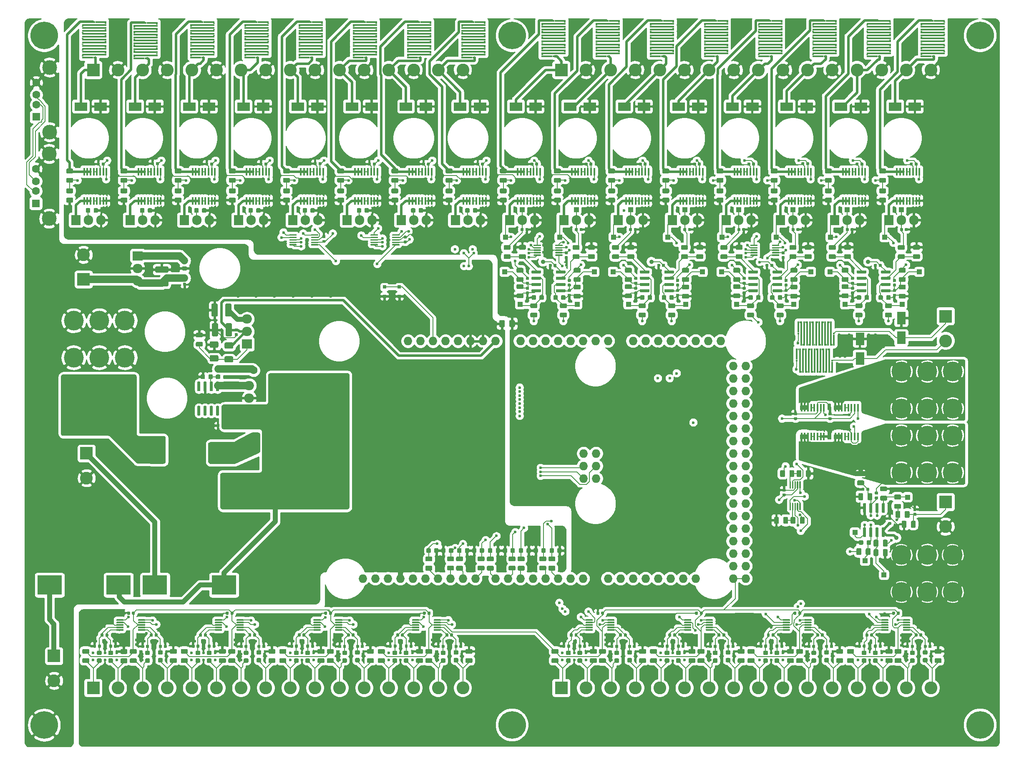
<source format=gbr>
G04 #@! TF.GenerationSoftware,KiCad,Pcbnew,(5.1.5)-3*
G04 #@! TF.CreationDate,2020-07-20T19:45:49-04:00*
G04 #@! TF.ProjectId,PCB,5043422e-6b69-4636-9164-5f7063625858,0*
G04 #@! TF.SameCoordinates,Original*
G04 #@! TF.FileFunction,Copper,L1,Top*
G04 #@! TF.FilePolarity,Positive*
%FSLAX46Y46*%
G04 Gerber Fmt 4.6, Leading zero omitted, Abs format (unit mm)*
G04 Created by KiCad (PCBNEW (5.1.5)-3) date 2020-07-20 19:45:49*
%MOMM*%
%LPD*%
G04 APERTURE LIST*
%ADD10O,1.727200X1.727200*%
%ADD11O,1.905000X2.000000*%
%ADD12R,1.905000X2.000000*%
%ADD13R,2.600000X2.600000*%
%ADD14C,2.600000*%
%ADD15R,1.270000X1.400000*%
%ADD16R,4.720000X4.800000*%
%ADD17C,0.100000*%
%ADD18C,5.600000*%
%ADD19O,2.000000X1.905000*%
%ADD20R,2.000000X1.905000*%
%ADD21R,1.000000X1.000000*%
%ADD22R,2.500000X1.800000*%
%ADD23R,1.800000X2.500000*%
%ADD24R,5.000000X4.000000*%
%ADD25C,4.000000*%
%ADD26C,3.000000*%
%ADD27R,1.600000X1.600000*%
%ADD28C,1.600000*%
%ADD29R,0.400000X0.400000*%
%ADD30R,2.300000X0.400000*%
%ADD31R,5.000000X0.400000*%
%ADD32R,0.400000X0.200000*%
%ADD33R,0.400000X5.000000*%
%ADD34R,0.200000X0.400000*%
%ADD35R,0.400000X2.300000*%
%ADD36R,0.700000X0.700000*%
%ADD37R,0.450000X1.500000*%
%ADD38C,0.600000*%
%ADD39C,0.900000*%
%ADD40C,1.000000*%
%ADD41C,1.500000*%
%ADD42C,0.200000*%
%ADD43C,0.500000*%
%ADD44C,0.254000*%
G04 APERTURE END LIST*
D10*
X240527000Y-166980000D03*
X273420000Y-144120000D03*
X270880000Y-144120000D03*
X273420000Y-146660000D03*
X270880000Y-146660000D03*
X273420000Y-149200000D03*
X270880000Y-149200000D03*
X273420000Y-151740000D03*
X270880000Y-151740000D03*
X273420000Y-154280000D03*
X270880000Y-154280000D03*
X273420000Y-156820000D03*
X270880000Y-156820000D03*
X273420000Y-159360000D03*
X270880000Y-159360000D03*
X273420000Y-161900000D03*
X270880000Y-161900000D03*
X273420000Y-164440000D03*
X270880000Y-164440000D03*
X273420000Y-166980000D03*
X270880000Y-166980000D03*
X273420000Y-169520000D03*
X270880000Y-169520000D03*
X273420000Y-172060000D03*
X270880000Y-172060000D03*
X273420000Y-174600000D03*
X270880000Y-174600000D03*
X273420000Y-177140000D03*
X270880000Y-177140000D03*
X273420000Y-179680000D03*
X270880000Y-179680000D03*
X273420000Y-182220000D03*
X270880000Y-182220000D03*
X273420000Y-184760000D03*
X270880000Y-184760000D03*
X273420000Y-187300000D03*
X270880000Y-187300000D03*
X268340000Y-139040000D03*
X265800000Y-139040000D03*
X263260000Y-139040000D03*
X260720000Y-139040000D03*
X258180000Y-139040000D03*
X255640000Y-139040000D03*
X253100000Y-139040000D03*
X250560000Y-139040000D03*
X245480000Y-139040000D03*
X242940000Y-139040000D03*
X240400000Y-139040000D03*
X237860000Y-139040000D03*
X235320000Y-139040000D03*
X232780000Y-139040000D03*
X230240000Y-139040000D03*
X204840000Y-139040000D03*
X210936000Y-187300000D03*
X208396000Y-187300000D03*
X205856000Y-187300000D03*
X200776000Y-187300000D03*
X198236000Y-187300000D03*
X195696000Y-187300000D03*
X213476000Y-187300000D03*
X216016000Y-187300000D03*
X218556000Y-187300000D03*
X203316000Y-187300000D03*
X222620000Y-187300000D03*
X225160000Y-187300000D03*
X227700000Y-187300000D03*
X230240000Y-187300000D03*
X232780000Y-187300000D03*
X235320000Y-187300000D03*
X237860000Y-187300000D03*
X240400000Y-187300000D03*
X245480000Y-187300000D03*
X248020000Y-187300000D03*
X250560000Y-187300000D03*
X253100000Y-187300000D03*
X255640000Y-187300000D03*
X258180000Y-187300000D03*
X260720000Y-187300000D03*
X263260000Y-187300000D03*
X207380000Y-139040000D03*
X209920000Y-139040000D03*
X212460000Y-139040000D03*
X215000000Y-139040000D03*
X217540000Y-139040000D03*
X220080000Y-139040000D03*
X222620000Y-139040000D03*
X227700000Y-139040000D03*
X243067000Y-166980000D03*
X240527000Y-164440000D03*
X243067000Y-164440000D03*
X243067000Y-161900000D03*
X240527000Y-161900000D03*
D11*
X153576000Y-114508000D03*
X151036000Y-114508000D03*
D12*
X148496000Y-114508000D03*
D11*
X186576000Y-114508000D03*
X184036000Y-114508000D03*
D12*
X181496000Y-114508000D03*
D11*
X241576000Y-114508000D03*
X239036000Y-114508000D03*
D12*
X236496000Y-114508000D03*
D11*
X197576000Y-114508000D03*
X195036000Y-114508000D03*
D12*
X192496000Y-114508000D03*
D11*
X252576000Y-114508000D03*
X250036000Y-114508000D03*
D12*
X247496000Y-114508000D03*
D13*
X141000000Y-209500000D03*
D14*
X146000000Y-209500000D03*
X151000000Y-209500000D03*
X156000000Y-209500000D03*
X161000000Y-209500000D03*
X166000000Y-209500000D03*
X171000000Y-209500000D03*
X176000000Y-209500000D03*
X181000000Y-209500000D03*
X186000000Y-209500000D03*
X191000000Y-209500000D03*
X196000000Y-209500000D03*
X201000000Y-209500000D03*
X206000000Y-209500000D03*
X211000000Y-209500000D03*
X216000000Y-209500000D03*
D15*
X174000000Y-158670000D03*
D16*
X177805000Y-159710000D03*
D15*
X174000000Y-160750000D03*
G04 #@! TA.AperFunction,SMDPad,CuDef*
D17*
G36*
X166369703Y-152200722D02*
G01*
X166384264Y-152202882D01*
X166398543Y-152206459D01*
X166412403Y-152211418D01*
X166425710Y-152217712D01*
X166438336Y-152225280D01*
X166450159Y-152234048D01*
X166461066Y-152243934D01*
X166470952Y-152254841D01*
X166479720Y-152266664D01*
X166487288Y-152279290D01*
X166493582Y-152292597D01*
X166498541Y-152306457D01*
X166502118Y-152320736D01*
X166504278Y-152335297D01*
X166505000Y-152350000D01*
X166505000Y-154000000D01*
X166504278Y-154014703D01*
X166502118Y-154029264D01*
X166498541Y-154043543D01*
X166493582Y-154057403D01*
X166487288Y-154070710D01*
X166479720Y-154083336D01*
X166470952Y-154095159D01*
X166461066Y-154106066D01*
X166450159Y-154115952D01*
X166438336Y-154124720D01*
X166425710Y-154132288D01*
X166412403Y-154138582D01*
X166398543Y-154143541D01*
X166384264Y-154147118D01*
X166369703Y-154149278D01*
X166355000Y-154150000D01*
X166055000Y-154150000D01*
X166040297Y-154149278D01*
X166025736Y-154147118D01*
X166011457Y-154143541D01*
X165997597Y-154138582D01*
X165984290Y-154132288D01*
X165971664Y-154124720D01*
X165959841Y-154115952D01*
X165948934Y-154106066D01*
X165939048Y-154095159D01*
X165930280Y-154083336D01*
X165922712Y-154070710D01*
X165916418Y-154057403D01*
X165911459Y-154043543D01*
X165907882Y-154029264D01*
X165905722Y-154014703D01*
X165905000Y-154000000D01*
X165905000Y-152350000D01*
X165905722Y-152335297D01*
X165907882Y-152320736D01*
X165911459Y-152306457D01*
X165916418Y-152292597D01*
X165922712Y-152279290D01*
X165930280Y-152266664D01*
X165939048Y-152254841D01*
X165948934Y-152243934D01*
X165959841Y-152234048D01*
X165971664Y-152225280D01*
X165984290Y-152217712D01*
X165997597Y-152211418D01*
X166011457Y-152206459D01*
X166025736Y-152202882D01*
X166040297Y-152200722D01*
X166055000Y-152200000D01*
X166355000Y-152200000D01*
X166369703Y-152200722D01*
G37*
G04 #@! TD.AperFunction*
G04 #@! TA.AperFunction,SMDPad,CuDef*
G36*
X165099703Y-152200722D02*
G01*
X165114264Y-152202882D01*
X165128543Y-152206459D01*
X165142403Y-152211418D01*
X165155710Y-152217712D01*
X165168336Y-152225280D01*
X165180159Y-152234048D01*
X165191066Y-152243934D01*
X165200952Y-152254841D01*
X165209720Y-152266664D01*
X165217288Y-152279290D01*
X165223582Y-152292597D01*
X165228541Y-152306457D01*
X165232118Y-152320736D01*
X165234278Y-152335297D01*
X165235000Y-152350000D01*
X165235000Y-154000000D01*
X165234278Y-154014703D01*
X165232118Y-154029264D01*
X165228541Y-154043543D01*
X165223582Y-154057403D01*
X165217288Y-154070710D01*
X165209720Y-154083336D01*
X165200952Y-154095159D01*
X165191066Y-154106066D01*
X165180159Y-154115952D01*
X165168336Y-154124720D01*
X165155710Y-154132288D01*
X165142403Y-154138582D01*
X165128543Y-154143541D01*
X165114264Y-154147118D01*
X165099703Y-154149278D01*
X165085000Y-154150000D01*
X164785000Y-154150000D01*
X164770297Y-154149278D01*
X164755736Y-154147118D01*
X164741457Y-154143541D01*
X164727597Y-154138582D01*
X164714290Y-154132288D01*
X164701664Y-154124720D01*
X164689841Y-154115952D01*
X164678934Y-154106066D01*
X164669048Y-154095159D01*
X164660280Y-154083336D01*
X164652712Y-154070710D01*
X164646418Y-154057403D01*
X164641459Y-154043543D01*
X164637882Y-154029264D01*
X164635722Y-154014703D01*
X164635000Y-154000000D01*
X164635000Y-152350000D01*
X164635722Y-152335297D01*
X164637882Y-152320736D01*
X164641459Y-152306457D01*
X164646418Y-152292597D01*
X164652712Y-152279290D01*
X164660280Y-152266664D01*
X164669048Y-152254841D01*
X164678934Y-152243934D01*
X164689841Y-152234048D01*
X164701664Y-152225280D01*
X164714290Y-152217712D01*
X164727597Y-152211418D01*
X164741457Y-152206459D01*
X164755736Y-152202882D01*
X164770297Y-152200722D01*
X164785000Y-152200000D01*
X165085000Y-152200000D01*
X165099703Y-152200722D01*
G37*
G04 #@! TD.AperFunction*
G04 #@! TA.AperFunction,SMDPad,CuDef*
G36*
X163829703Y-152200722D02*
G01*
X163844264Y-152202882D01*
X163858543Y-152206459D01*
X163872403Y-152211418D01*
X163885710Y-152217712D01*
X163898336Y-152225280D01*
X163910159Y-152234048D01*
X163921066Y-152243934D01*
X163930952Y-152254841D01*
X163939720Y-152266664D01*
X163947288Y-152279290D01*
X163953582Y-152292597D01*
X163958541Y-152306457D01*
X163962118Y-152320736D01*
X163964278Y-152335297D01*
X163965000Y-152350000D01*
X163965000Y-154000000D01*
X163964278Y-154014703D01*
X163962118Y-154029264D01*
X163958541Y-154043543D01*
X163953582Y-154057403D01*
X163947288Y-154070710D01*
X163939720Y-154083336D01*
X163930952Y-154095159D01*
X163921066Y-154106066D01*
X163910159Y-154115952D01*
X163898336Y-154124720D01*
X163885710Y-154132288D01*
X163872403Y-154138582D01*
X163858543Y-154143541D01*
X163844264Y-154147118D01*
X163829703Y-154149278D01*
X163815000Y-154150000D01*
X163515000Y-154150000D01*
X163500297Y-154149278D01*
X163485736Y-154147118D01*
X163471457Y-154143541D01*
X163457597Y-154138582D01*
X163444290Y-154132288D01*
X163431664Y-154124720D01*
X163419841Y-154115952D01*
X163408934Y-154106066D01*
X163399048Y-154095159D01*
X163390280Y-154083336D01*
X163382712Y-154070710D01*
X163376418Y-154057403D01*
X163371459Y-154043543D01*
X163367882Y-154029264D01*
X163365722Y-154014703D01*
X163365000Y-154000000D01*
X163365000Y-152350000D01*
X163365722Y-152335297D01*
X163367882Y-152320736D01*
X163371459Y-152306457D01*
X163376418Y-152292597D01*
X163382712Y-152279290D01*
X163390280Y-152266664D01*
X163399048Y-152254841D01*
X163408934Y-152243934D01*
X163419841Y-152234048D01*
X163431664Y-152225280D01*
X163444290Y-152217712D01*
X163457597Y-152211418D01*
X163471457Y-152206459D01*
X163485736Y-152202882D01*
X163500297Y-152200722D01*
X163515000Y-152200000D01*
X163815000Y-152200000D01*
X163829703Y-152200722D01*
G37*
G04 #@! TD.AperFunction*
G04 #@! TA.AperFunction,SMDPad,CuDef*
G36*
X162559703Y-152200722D02*
G01*
X162574264Y-152202882D01*
X162588543Y-152206459D01*
X162602403Y-152211418D01*
X162615710Y-152217712D01*
X162628336Y-152225280D01*
X162640159Y-152234048D01*
X162651066Y-152243934D01*
X162660952Y-152254841D01*
X162669720Y-152266664D01*
X162677288Y-152279290D01*
X162683582Y-152292597D01*
X162688541Y-152306457D01*
X162692118Y-152320736D01*
X162694278Y-152335297D01*
X162695000Y-152350000D01*
X162695000Y-154000000D01*
X162694278Y-154014703D01*
X162692118Y-154029264D01*
X162688541Y-154043543D01*
X162683582Y-154057403D01*
X162677288Y-154070710D01*
X162669720Y-154083336D01*
X162660952Y-154095159D01*
X162651066Y-154106066D01*
X162640159Y-154115952D01*
X162628336Y-154124720D01*
X162615710Y-154132288D01*
X162602403Y-154138582D01*
X162588543Y-154143541D01*
X162574264Y-154147118D01*
X162559703Y-154149278D01*
X162545000Y-154150000D01*
X162245000Y-154150000D01*
X162230297Y-154149278D01*
X162215736Y-154147118D01*
X162201457Y-154143541D01*
X162187597Y-154138582D01*
X162174290Y-154132288D01*
X162161664Y-154124720D01*
X162149841Y-154115952D01*
X162138934Y-154106066D01*
X162129048Y-154095159D01*
X162120280Y-154083336D01*
X162112712Y-154070710D01*
X162106418Y-154057403D01*
X162101459Y-154043543D01*
X162097882Y-154029264D01*
X162095722Y-154014703D01*
X162095000Y-154000000D01*
X162095000Y-152350000D01*
X162095722Y-152335297D01*
X162097882Y-152320736D01*
X162101459Y-152306457D01*
X162106418Y-152292597D01*
X162112712Y-152279290D01*
X162120280Y-152266664D01*
X162129048Y-152254841D01*
X162138934Y-152243934D01*
X162149841Y-152234048D01*
X162161664Y-152225280D01*
X162174290Y-152217712D01*
X162187597Y-152211418D01*
X162201457Y-152206459D01*
X162215736Y-152202882D01*
X162230297Y-152200722D01*
X162245000Y-152200000D01*
X162545000Y-152200000D01*
X162559703Y-152200722D01*
G37*
G04 #@! TD.AperFunction*
G04 #@! TA.AperFunction,SMDPad,CuDef*
G36*
X162559703Y-147250722D02*
G01*
X162574264Y-147252882D01*
X162588543Y-147256459D01*
X162602403Y-147261418D01*
X162615710Y-147267712D01*
X162628336Y-147275280D01*
X162640159Y-147284048D01*
X162651066Y-147293934D01*
X162660952Y-147304841D01*
X162669720Y-147316664D01*
X162677288Y-147329290D01*
X162683582Y-147342597D01*
X162688541Y-147356457D01*
X162692118Y-147370736D01*
X162694278Y-147385297D01*
X162695000Y-147400000D01*
X162695000Y-149050000D01*
X162694278Y-149064703D01*
X162692118Y-149079264D01*
X162688541Y-149093543D01*
X162683582Y-149107403D01*
X162677288Y-149120710D01*
X162669720Y-149133336D01*
X162660952Y-149145159D01*
X162651066Y-149156066D01*
X162640159Y-149165952D01*
X162628336Y-149174720D01*
X162615710Y-149182288D01*
X162602403Y-149188582D01*
X162588543Y-149193541D01*
X162574264Y-149197118D01*
X162559703Y-149199278D01*
X162545000Y-149200000D01*
X162245000Y-149200000D01*
X162230297Y-149199278D01*
X162215736Y-149197118D01*
X162201457Y-149193541D01*
X162187597Y-149188582D01*
X162174290Y-149182288D01*
X162161664Y-149174720D01*
X162149841Y-149165952D01*
X162138934Y-149156066D01*
X162129048Y-149145159D01*
X162120280Y-149133336D01*
X162112712Y-149120710D01*
X162106418Y-149107403D01*
X162101459Y-149093543D01*
X162097882Y-149079264D01*
X162095722Y-149064703D01*
X162095000Y-149050000D01*
X162095000Y-147400000D01*
X162095722Y-147385297D01*
X162097882Y-147370736D01*
X162101459Y-147356457D01*
X162106418Y-147342597D01*
X162112712Y-147329290D01*
X162120280Y-147316664D01*
X162129048Y-147304841D01*
X162138934Y-147293934D01*
X162149841Y-147284048D01*
X162161664Y-147275280D01*
X162174290Y-147267712D01*
X162187597Y-147261418D01*
X162201457Y-147256459D01*
X162215736Y-147252882D01*
X162230297Y-147250722D01*
X162245000Y-147250000D01*
X162545000Y-147250000D01*
X162559703Y-147250722D01*
G37*
G04 #@! TD.AperFunction*
G04 #@! TA.AperFunction,SMDPad,CuDef*
G36*
X163829703Y-147250722D02*
G01*
X163844264Y-147252882D01*
X163858543Y-147256459D01*
X163872403Y-147261418D01*
X163885710Y-147267712D01*
X163898336Y-147275280D01*
X163910159Y-147284048D01*
X163921066Y-147293934D01*
X163930952Y-147304841D01*
X163939720Y-147316664D01*
X163947288Y-147329290D01*
X163953582Y-147342597D01*
X163958541Y-147356457D01*
X163962118Y-147370736D01*
X163964278Y-147385297D01*
X163965000Y-147400000D01*
X163965000Y-149050000D01*
X163964278Y-149064703D01*
X163962118Y-149079264D01*
X163958541Y-149093543D01*
X163953582Y-149107403D01*
X163947288Y-149120710D01*
X163939720Y-149133336D01*
X163930952Y-149145159D01*
X163921066Y-149156066D01*
X163910159Y-149165952D01*
X163898336Y-149174720D01*
X163885710Y-149182288D01*
X163872403Y-149188582D01*
X163858543Y-149193541D01*
X163844264Y-149197118D01*
X163829703Y-149199278D01*
X163815000Y-149200000D01*
X163515000Y-149200000D01*
X163500297Y-149199278D01*
X163485736Y-149197118D01*
X163471457Y-149193541D01*
X163457597Y-149188582D01*
X163444290Y-149182288D01*
X163431664Y-149174720D01*
X163419841Y-149165952D01*
X163408934Y-149156066D01*
X163399048Y-149145159D01*
X163390280Y-149133336D01*
X163382712Y-149120710D01*
X163376418Y-149107403D01*
X163371459Y-149093543D01*
X163367882Y-149079264D01*
X163365722Y-149064703D01*
X163365000Y-149050000D01*
X163365000Y-147400000D01*
X163365722Y-147385297D01*
X163367882Y-147370736D01*
X163371459Y-147356457D01*
X163376418Y-147342597D01*
X163382712Y-147329290D01*
X163390280Y-147316664D01*
X163399048Y-147304841D01*
X163408934Y-147293934D01*
X163419841Y-147284048D01*
X163431664Y-147275280D01*
X163444290Y-147267712D01*
X163457597Y-147261418D01*
X163471457Y-147256459D01*
X163485736Y-147252882D01*
X163500297Y-147250722D01*
X163515000Y-147250000D01*
X163815000Y-147250000D01*
X163829703Y-147250722D01*
G37*
G04 #@! TD.AperFunction*
G04 #@! TA.AperFunction,SMDPad,CuDef*
G36*
X165099703Y-147250722D02*
G01*
X165114264Y-147252882D01*
X165128543Y-147256459D01*
X165142403Y-147261418D01*
X165155710Y-147267712D01*
X165168336Y-147275280D01*
X165180159Y-147284048D01*
X165191066Y-147293934D01*
X165200952Y-147304841D01*
X165209720Y-147316664D01*
X165217288Y-147329290D01*
X165223582Y-147342597D01*
X165228541Y-147356457D01*
X165232118Y-147370736D01*
X165234278Y-147385297D01*
X165235000Y-147400000D01*
X165235000Y-149050000D01*
X165234278Y-149064703D01*
X165232118Y-149079264D01*
X165228541Y-149093543D01*
X165223582Y-149107403D01*
X165217288Y-149120710D01*
X165209720Y-149133336D01*
X165200952Y-149145159D01*
X165191066Y-149156066D01*
X165180159Y-149165952D01*
X165168336Y-149174720D01*
X165155710Y-149182288D01*
X165142403Y-149188582D01*
X165128543Y-149193541D01*
X165114264Y-149197118D01*
X165099703Y-149199278D01*
X165085000Y-149200000D01*
X164785000Y-149200000D01*
X164770297Y-149199278D01*
X164755736Y-149197118D01*
X164741457Y-149193541D01*
X164727597Y-149188582D01*
X164714290Y-149182288D01*
X164701664Y-149174720D01*
X164689841Y-149165952D01*
X164678934Y-149156066D01*
X164669048Y-149145159D01*
X164660280Y-149133336D01*
X164652712Y-149120710D01*
X164646418Y-149107403D01*
X164641459Y-149093543D01*
X164637882Y-149079264D01*
X164635722Y-149064703D01*
X164635000Y-149050000D01*
X164635000Y-147400000D01*
X164635722Y-147385297D01*
X164637882Y-147370736D01*
X164641459Y-147356457D01*
X164646418Y-147342597D01*
X164652712Y-147329290D01*
X164660280Y-147316664D01*
X164669048Y-147304841D01*
X164678934Y-147293934D01*
X164689841Y-147284048D01*
X164701664Y-147275280D01*
X164714290Y-147267712D01*
X164727597Y-147261418D01*
X164741457Y-147256459D01*
X164755736Y-147252882D01*
X164770297Y-147250722D01*
X164785000Y-147250000D01*
X165085000Y-147250000D01*
X165099703Y-147250722D01*
G37*
G04 #@! TD.AperFunction*
G04 #@! TA.AperFunction,SMDPad,CuDef*
G36*
X166369703Y-147250722D02*
G01*
X166384264Y-147252882D01*
X166398543Y-147256459D01*
X166412403Y-147261418D01*
X166425710Y-147267712D01*
X166438336Y-147275280D01*
X166450159Y-147284048D01*
X166461066Y-147293934D01*
X166470952Y-147304841D01*
X166479720Y-147316664D01*
X166487288Y-147329290D01*
X166493582Y-147342597D01*
X166498541Y-147356457D01*
X166502118Y-147370736D01*
X166504278Y-147385297D01*
X166505000Y-147400000D01*
X166505000Y-149050000D01*
X166504278Y-149064703D01*
X166502118Y-149079264D01*
X166498541Y-149093543D01*
X166493582Y-149107403D01*
X166487288Y-149120710D01*
X166479720Y-149133336D01*
X166470952Y-149145159D01*
X166461066Y-149156066D01*
X166450159Y-149165952D01*
X166438336Y-149174720D01*
X166425710Y-149182288D01*
X166412403Y-149188582D01*
X166398543Y-149193541D01*
X166384264Y-149197118D01*
X166369703Y-149199278D01*
X166355000Y-149200000D01*
X166055000Y-149200000D01*
X166040297Y-149199278D01*
X166025736Y-149197118D01*
X166011457Y-149193541D01*
X165997597Y-149188582D01*
X165984290Y-149182288D01*
X165971664Y-149174720D01*
X165959841Y-149165952D01*
X165948934Y-149156066D01*
X165939048Y-149145159D01*
X165930280Y-149133336D01*
X165922712Y-149120710D01*
X165916418Y-149107403D01*
X165911459Y-149093543D01*
X165907882Y-149079264D01*
X165905722Y-149064703D01*
X165905000Y-149050000D01*
X165905000Y-147400000D01*
X165905722Y-147385297D01*
X165907882Y-147370736D01*
X165911459Y-147356457D01*
X165916418Y-147342597D01*
X165922712Y-147329290D01*
X165930280Y-147316664D01*
X165939048Y-147304841D01*
X165948934Y-147293934D01*
X165959841Y-147284048D01*
X165971664Y-147275280D01*
X165984290Y-147267712D01*
X165997597Y-147261418D01*
X166011457Y-147256459D01*
X166025736Y-147252882D01*
X166040297Y-147250722D01*
X166055000Y-147250000D01*
X166355000Y-147250000D01*
X166369703Y-147250722D01*
G37*
G04 #@! TD.AperFunction*
D18*
X226000000Y-217000000D03*
X321000000Y-217000000D03*
X321000000Y-77000000D03*
X226000000Y-77000000D03*
X131000000Y-77000000D03*
X131000000Y-217000000D03*
G04 #@! TA.AperFunction,SMDPad,CuDef*
D17*
G36*
X165999504Y-131426204D02*
G01*
X166023773Y-131429804D01*
X166047571Y-131435765D01*
X166070671Y-131444030D01*
X166092849Y-131454520D01*
X166113893Y-131467133D01*
X166133598Y-131481747D01*
X166151777Y-131498223D01*
X166168253Y-131516402D01*
X166182867Y-131536107D01*
X166195480Y-131557151D01*
X166205970Y-131579329D01*
X166214235Y-131602429D01*
X166220196Y-131626227D01*
X166223796Y-131650496D01*
X166225000Y-131675000D01*
X166225000Y-133825000D01*
X166223796Y-133849504D01*
X166220196Y-133873773D01*
X166214235Y-133897571D01*
X166205970Y-133920671D01*
X166195480Y-133942849D01*
X166182867Y-133963893D01*
X166168253Y-133983598D01*
X166151777Y-134001777D01*
X166133598Y-134018253D01*
X166113893Y-134032867D01*
X166092849Y-134045480D01*
X166070671Y-134055970D01*
X166047571Y-134064235D01*
X166023773Y-134070196D01*
X165999504Y-134073796D01*
X165975000Y-134075000D01*
X165225000Y-134075000D01*
X165200496Y-134073796D01*
X165176227Y-134070196D01*
X165152429Y-134064235D01*
X165129329Y-134055970D01*
X165107151Y-134045480D01*
X165086107Y-134032867D01*
X165066402Y-134018253D01*
X165048223Y-134001777D01*
X165031747Y-133983598D01*
X165017133Y-133963893D01*
X165004520Y-133942849D01*
X164994030Y-133920671D01*
X164985765Y-133897571D01*
X164979804Y-133873773D01*
X164976204Y-133849504D01*
X164975000Y-133825000D01*
X164975000Y-131675000D01*
X164976204Y-131650496D01*
X164979804Y-131626227D01*
X164985765Y-131602429D01*
X164994030Y-131579329D01*
X165004520Y-131557151D01*
X165017133Y-131536107D01*
X165031747Y-131516402D01*
X165048223Y-131498223D01*
X165066402Y-131481747D01*
X165086107Y-131467133D01*
X165107151Y-131454520D01*
X165129329Y-131444030D01*
X165152429Y-131435765D01*
X165176227Y-131429804D01*
X165200496Y-131426204D01*
X165225000Y-131425000D01*
X165975000Y-131425000D01*
X165999504Y-131426204D01*
G37*
G04 #@! TD.AperFunction*
G04 #@! TA.AperFunction,SMDPad,CuDef*
G36*
X168799504Y-131426204D02*
G01*
X168823773Y-131429804D01*
X168847571Y-131435765D01*
X168870671Y-131444030D01*
X168892849Y-131454520D01*
X168913893Y-131467133D01*
X168933598Y-131481747D01*
X168951777Y-131498223D01*
X168968253Y-131516402D01*
X168982867Y-131536107D01*
X168995480Y-131557151D01*
X169005970Y-131579329D01*
X169014235Y-131602429D01*
X169020196Y-131626227D01*
X169023796Y-131650496D01*
X169025000Y-131675000D01*
X169025000Y-133825000D01*
X169023796Y-133849504D01*
X169020196Y-133873773D01*
X169014235Y-133897571D01*
X169005970Y-133920671D01*
X168995480Y-133942849D01*
X168982867Y-133963893D01*
X168968253Y-133983598D01*
X168951777Y-134001777D01*
X168933598Y-134018253D01*
X168913893Y-134032867D01*
X168892849Y-134045480D01*
X168870671Y-134055970D01*
X168847571Y-134064235D01*
X168823773Y-134070196D01*
X168799504Y-134073796D01*
X168775000Y-134075000D01*
X168025000Y-134075000D01*
X168000496Y-134073796D01*
X167976227Y-134070196D01*
X167952429Y-134064235D01*
X167929329Y-134055970D01*
X167907151Y-134045480D01*
X167886107Y-134032867D01*
X167866402Y-134018253D01*
X167848223Y-134001777D01*
X167831747Y-133983598D01*
X167817133Y-133963893D01*
X167804520Y-133942849D01*
X167794030Y-133920671D01*
X167785765Y-133897571D01*
X167779804Y-133873773D01*
X167776204Y-133849504D01*
X167775000Y-133825000D01*
X167775000Y-131675000D01*
X167776204Y-131650496D01*
X167779804Y-131626227D01*
X167785765Y-131602429D01*
X167794030Y-131579329D01*
X167804520Y-131557151D01*
X167817133Y-131536107D01*
X167831747Y-131516402D01*
X167848223Y-131498223D01*
X167866402Y-131481747D01*
X167886107Y-131467133D01*
X167907151Y-131454520D01*
X167929329Y-131444030D01*
X167952429Y-131435765D01*
X167976227Y-131429804D01*
X168000496Y-131426204D01*
X168025000Y-131425000D01*
X168775000Y-131425000D01*
X168799504Y-131426204D01*
G37*
G04 #@! TD.AperFunction*
G04 #@! TA.AperFunction,SMDPad,CuDef*
G36*
X303786958Y-128470710D02*
G01*
X303801276Y-128472834D01*
X303815317Y-128476351D01*
X303828946Y-128481228D01*
X303842031Y-128487417D01*
X303854447Y-128494858D01*
X303866073Y-128503481D01*
X303876798Y-128513202D01*
X303886519Y-128523927D01*
X303895142Y-128535553D01*
X303902583Y-128547969D01*
X303908772Y-128561054D01*
X303913649Y-128574683D01*
X303917166Y-128588724D01*
X303919290Y-128603042D01*
X303920000Y-128617500D01*
X303920000Y-128912500D01*
X303919290Y-128926958D01*
X303917166Y-128941276D01*
X303913649Y-128955317D01*
X303908772Y-128968946D01*
X303902583Y-128982031D01*
X303895142Y-128994447D01*
X303886519Y-129006073D01*
X303876798Y-129016798D01*
X303866073Y-129026519D01*
X303854447Y-129035142D01*
X303842031Y-129042583D01*
X303828946Y-129048772D01*
X303815317Y-129053649D01*
X303801276Y-129057166D01*
X303786958Y-129059290D01*
X303772500Y-129060000D01*
X303427500Y-129060000D01*
X303413042Y-129059290D01*
X303398724Y-129057166D01*
X303384683Y-129053649D01*
X303371054Y-129048772D01*
X303357969Y-129042583D01*
X303345553Y-129035142D01*
X303333927Y-129026519D01*
X303323202Y-129016798D01*
X303313481Y-129006073D01*
X303304858Y-128994447D01*
X303297417Y-128982031D01*
X303291228Y-128968946D01*
X303286351Y-128955317D01*
X303282834Y-128941276D01*
X303280710Y-128926958D01*
X303280000Y-128912500D01*
X303280000Y-128617500D01*
X303280710Y-128603042D01*
X303282834Y-128588724D01*
X303286351Y-128574683D01*
X303291228Y-128561054D01*
X303297417Y-128547969D01*
X303304858Y-128535553D01*
X303313481Y-128523927D01*
X303323202Y-128513202D01*
X303333927Y-128503481D01*
X303345553Y-128494858D01*
X303357969Y-128487417D01*
X303371054Y-128481228D01*
X303384683Y-128476351D01*
X303398724Y-128472834D01*
X303413042Y-128470710D01*
X303427500Y-128470000D01*
X303772500Y-128470000D01*
X303786958Y-128470710D01*
G37*
G04 #@! TD.AperFunction*
G04 #@! TA.AperFunction,SMDPad,CuDef*
G36*
X303786958Y-129440710D02*
G01*
X303801276Y-129442834D01*
X303815317Y-129446351D01*
X303828946Y-129451228D01*
X303842031Y-129457417D01*
X303854447Y-129464858D01*
X303866073Y-129473481D01*
X303876798Y-129483202D01*
X303886519Y-129493927D01*
X303895142Y-129505553D01*
X303902583Y-129517969D01*
X303908772Y-129531054D01*
X303913649Y-129544683D01*
X303917166Y-129558724D01*
X303919290Y-129573042D01*
X303920000Y-129587500D01*
X303920000Y-129882500D01*
X303919290Y-129896958D01*
X303917166Y-129911276D01*
X303913649Y-129925317D01*
X303908772Y-129938946D01*
X303902583Y-129952031D01*
X303895142Y-129964447D01*
X303886519Y-129976073D01*
X303876798Y-129986798D01*
X303866073Y-129996519D01*
X303854447Y-130005142D01*
X303842031Y-130012583D01*
X303828946Y-130018772D01*
X303815317Y-130023649D01*
X303801276Y-130027166D01*
X303786958Y-130029290D01*
X303772500Y-130030000D01*
X303427500Y-130030000D01*
X303413042Y-130029290D01*
X303398724Y-130027166D01*
X303384683Y-130023649D01*
X303371054Y-130018772D01*
X303357969Y-130012583D01*
X303345553Y-130005142D01*
X303333927Y-129996519D01*
X303323202Y-129986798D01*
X303313481Y-129976073D01*
X303304858Y-129964447D01*
X303297417Y-129952031D01*
X303291228Y-129938946D01*
X303286351Y-129925317D01*
X303282834Y-129911276D01*
X303280710Y-129896958D01*
X303280000Y-129882500D01*
X303280000Y-129587500D01*
X303280710Y-129573042D01*
X303282834Y-129558724D01*
X303286351Y-129544683D01*
X303291228Y-129531054D01*
X303297417Y-129517969D01*
X303304858Y-129505553D01*
X303313481Y-129493927D01*
X303323202Y-129483202D01*
X303333927Y-129473481D01*
X303345553Y-129464858D01*
X303357969Y-129457417D01*
X303371054Y-129451228D01*
X303384683Y-129446351D01*
X303398724Y-129442834D01*
X303413042Y-129440710D01*
X303427500Y-129440000D01*
X303772500Y-129440000D01*
X303786958Y-129440710D01*
G37*
G04 #@! TD.AperFunction*
G04 #@! TA.AperFunction,SMDPad,CuDef*
G36*
X281786958Y-128470710D02*
G01*
X281801276Y-128472834D01*
X281815317Y-128476351D01*
X281828946Y-128481228D01*
X281842031Y-128487417D01*
X281854447Y-128494858D01*
X281866073Y-128503481D01*
X281876798Y-128513202D01*
X281886519Y-128523927D01*
X281895142Y-128535553D01*
X281902583Y-128547969D01*
X281908772Y-128561054D01*
X281913649Y-128574683D01*
X281917166Y-128588724D01*
X281919290Y-128603042D01*
X281920000Y-128617500D01*
X281920000Y-128912500D01*
X281919290Y-128926958D01*
X281917166Y-128941276D01*
X281913649Y-128955317D01*
X281908772Y-128968946D01*
X281902583Y-128982031D01*
X281895142Y-128994447D01*
X281886519Y-129006073D01*
X281876798Y-129016798D01*
X281866073Y-129026519D01*
X281854447Y-129035142D01*
X281842031Y-129042583D01*
X281828946Y-129048772D01*
X281815317Y-129053649D01*
X281801276Y-129057166D01*
X281786958Y-129059290D01*
X281772500Y-129060000D01*
X281427500Y-129060000D01*
X281413042Y-129059290D01*
X281398724Y-129057166D01*
X281384683Y-129053649D01*
X281371054Y-129048772D01*
X281357969Y-129042583D01*
X281345553Y-129035142D01*
X281333927Y-129026519D01*
X281323202Y-129016798D01*
X281313481Y-129006073D01*
X281304858Y-128994447D01*
X281297417Y-128982031D01*
X281291228Y-128968946D01*
X281286351Y-128955317D01*
X281282834Y-128941276D01*
X281280710Y-128926958D01*
X281280000Y-128912500D01*
X281280000Y-128617500D01*
X281280710Y-128603042D01*
X281282834Y-128588724D01*
X281286351Y-128574683D01*
X281291228Y-128561054D01*
X281297417Y-128547969D01*
X281304858Y-128535553D01*
X281313481Y-128523927D01*
X281323202Y-128513202D01*
X281333927Y-128503481D01*
X281345553Y-128494858D01*
X281357969Y-128487417D01*
X281371054Y-128481228D01*
X281384683Y-128476351D01*
X281398724Y-128472834D01*
X281413042Y-128470710D01*
X281427500Y-128470000D01*
X281772500Y-128470000D01*
X281786958Y-128470710D01*
G37*
G04 #@! TD.AperFunction*
G04 #@! TA.AperFunction,SMDPad,CuDef*
G36*
X281786958Y-129440710D02*
G01*
X281801276Y-129442834D01*
X281815317Y-129446351D01*
X281828946Y-129451228D01*
X281842031Y-129457417D01*
X281854447Y-129464858D01*
X281866073Y-129473481D01*
X281876798Y-129483202D01*
X281886519Y-129493927D01*
X281895142Y-129505553D01*
X281902583Y-129517969D01*
X281908772Y-129531054D01*
X281913649Y-129544683D01*
X281917166Y-129558724D01*
X281919290Y-129573042D01*
X281920000Y-129587500D01*
X281920000Y-129882500D01*
X281919290Y-129896958D01*
X281917166Y-129911276D01*
X281913649Y-129925317D01*
X281908772Y-129938946D01*
X281902583Y-129952031D01*
X281895142Y-129964447D01*
X281886519Y-129976073D01*
X281876798Y-129986798D01*
X281866073Y-129996519D01*
X281854447Y-130005142D01*
X281842031Y-130012583D01*
X281828946Y-130018772D01*
X281815317Y-130023649D01*
X281801276Y-130027166D01*
X281786958Y-130029290D01*
X281772500Y-130030000D01*
X281427500Y-130030000D01*
X281413042Y-130029290D01*
X281398724Y-130027166D01*
X281384683Y-130023649D01*
X281371054Y-130018772D01*
X281357969Y-130012583D01*
X281345553Y-130005142D01*
X281333927Y-129996519D01*
X281323202Y-129986798D01*
X281313481Y-129976073D01*
X281304858Y-129964447D01*
X281297417Y-129952031D01*
X281291228Y-129938946D01*
X281286351Y-129925317D01*
X281282834Y-129911276D01*
X281280710Y-129896958D01*
X281280000Y-129882500D01*
X281280000Y-129587500D01*
X281280710Y-129573042D01*
X281282834Y-129558724D01*
X281286351Y-129544683D01*
X281291228Y-129531054D01*
X281297417Y-129517969D01*
X281304858Y-129505553D01*
X281313481Y-129493927D01*
X281323202Y-129483202D01*
X281333927Y-129473481D01*
X281345553Y-129464858D01*
X281357969Y-129457417D01*
X281371054Y-129451228D01*
X281384683Y-129446351D01*
X281398724Y-129442834D01*
X281413042Y-129440710D01*
X281427500Y-129440000D01*
X281772500Y-129440000D01*
X281786958Y-129440710D01*
G37*
G04 #@! TD.AperFunction*
G04 #@! TA.AperFunction,SMDPad,CuDef*
G36*
X259786958Y-128470710D02*
G01*
X259801276Y-128472834D01*
X259815317Y-128476351D01*
X259828946Y-128481228D01*
X259842031Y-128487417D01*
X259854447Y-128494858D01*
X259866073Y-128503481D01*
X259876798Y-128513202D01*
X259886519Y-128523927D01*
X259895142Y-128535553D01*
X259902583Y-128547969D01*
X259908772Y-128561054D01*
X259913649Y-128574683D01*
X259917166Y-128588724D01*
X259919290Y-128603042D01*
X259920000Y-128617500D01*
X259920000Y-128912500D01*
X259919290Y-128926958D01*
X259917166Y-128941276D01*
X259913649Y-128955317D01*
X259908772Y-128968946D01*
X259902583Y-128982031D01*
X259895142Y-128994447D01*
X259886519Y-129006073D01*
X259876798Y-129016798D01*
X259866073Y-129026519D01*
X259854447Y-129035142D01*
X259842031Y-129042583D01*
X259828946Y-129048772D01*
X259815317Y-129053649D01*
X259801276Y-129057166D01*
X259786958Y-129059290D01*
X259772500Y-129060000D01*
X259427500Y-129060000D01*
X259413042Y-129059290D01*
X259398724Y-129057166D01*
X259384683Y-129053649D01*
X259371054Y-129048772D01*
X259357969Y-129042583D01*
X259345553Y-129035142D01*
X259333927Y-129026519D01*
X259323202Y-129016798D01*
X259313481Y-129006073D01*
X259304858Y-128994447D01*
X259297417Y-128982031D01*
X259291228Y-128968946D01*
X259286351Y-128955317D01*
X259282834Y-128941276D01*
X259280710Y-128926958D01*
X259280000Y-128912500D01*
X259280000Y-128617500D01*
X259280710Y-128603042D01*
X259282834Y-128588724D01*
X259286351Y-128574683D01*
X259291228Y-128561054D01*
X259297417Y-128547969D01*
X259304858Y-128535553D01*
X259313481Y-128523927D01*
X259323202Y-128513202D01*
X259333927Y-128503481D01*
X259345553Y-128494858D01*
X259357969Y-128487417D01*
X259371054Y-128481228D01*
X259384683Y-128476351D01*
X259398724Y-128472834D01*
X259413042Y-128470710D01*
X259427500Y-128470000D01*
X259772500Y-128470000D01*
X259786958Y-128470710D01*
G37*
G04 #@! TD.AperFunction*
G04 #@! TA.AperFunction,SMDPad,CuDef*
G36*
X259786958Y-129440710D02*
G01*
X259801276Y-129442834D01*
X259815317Y-129446351D01*
X259828946Y-129451228D01*
X259842031Y-129457417D01*
X259854447Y-129464858D01*
X259866073Y-129473481D01*
X259876798Y-129483202D01*
X259886519Y-129493927D01*
X259895142Y-129505553D01*
X259902583Y-129517969D01*
X259908772Y-129531054D01*
X259913649Y-129544683D01*
X259917166Y-129558724D01*
X259919290Y-129573042D01*
X259920000Y-129587500D01*
X259920000Y-129882500D01*
X259919290Y-129896958D01*
X259917166Y-129911276D01*
X259913649Y-129925317D01*
X259908772Y-129938946D01*
X259902583Y-129952031D01*
X259895142Y-129964447D01*
X259886519Y-129976073D01*
X259876798Y-129986798D01*
X259866073Y-129996519D01*
X259854447Y-130005142D01*
X259842031Y-130012583D01*
X259828946Y-130018772D01*
X259815317Y-130023649D01*
X259801276Y-130027166D01*
X259786958Y-130029290D01*
X259772500Y-130030000D01*
X259427500Y-130030000D01*
X259413042Y-130029290D01*
X259398724Y-130027166D01*
X259384683Y-130023649D01*
X259371054Y-130018772D01*
X259357969Y-130012583D01*
X259345553Y-130005142D01*
X259333927Y-129996519D01*
X259323202Y-129986798D01*
X259313481Y-129976073D01*
X259304858Y-129964447D01*
X259297417Y-129952031D01*
X259291228Y-129938946D01*
X259286351Y-129925317D01*
X259282834Y-129911276D01*
X259280710Y-129896958D01*
X259280000Y-129882500D01*
X259280000Y-129587500D01*
X259280710Y-129573042D01*
X259282834Y-129558724D01*
X259286351Y-129544683D01*
X259291228Y-129531054D01*
X259297417Y-129517969D01*
X259304858Y-129505553D01*
X259313481Y-129493927D01*
X259323202Y-129483202D01*
X259333927Y-129473481D01*
X259345553Y-129464858D01*
X259357969Y-129457417D01*
X259371054Y-129451228D01*
X259384683Y-129446351D01*
X259398724Y-129442834D01*
X259413042Y-129440710D01*
X259427500Y-129440000D01*
X259772500Y-129440000D01*
X259786958Y-129440710D01*
G37*
G04 #@! TD.AperFunction*
G04 #@! TA.AperFunction,SMDPad,CuDef*
G36*
X237786958Y-128470710D02*
G01*
X237801276Y-128472834D01*
X237815317Y-128476351D01*
X237828946Y-128481228D01*
X237842031Y-128487417D01*
X237854447Y-128494858D01*
X237866073Y-128503481D01*
X237876798Y-128513202D01*
X237886519Y-128523927D01*
X237895142Y-128535553D01*
X237902583Y-128547969D01*
X237908772Y-128561054D01*
X237913649Y-128574683D01*
X237917166Y-128588724D01*
X237919290Y-128603042D01*
X237920000Y-128617500D01*
X237920000Y-128912500D01*
X237919290Y-128926958D01*
X237917166Y-128941276D01*
X237913649Y-128955317D01*
X237908772Y-128968946D01*
X237902583Y-128982031D01*
X237895142Y-128994447D01*
X237886519Y-129006073D01*
X237876798Y-129016798D01*
X237866073Y-129026519D01*
X237854447Y-129035142D01*
X237842031Y-129042583D01*
X237828946Y-129048772D01*
X237815317Y-129053649D01*
X237801276Y-129057166D01*
X237786958Y-129059290D01*
X237772500Y-129060000D01*
X237427500Y-129060000D01*
X237413042Y-129059290D01*
X237398724Y-129057166D01*
X237384683Y-129053649D01*
X237371054Y-129048772D01*
X237357969Y-129042583D01*
X237345553Y-129035142D01*
X237333927Y-129026519D01*
X237323202Y-129016798D01*
X237313481Y-129006073D01*
X237304858Y-128994447D01*
X237297417Y-128982031D01*
X237291228Y-128968946D01*
X237286351Y-128955317D01*
X237282834Y-128941276D01*
X237280710Y-128926958D01*
X237280000Y-128912500D01*
X237280000Y-128617500D01*
X237280710Y-128603042D01*
X237282834Y-128588724D01*
X237286351Y-128574683D01*
X237291228Y-128561054D01*
X237297417Y-128547969D01*
X237304858Y-128535553D01*
X237313481Y-128523927D01*
X237323202Y-128513202D01*
X237333927Y-128503481D01*
X237345553Y-128494858D01*
X237357969Y-128487417D01*
X237371054Y-128481228D01*
X237384683Y-128476351D01*
X237398724Y-128472834D01*
X237413042Y-128470710D01*
X237427500Y-128470000D01*
X237772500Y-128470000D01*
X237786958Y-128470710D01*
G37*
G04 #@! TD.AperFunction*
G04 #@! TA.AperFunction,SMDPad,CuDef*
G36*
X237786958Y-129440710D02*
G01*
X237801276Y-129442834D01*
X237815317Y-129446351D01*
X237828946Y-129451228D01*
X237842031Y-129457417D01*
X237854447Y-129464858D01*
X237866073Y-129473481D01*
X237876798Y-129483202D01*
X237886519Y-129493927D01*
X237895142Y-129505553D01*
X237902583Y-129517969D01*
X237908772Y-129531054D01*
X237913649Y-129544683D01*
X237917166Y-129558724D01*
X237919290Y-129573042D01*
X237920000Y-129587500D01*
X237920000Y-129882500D01*
X237919290Y-129896958D01*
X237917166Y-129911276D01*
X237913649Y-129925317D01*
X237908772Y-129938946D01*
X237902583Y-129952031D01*
X237895142Y-129964447D01*
X237886519Y-129976073D01*
X237876798Y-129986798D01*
X237866073Y-129996519D01*
X237854447Y-130005142D01*
X237842031Y-130012583D01*
X237828946Y-130018772D01*
X237815317Y-130023649D01*
X237801276Y-130027166D01*
X237786958Y-130029290D01*
X237772500Y-130030000D01*
X237427500Y-130030000D01*
X237413042Y-130029290D01*
X237398724Y-130027166D01*
X237384683Y-130023649D01*
X237371054Y-130018772D01*
X237357969Y-130012583D01*
X237345553Y-130005142D01*
X237333927Y-129996519D01*
X237323202Y-129986798D01*
X237313481Y-129976073D01*
X237304858Y-129964447D01*
X237297417Y-129952031D01*
X237291228Y-129938946D01*
X237286351Y-129925317D01*
X237282834Y-129911276D01*
X237280710Y-129896958D01*
X237280000Y-129882500D01*
X237280000Y-129587500D01*
X237280710Y-129573042D01*
X237282834Y-129558724D01*
X237286351Y-129544683D01*
X237291228Y-129531054D01*
X237297417Y-129517969D01*
X237304858Y-129505553D01*
X237313481Y-129493927D01*
X237323202Y-129483202D01*
X237333927Y-129473481D01*
X237345553Y-129464858D01*
X237357969Y-129457417D01*
X237371054Y-129451228D01*
X237384683Y-129446351D01*
X237398724Y-129442834D01*
X237413042Y-129440710D01*
X237427500Y-129440000D01*
X237772500Y-129440000D01*
X237786958Y-129440710D01*
G37*
G04 #@! TD.AperFunction*
D19*
X172585000Y-148060000D03*
X172585000Y-150600000D03*
D20*
X172585000Y-153140000D03*
D11*
X230576000Y-114508000D03*
X228036000Y-114508000D03*
D12*
X225496000Y-114508000D03*
D11*
X142576000Y-114508000D03*
X140036000Y-114508000D03*
D12*
X137496000Y-114508000D03*
D11*
X164576000Y-114508000D03*
X162036000Y-114508000D03*
D12*
X159496000Y-114508000D03*
D11*
X175576000Y-114508000D03*
X173036000Y-114508000D03*
D12*
X170496000Y-114508000D03*
D11*
X208576000Y-114508000D03*
X206036000Y-114508000D03*
D12*
X203496000Y-114508000D03*
D11*
X219576000Y-114508000D03*
X217036000Y-114508000D03*
D12*
X214496000Y-114508000D03*
D11*
X263576000Y-114508000D03*
X261036000Y-114508000D03*
D12*
X258496000Y-114508000D03*
D11*
X274576000Y-114508000D03*
X272036000Y-114508000D03*
D12*
X269496000Y-114508000D03*
D11*
X285576000Y-114508000D03*
X283036000Y-114508000D03*
D12*
X280496000Y-114508000D03*
D11*
X296576000Y-114508000D03*
X294036000Y-114508000D03*
D12*
X291496000Y-114508000D03*
D11*
X307576000Y-114508000D03*
X305036000Y-114508000D03*
D12*
X302496000Y-114508000D03*
D19*
X172170208Y-134564999D03*
X172170208Y-137104999D03*
D20*
X172170208Y-139644999D03*
D19*
X149965000Y-126815000D03*
X149965000Y-124275000D03*
D20*
X149965000Y-121735000D03*
D21*
X297650000Y-183650000D03*
X295575000Y-177925000D03*
X301500000Y-186500000D03*
X306250000Y-170750000D03*
G04 #@! TA.AperFunction,SMDPad,CuDef*
D17*
G36*
X167446958Y-155880710D02*
G01*
X167461276Y-155882834D01*
X167475317Y-155886351D01*
X167488946Y-155891228D01*
X167502031Y-155897417D01*
X167514447Y-155904858D01*
X167526073Y-155913481D01*
X167536798Y-155923202D01*
X167546519Y-155933927D01*
X167555142Y-155945553D01*
X167562583Y-155957969D01*
X167568772Y-155971054D01*
X167573649Y-155984683D01*
X167577166Y-155998724D01*
X167579290Y-156013042D01*
X167580000Y-156027500D01*
X167580000Y-156372500D01*
X167579290Y-156386958D01*
X167577166Y-156401276D01*
X167573649Y-156415317D01*
X167568772Y-156428946D01*
X167562583Y-156442031D01*
X167555142Y-156454447D01*
X167546519Y-156466073D01*
X167536798Y-156476798D01*
X167526073Y-156486519D01*
X167514447Y-156495142D01*
X167502031Y-156502583D01*
X167488946Y-156508772D01*
X167475317Y-156513649D01*
X167461276Y-156517166D01*
X167446958Y-156519290D01*
X167432500Y-156520000D01*
X167137500Y-156520000D01*
X167123042Y-156519290D01*
X167108724Y-156517166D01*
X167094683Y-156513649D01*
X167081054Y-156508772D01*
X167067969Y-156502583D01*
X167055553Y-156495142D01*
X167043927Y-156486519D01*
X167033202Y-156476798D01*
X167023481Y-156466073D01*
X167014858Y-156454447D01*
X167007417Y-156442031D01*
X167001228Y-156428946D01*
X166996351Y-156415317D01*
X166992834Y-156401276D01*
X166990710Y-156386958D01*
X166990000Y-156372500D01*
X166990000Y-156027500D01*
X166990710Y-156013042D01*
X166992834Y-155998724D01*
X166996351Y-155984683D01*
X167001228Y-155971054D01*
X167007417Y-155957969D01*
X167014858Y-155945553D01*
X167023481Y-155933927D01*
X167033202Y-155923202D01*
X167043927Y-155913481D01*
X167055553Y-155904858D01*
X167067969Y-155897417D01*
X167081054Y-155891228D01*
X167094683Y-155886351D01*
X167108724Y-155882834D01*
X167123042Y-155880710D01*
X167137500Y-155880000D01*
X167432500Y-155880000D01*
X167446958Y-155880710D01*
G37*
G04 #@! TD.AperFunction*
G04 #@! TA.AperFunction,SMDPad,CuDef*
G36*
X166476958Y-155880710D02*
G01*
X166491276Y-155882834D01*
X166505317Y-155886351D01*
X166518946Y-155891228D01*
X166532031Y-155897417D01*
X166544447Y-155904858D01*
X166556073Y-155913481D01*
X166566798Y-155923202D01*
X166576519Y-155933927D01*
X166585142Y-155945553D01*
X166592583Y-155957969D01*
X166598772Y-155971054D01*
X166603649Y-155984683D01*
X166607166Y-155998724D01*
X166609290Y-156013042D01*
X166610000Y-156027500D01*
X166610000Y-156372500D01*
X166609290Y-156386958D01*
X166607166Y-156401276D01*
X166603649Y-156415317D01*
X166598772Y-156428946D01*
X166592583Y-156442031D01*
X166585142Y-156454447D01*
X166576519Y-156466073D01*
X166566798Y-156476798D01*
X166556073Y-156486519D01*
X166544447Y-156495142D01*
X166532031Y-156502583D01*
X166518946Y-156508772D01*
X166505317Y-156513649D01*
X166491276Y-156517166D01*
X166476958Y-156519290D01*
X166462500Y-156520000D01*
X166167500Y-156520000D01*
X166153042Y-156519290D01*
X166138724Y-156517166D01*
X166124683Y-156513649D01*
X166111054Y-156508772D01*
X166097969Y-156502583D01*
X166085553Y-156495142D01*
X166073927Y-156486519D01*
X166063202Y-156476798D01*
X166053481Y-156466073D01*
X166044858Y-156454447D01*
X166037417Y-156442031D01*
X166031228Y-156428946D01*
X166026351Y-156415317D01*
X166022834Y-156401276D01*
X166020710Y-156386958D01*
X166020000Y-156372500D01*
X166020000Y-156027500D01*
X166020710Y-156013042D01*
X166022834Y-155998724D01*
X166026351Y-155984683D01*
X166031228Y-155971054D01*
X166037417Y-155957969D01*
X166044858Y-155945553D01*
X166053481Y-155933927D01*
X166063202Y-155923202D01*
X166073927Y-155913481D01*
X166085553Y-155904858D01*
X166097969Y-155897417D01*
X166111054Y-155891228D01*
X166124683Y-155886351D01*
X166138724Y-155882834D01*
X166153042Y-155880710D01*
X166167500Y-155880000D01*
X166462500Y-155880000D01*
X166476958Y-155880710D01*
G37*
G04 #@! TD.AperFunction*
G04 #@! TA.AperFunction,SMDPad,CuDef*
G36*
X159777691Y-122276053D02*
G01*
X159798926Y-122279203D01*
X159819750Y-122284419D01*
X159839962Y-122291651D01*
X159859368Y-122300830D01*
X159877781Y-122311866D01*
X159895024Y-122324654D01*
X159910930Y-122339070D01*
X159925346Y-122354976D01*
X159938134Y-122372219D01*
X159949170Y-122390632D01*
X159958349Y-122410038D01*
X159965581Y-122430250D01*
X159970797Y-122451074D01*
X159973947Y-122472309D01*
X159975000Y-122493750D01*
X159975000Y-122931250D01*
X159973947Y-122952691D01*
X159970797Y-122973926D01*
X159965581Y-122994750D01*
X159958349Y-123014962D01*
X159949170Y-123034368D01*
X159938134Y-123052781D01*
X159925346Y-123070024D01*
X159910930Y-123085930D01*
X159895024Y-123100346D01*
X159877781Y-123113134D01*
X159859368Y-123124170D01*
X159839962Y-123133349D01*
X159819750Y-123140581D01*
X159798926Y-123145797D01*
X159777691Y-123148947D01*
X159756250Y-123150000D01*
X159243750Y-123150000D01*
X159222309Y-123148947D01*
X159201074Y-123145797D01*
X159180250Y-123140581D01*
X159160038Y-123133349D01*
X159140632Y-123124170D01*
X159122219Y-123113134D01*
X159104976Y-123100346D01*
X159089070Y-123085930D01*
X159074654Y-123070024D01*
X159061866Y-123052781D01*
X159050830Y-123034368D01*
X159041651Y-123014962D01*
X159034419Y-122994750D01*
X159029203Y-122973926D01*
X159026053Y-122952691D01*
X159025000Y-122931250D01*
X159025000Y-122493750D01*
X159026053Y-122472309D01*
X159029203Y-122451074D01*
X159034419Y-122430250D01*
X159041651Y-122410038D01*
X159050830Y-122390632D01*
X159061866Y-122372219D01*
X159074654Y-122354976D01*
X159089070Y-122339070D01*
X159104976Y-122324654D01*
X159122219Y-122311866D01*
X159140632Y-122300830D01*
X159160038Y-122291651D01*
X159180250Y-122284419D01*
X159201074Y-122279203D01*
X159222309Y-122276053D01*
X159243750Y-122275000D01*
X159756250Y-122275000D01*
X159777691Y-122276053D01*
G37*
G04 #@! TD.AperFunction*
G04 #@! TA.AperFunction,SMDPad,CuDef*
G36*
X159777691Y-123851053D02*
G01*
X159798926Y-123854203D01*
X159819750Y-123859419D01*
X159839962Y-123866651D01*
X159859368Y-123875830D01*
X159877781Y-123886866D01*
X159895024Y-123899654D01*
X159910930Y-123914070D01*
X159925346Y-123929976D01*
X159938134Y-123947219D01*
X159949170Y-123965632D01*
X159958349Y-123985038D01*
X159965581Y-124005250D01*
X159970797Y-124026074D01*
X159973947Y-124047309D01*
X159975000Y-124068750D01*
X159975000Y-124506250D01*
X159973947Y-124527691D01*
X159970797Y-124548926D01*
X159965581Y-124569750D01*
X159958349Y-124589962D01*
X159949170Y-124609368D01*
X159938134Y-124627781D01*
X159925346Y-124645024D01*
X159910930Y-124660930D01*
X159895024Y-124675346D01*
X159877781Y-124688134D01*
X159859368Y-124699170D01*
X159839962Y-124708349D01*
X159819750Y-124715581D01*
X159798926Y-124720797D01*
X159777691Y-124723947D01*
X159756250Y-124725000D01*
X159243750Y-124725000D01*
X159222309Y-124723947D01*
X159201074Y-124720797D01*
X159180250Y-124715581D01*
X159160038Y-124708349D01*
X159140632Y-124699170D01*
X159122219Y-124688134D01*
X159104976Y-124675346D01*
X159089070Y-124660930D01*
X159074654Y-124645024D01*
X159061866Y-124627781D01*
X159050830Y-124609368D01*
X159041651Y-124589962D01*
X159034419Y-124569750D01*
X159029203Y-124548926D01*
X159026053Y-124527691D01*
X159025000Y-124506250D01*
X159025000Y-124068750D01*
X159026053Y-124047309D01*
X159029203Y-124026074D01*
X159034419Y-124005250D01*
X159041651Y-123985038D01*
X159050830Y-123965632D01*
X159061866Y-123947219D01*
X159074654Y-123929976D01*
X159089070Y-123914070D01*
X159104976Y-123899654D01*
X159122219Y-123886866D01*
X159140632Y-123875830D01*
X159160038Y-123866651D01*
X159180250Y-123859419D01*
X159201074Y-123854203D01*
X159222309Y-123851053D01*
X159243750Y-123850000D01*
X159756250Y-123850000D01*
X159777691Y-123851053D01*
G37*
G04 #@! TD.AperFunction*
G04 #@! TA.AperFunction,SMDPad,CuDef*
G36*
X162980142Y-139201174D02*
G01*
X163003803Y-139204684D01*
X163027007Y-139210496D01*
X163049529Y-139218554D01*
X163071153Y-139228782D01*
X163091670Y-139241079D01*
X163110883Y-139255329D01*
X163128607Y-139271393D01*
X163144671Y-139289117D01*
X163158921Y-139308330D01*
X163171218Y-139328847D01*
X163181446Y-139350471D01*
X163189504Y-139372993D01*
X163195316Y-139396197D01*
X163198826Y-139419858D01*
X163200000Y-139443750D01*
X163200000Y-139931250D01*
X163198826Y-139955142D01*
X163195316Y-139978803D01*
X163189504Y-140002007D01*
X163181446Y-140024529D01*
X163171218Y-140046153D01*
X163158921Y-140066670D01*
X163144671Y-140085883D01*
X163128607Y-140103607D01*
X163110883Y-140119671D01*
X163091670Y-140133921D01*
X163071153Y-140146218D01*
X163049529Y-140156446D01*
X163027007Y-140164504D01*
X163003803Y-140170316D01*
X162980142Y-140173826D01*
X162956250Y-140175000D01*
X162043750Y-140175000D01*
X162019858Y-140173826D01*
X161996197Y-140170316D01*
X161972993Y-140164504D01*
X161950471Y-140156446D01*
X161928847Y-140146218D01*
X161908330Y-140133921D01*
X161889117Y-140119671D01*
X161871393Y-140103607D01*
X161855329Y-140085883D01*
X161841079Y-140066670D01*
X161828782Y-140046153D01*
X161818554Y-140024529D01*
X161810496Y-140002007D01*
X161804684Y-139978803D01*
X161801174Y-139955142D01*
X161800000Y-139931250D01*
X161800000Y-139443750D01*
X161801174Y-139419858D01*
X161804684Y-139396197D01*
X161810496Y-139372993D01*
X161818554Y-139350471D01*
X161828782Y-139328847D01*
X161841079Y-139308330D01*
X161855329Y-139289117D01*
X161871393Y-139271393D01*
X161889117Y-139255329D01*
X161908330Y-139241079D01*
X161928847Y-139228782D01*
X161950471Y-139218554D01*
X161972993Y-139210496D01*
X161996197Y-139204684D01*
X162019858Y-139201174D01*
X162043750Y-139200000D01*
X162956250Y-139200000D01*
X162980142Y-139201174D01*
G37*
G04 #@! TD.AperFunction*
G04 #@! TA.AperFunction,SMDPad,CuDef*
G36*
X162980142Y-137326174D02*
G01*
X163003803Y-137329684D01*
X163027007Y-137335496D01*
X163049529Y-137343554D01*
X163071153Y-137353782D01*
X163091670Y-137366079D01*
X163110883Y-137380329D01*
X163128607Y-137396393D01*
X163144671Y-137414117D01*
X163158921Y-137433330D01*
X163171218Y-137453847D01*
X163181446Y-137475471D01*
X163189504Y-137497993D01*
X163195316Y-137521197D01*
X163198826Y-137544858D01*
X163200000Y-137568750D01*
X163200000Y-138056250D01*
X163198826Y-138080142D01*
X163195316Y-138103803D01*
X163189504Y-138127007D01*
X163181446Y-138149529D01*
X163171218Y-138171153D01*
X163158921Y-138191670D01*
X163144671Y-138210883D01*
X163128607Y-138228607D01*
X163110883Y-138244671D01*
X163091670Y-138258921D01*
X163071153Y-138271218D01*
X163049529Y-138281446D01*
X163027007Y-138289504D01*
X163003803Y-138295316D01*
X162980142Y-138298826D01*
X162956250Y-138300000D01*
X162043750Y-138300000D01*
X162019858Y-138298826D01*
X161996197Y-138295316D01*
X161972993Y-138289504D01*
X161950471Y-138281446D01*
X161928847Y-138271218D01*
X161908330Y-138258921D01*
X161889117Y-138244671D01*
X161871393Y-138228607D01*
X161855329Y-138210883D01*
X161841079Y-138191670D01*
X161828782Y-138171153D01*
X161818554Y-138149529D01*
X161810496Y-138127007D01*
X161804684Y-138103803D01*
X161801174Y-138080142D01*
X161800000Y-138056250D01*
X161800000Y-137568750D01*
X161801174Y-137544858D01*
X161804684Y-137521197D01*
X161810496Y-137497993D01*
X161818554Y-137475471D01*
X161828782Y-137453847D01*
X161841079Y-137433330D01*
X161855329Y-137414117D01*
X161871393Y-137396393D01*
X161889117Y-137380329D01*
X161908330Y-137366079D01*
X161928847Y-137353782D01*
X161950471Y-137343554D01*
X161972993Y-137335496D01*
X161996197Y-137329684D01*
X162019858Y-137326174D01*
X162043750Y-137325000D01*
X162956250Y-137325000D01*
X162980142Y-137326174D01*
G37*
G04 #@! TD.AperFunction*
G04 #@! TA.AperFunction,SMDPad,CuDef*
G36*
X155999504Y-123876204D02*
G01*
X156023773Y-123879804D01*
X156047571Y-123885765D01*
X156070671Y-123894030D01*
X156092849Y-123904520D01*
X156113893Y-123917133D01*
X156133598Y-123931747D01*
X156151777Y-123948223D01*
X156168253Y-123966402D01*
X156182867Y-123986107D01*
X156195480Y-124007151D01*
X156205970Y-124029329D01*
X156214235Y-124052429D01*
X156220196Y-124076227D01*
X156223796Y-124100496D01*
X156225000Y-124125000D01*
X156225000Y-124875000D01*
X156223796Y-124899504D01*
X156220196Y-124923773D01*
X156214235Y-124947571D01*
X156205970Y-124970671D01*
X156195480Y-124992849D01*
X156182867Y-125013893D01*
X156168253Y-125033598D01*
X156151777Y-125051777D01*
X156133598Y-125068253D01*
X156113893Y-125082867D01*
X156092849Y-125095480D01*
X156070671Y-125105970D01*
X156047571Y-125114235D01*
X156023773Y-125120196D01*
X155999504Y-125123796D01*
X155975000Y-125125000D01*
X153825000Y-125125000D01*
X153800496Y-125123796D01*
X153776227Y-125120196D01*
X153752429Y-125114235D01*
X153729329Y-125105970D01*
X153707151Y-125095480D01*
X153686107Y-125082867D01*
X153666402Y-125068253D01*
X153648223Y-125051777D01*
X153631747Y-125033598D01*
X153617133Y-125013893D01*
X153604520Y-124992849D01*
X153594030Y-124970671D01*
X153585765Y-124947571D01*
X153579804Y-124923773D01*
X153576204Y-124899504D01*
X153575000Y-124875000D01*
X153575000Y-124125000D01*
X153576204Y-124100496D01*
X153579804Y-124076227D01*
X153585765Y-124052429D01*
X153594030Y-124029329D01*
X153604520Y-124007151D01*
X153617133Y-123986107D01*
X153631747Y-123966402D01*
X153648223Y-123948223D01*
X153666402Y-123931747D01*
X153686107Y-123917133D01*
X153707151Y-123904520D01*
X153729329Y-123894030D01*
X153752429Y-123885765D01*
X153776227Y-123879804D01*
X153800496Y-123876204D01*
X153825000Y-123875000D01*
X155975000Y-123875000D01*
X155999504Y-123876204D01*
G37*
G04 #@! TD.AperFunction*
G04 #@! TA.AperFunction,SMDPad,CuDef*
G36*
X155999504Y-126676204D02*
G01*
X156023773Y-126679804D01*
X156047571Y-126685765D01*
X156070671Y-126694030D01*
X156092849Y-126704520D01*
X156113893Y-126717133D01*
X156133598Y-126731747D01*
X156151777Y-126748223D01*
X156168253Y-126766402D01*
X156182867Y-126786107D01*
X156195480Y-126807151D01*
X156205970Y-126829329D01*
X156214235Y-126852429D01*
X156220196Y-126876227D01*
X156223796Y-126900496D01*
X156225000Y-126925000D01*
X156225000Y-127675000D01*
X156223796Y-127699504D01*
X156220196Y-127723773D01*
X156214235Y-127747571D01*
X156205970Y-127770671D01*
X156195480Y-127792849D01*
X156182867Y-127813893D01*
X156168253Y-127833598D01*
X156151777Y-127851777D01*
X156133598Y-127868253D01*
X156113893Y-127882867D01*
X156092849Y-127895480D01*
X156070671Y-127905970D01*
X156047571Y-127914235D01*
X156023773Y-127920196D01*
X155999504Y-127923796D01*
X155975000Y-127925000D01*
X153825000Y-127925000D01*
X153800496Y-127923796D01*
X153776227Y-127920196D01*
X153752429Y-127914235D01*
X153729329Y-127905970D01*
X153707151Y-127895480D01*
X153686107Y-127882867D01*
X153666402Y-127868253D01*
X153648223Y-127851777D01*
X153631747Y-127833598D01*
X153617133Y-127813893D01*
X153604520Y-127792849D01*
X153594030Y-127770671D01*
X153585765Y-127747571D01*
X153579804Y-127723773D01*
X153576204Y-127699504D01*
X153575000Y-127675000D01*
X153575000Y-126925000D01*
X153576204Y-126900496D01*
X153579804Y-126876227D01*
X153585765Y-126852429D01*
X153594030Y-126829329D01*
X153604520Y-126807151D01*
X153617133Y-126786107D01*
X153631747Y-126766402D01*
X153648223Y-126748223D01*
X153666402Y-126731747D01*
X153686107Y-126717133D01*
X153707151Y-126704520D01*
X153729329Y-126694030D01*
X153752429Y-126685765D01*
X153776227Y-126679804D01*
X153800496Y-126676204D01*
X153825000Y-126675000D01*
X155975000Y-126675000D01*
X155999504Y-126676204D01*
G37*
G04 #@! TD.AperFunction*
G04 #@! TA.AperFunction,SMDPad,CuDef*
G36*
X159686958Y-126235710D02*
G01*
X159701276Y-126237834D01*
X159715317Y-126241351D01*
X159728946Y-126246228D01*
X159742031Y-126252417D01*
X159754447Y-126259858D01*
X159766073Y-126268481D01*
X159776798Y-126278202D01*
X159786519Y-126288927D01*
X159795142Y-126300553D01*
X159802583Y-126312969D01*
X159808772Y-126326054D01*
X159813649Y-126339683D01*
X159817166Y-126353724D01*
X159819290Y-126368042D01*
X159820000Y-126382500D01*
X159820000Y-126677500D01*
X159819290Y-126691958D01*
X159817166Y-126706276D01*
X159813649Y-126720317D01*
X159808772Y-126733946D01*
X159802583Y-126747031D01*
X159795142Y-126759447D01*
X159786519Y-126771073D01*
X159776798Y-126781798D01*
X159766073Y-126791519D01*
X159754447Y-126800142D01*
X159742031Y-126807583D01*
X159728946Y-126813772D01*
X159715317Y-126818649D01*
X159701276Y-126822166D01*
X159686958Y-126824290D01*
X159672500Y-126825000D01*
X159327500Y-126825000D01*
X159313042Y-126824290D01*
X159298724Y-126822166D01*
X159284683Y-126818649D01*
X159271054Y-126813772D01*
X159257969Y-126807583D01*
X159245553Y-126800142D01*
X159233927Y-126791519D01*
X159223202Y-126781798D01*
X159213481Y-126771073D01*
X159204858Y-126759447D01*
X159197417Y-126747031D01*
X159191228Y-126733946D01*
X159186351Y-126720317D01*
X159182834Y-126706276D01*
X159180710Y-126691958D01*
X159180000Y-126677500D01*
X159180000Y-126382500D01*
X159180710Y-126368042D01*
X159182834Y-126353724D01*
X159186351Y-126339683D01*
X159191228Y-126326054D01*
X159197417Y-126312969D01*
X159204858Y-126300553D01*
X159213481Y-126288927D01*
X159223202Y-126278202D01*
X159233927Y-126268481D01*
X159245553Y-126259858D01*
X159257969Y-126252417D01*
X159271054Y-126246228D01*
X159284683Y-126241351D01*
X159298724Y-126237834D01*
X159313042Y-126235710D01*
X159327500Y-126235000D01*
X159672500Y-126235000D01*
X159686958Y-126235710D01*
G37*
G04 #@! TD.AperFunction*
G04 #@! TA.AperFunction,SMDPad,CuDef*
G36*
X159686958Y-127205710D02*
G01*
X159701276Y-127207834D01*
X159715317Y-127211351D01*
X159728946Y-127216228D01*
X159742031Y-127222417D01*
X159754447Y-127229858D01*
X159766073Y-127238481D01*
X159776798Y-127248202D01*
X159786519Y-127258927D01*
X159795142Y-127270553D01*
X159802583Y-127282969D01*
X159808772Y-127296054D01*
X159813649Y-127309683D01*
X159817166Y-127323724D01*
X159819290Y-127338042D01*
X159820000Y-127352500D01*
X159820000Y-127647500D01*
X159819290Y-127661958D01*
X159817166Y-127676276D01*
X159813649Y-127690317D01*
X159808772Y-127703946D01*
X159802583Y-127717031D01*
X159795142Y-127729447D01*
X159786519Y-127741073D01*
X159776798Y-127751798D01*
X159766073Y-127761519D01*
X159754447Y-127770142D01*
X159742031Y-127777583D01*
X159728946Y-127783772D01*
X159715317Y-127788649D01*
X159701276Y-127792166D01*
X159686958Y-127794290D01*
X159672500Y-127795000D01*
X159327500Y-127795000D01*
X159313042Y-127794290D01*
X159298724Y-127792166D01*
X159284683Y-127788649D01*
X159271054Y-127783772D01*
X159257969Y-127777583D01*
X159245553Y-127770142D01*
X159233927Y-127761519D01*
X159223202Y-127751798D01*
X159213481Y-127741073D01*
X159204858Y-127729447D01*
X159197417Y-127717031D01*
X159191228Y-127703946D01*
X159186351Y-127690317D01*
X159182834Y-127676276D01*
X159180710Y-127661958D01*
X159180000Y-127647500D01*
X159180000Y-127352500D01*
X159180710Y-127338042D01*
X159182834Y-127323724D01*
X159186351Y-127309683D01*
X159191228Y-127296054D01*
X159197417Y-127282969D01*
X159204858Y-127270553D01*
X159213481Y-127258927D01*
X159223202Y-127248202D01*
X159233927Y-127238481D01*
X159245553Y-127229858D01*
X159257969Y-127222417D01*
X159271054Y-127216228D01*
X159284683Y-127211351D01*
X159298724Y-127207834D01*
X159313042Y-127205710D01*
X159327500Y-127205000D01*
X159672500Y-127205000D01*
X159686958Y-127205710D01*
G37*
G04 #@! TD.AperFunction*
G04 #@! TA.AperFunction,SMDPad,CuDef*
G36*
X168899504Y-135426204D02*
G01*
X168923773Y-135429804D01*
X168947571Y-135435765D01*
X168970671Y-135444030D01*
X168992849Y-135454520D01*
X169013893Y-135467133D01*
X169033598Y-135481747D01*
X169051777Y-135498223D01*
X169068253Y-135516402D01*
X169082867Y-135536107D01*
X169095480Y-135557151D01*
X169105970Y-135579329D01*
X169114235Y-135602429D01*
X169120196Y-135626227D01*
X169123796Y-135650496D01*
X169125000Y-135675000D01*
X169125000Y-137825000D01*
X169123796Y-137849504D01*
X169120196Y-137873773D01*
X169114235Y-137897571D01*
X169105970Y-137920671D01*
X169095480Y-137942849D01*
X169082867Y-137963893D01*
X169068253Y-137983598D01*
X169051777Y-138001777D01*
X169033598Y-138018253D01*
X169013893Y-138032867D01*
X168992849Y-138045480D01*
X168970671Y-138055970D01*
X168947571Y-138064235D01*
X168923773Y-138070196D01*
X168899504Y-138073796D01*
X168875000Y-138075000D01*
X168125000Y-138075000D01*
X168100496Y-138073796D01*
X168076227Y-138070196D01*
X168052429Y-138064235D01*
X168029329Y-138055970D01*
X168007151Y-138045480D01*
X167986107Y-138032867D01*
X167966402Y-138018253D01*
X167948223Y-138001777D01*
X167931747Y-137983598D01*
X167917133Y-137963893D01*
X167904520Y-137942849D01*
X167894030Y-137920671D01*
X167885765Y-137897571D01*
X167879804Y-137873773D01*
X167876204Y-137849504D01*
X167875000Y-137825000D01*
X167875000Y-135675000D01*
X167876204Y-135650496D01*
X167879804Y-135626227D01*
X167885765Y-135602429D01*
X167894030Y-135579329D01*
X167904520Y-135557151D01*
X167917133Y-135536107D01*
X167931747Y-135516402D01*
X167948223Y-135498223D01*
X167966402Y-135481747D01*
X167986107Y-135467133D01*
X168007151Y-135454520D01*
X168029329Y-135444030D01*
X168052429Y-135435765D01*
X168076227Y-135429804D01*
X168100496Y-135426204D01*
X168125000Y-135425000D01*
X168875000Y-135425000D01*
X168899504Y-135426204D01*
G37*
G04 #@! TD.AperFunction*
G04 #@! TA.AperFunction,SMDPad,CuDef*
G36*
X166099504Y-135426204D02*
G01*
X166123773Y-135429804D01*
X166147571Y-135435765D01*
X166170671Y-135444030D01*
X166192849Y-135454520D01*
X166213893Y-135467133D01*
X166233598Y-135481747D01*
X166251777Y-135498223D01*
X166268253Y-135516402D01*
X166282867Y-135536107D01*
X166295480Y-135557151D01*
X166305970Y-135579329D01*
X166314235Y-135602429D01*
X166320196Y-135626227D01*
X166323796Y-135650496D01*
X166325000Y-135675000D01*
X166325000Y-137825000D01*
X166323796Y-137849504D01*
X166320196Y-137873773D01*
X166314235Y-137897571D01*
X166305970Y-137920671D01*
X166295480Y-137942849D01*
X166282867Y-137963893D01*
X166268253Y-137983598D01*
X166251777Y-138001777D01*
X166233598Y-138018253D01*
X166213893Y-138032867D01*
X166192849Y-138045480D01*
X166170671Y-138055970D01*
X166147571Y-138064235D01*
X166123773Y-138070196D01*
X166099504Y-138073796D01*
X166075000Y-138075000D01*
X165325000Y-138075000D01*
X165300496Y-138073796D01*
X165276227Y-138070196D01*
X165252429Y-138064235D01*
X165229329Y-138055970D01*
X165207151Y-138045480D01*
X165186107Y-138032867D01*
X165166402Y-138018253D01*
X165148223Y-138001777D01*
X165131747Y-137983598D01*
X165117133Y-137963893D01*
X165104520Y-137942849D01*
X165094030Y-137920671D01*
X165085765Y-137897571D01*
X165079804Y-137873773D01*
X165076204Y-137849504D01*
X165075000Y-137825000D01*
X165075000Y-135675000D01*
X165076204Y-135650496D01*
X165079804Y-135626227D01*
X165085765Y-135602429D01*
X165094030Y-135579329D01*
X165104520Y-135557151D01*
X165117133Y-135536107D01*
X165131747Y-135516402D01*
X165148223Y-135498223D01*
X165166402Y-135481747D01*
X165186107Y-135467133D01*
X165207151Y-135454520D01*
X165229329Y-135444030D01*
X165252429Y-135435765D01*
X165276227Y-135429804D01*
X165300496Y-135426204D01*
X165325000Y-135425000D01*
X166075000Y-135425000D01*
X166099504Y-135426204D01*
G37*
G04 #@! TD.AperFunction*
G04 #@! TA.AperFunction,SMDPad,CuDef*
G36*
X170186958Y-136470710D02*
G01*
X170201276Y-136472834D01*
X170215317Y-136476351D01*
X170228946Y-136481228D01*
X170242031Y-136487417D01*
X170254447Y-136494858D01*
X170266073Y-136503481D01*
X170276798Y-136513202D01*
X170286519Y-136523927D01*
X170295142Y-136535553D01*
X170302583Y-136547969D01*
X170308772Y-136561054D01*
X170313649Y-136574683D01*
X170317166Y-136588724D01*
X170319290Y-136603042D01*
X170320000Y-136617500D01*
X170320000Y-136912500D01*
X170319290Y-136926958D01*
X170317166Y-136941276D01*
X170313649Y-136955317D01*
X170308772Y-136968946D01*
X170302583Y-136982031D01*
X170295142Y-136994447D01*
X170286519Y-137006073D01*
X170276798Y-137016798D01*
X170266073Y-137026519D01*
X170254447Y-137035142D01*
X170242031Y-137042583D01*
X170228946Y-137048772D01*
X170215317Y-137053649D01*
X170201276Y-137057166D01*
X170186958Y-137059290D01*
X170172500Y-137060000D01*
X169827500Y-137060000D01*
X169813042Y-137059290D01*
X169798724Y-137057166D01*
X169784683Y-137053649D01*
X169771054Y-137048772D01*
X169757969Y-137042583D01*
X169745553Y-137035142D01*
X169733927Y-137026519D01*
X169723202Y-137016798D01*
X169713481Y-137006073D01*
X169704858Y-136994447D01*
X169697417Y-136982031D01*
X169691228Y-136968946D01*
X169686351Y-136955317D01*
X169682834Y-136941276D01*
X169680710Y-136926958D01*
X169680000Y-136912500D01*
X169680000Y-136617500D01*
X169680710Y-136603042D01*
X169682834Y-136588724D01*
X169686351Y-136574683D01*
X169691228Y-136561054D01*
X169697417Y-136547969D01*
X169704858Y-136535553D01*
X169713481Y-136523927D01*
X169723202Y-136513202D01*
X169733927Y-136503481D01*
X169745553Y-136494858D01*
X169757969Y-136487417D01*
X169771054Y-136481228D01*
X169784683Y-136476351D01*
X169798724Y-136472834D01*
X169813042Y-136470710D01*
X169827500Y-136470000D01*
X170172500Y-136470000D01*
X170186958Y-136470710D01*
G37*
G04 #@! TD.AperFunction*
G04 #@! TA.AperFunction,SMDPad,CuDef*
G36*
X170186958Y-137440710D02*
G01*
X170201276Y-137442834D01*
X170215317Y-137446351D01*
X170228946Y-137451228D01*
X170242031Y-137457417D01*
X170254447Y-137464858D01*
X170266073Y-137473481D01*
X170276798Y-137483202D01*
X170286519Y-137493927D01*
X170295142Y-137505553D01*
X170302583Y-137517969D01*
X170308772Y-137531054D01*
X170313649Y-137544683D01*
X170317166Y-137558724D01*
X170319290Y-137573042D01*
X170320000Y-137587500D01*
X170320000Y-137882500D01*
X170319290Y-137896958D01*
X170317166Y-137911276D01*
X170313649Y-137925317D01*
X170308772Y-137938946D01*
X170302583Y-137952031D01*
X170295142Y-137964447D01*
X170286519Y-137976073D01*
X170276798Y-137986798D01*
X170266073Y-137996519D01*
X170254447Y-138005142D01*
X170242031Y-138012583D01*
X170228946Y-138018772D01*
X170215317Y-138023649D01*
X170201276Y-138027166D01*
X170186958Y-138029290D01*
X170172500Y-138030000D01*
X169827500Y-138030000D01*
X169813042Y-138029290D01*
X169798724Y-138027166D01*
X169784683Y-138023649D01*
X169771054Y-138018772D01*
X169757969Y-138012583D01*
X169745553Y-138005142D01*
X169733927Y-137996519D01*
X169723202Y-137986798D01*
X169713481Y-137976073D01*
X169704858Y-137964447D01*
X169697417Y-137952031D01*
X169691228Y-137938946D01*
X169686351Y-137925317D01*
X169682834Y-137911276D01*
X169680710Y-137896958D01*
X169680000Y-137882500D01*
X169680000Y-137587500D01*
X169680710Y-137573042D01*
X169682834Y-137558724D01*
X169686351Y-137544683D01*
X169691228Y-137531054D01*
X169697417Y-137517969D01*
X169704858Y-137505553D01*
X169713481Y-137493927D01*
X169723202Y-137483202D01*
X169733927Y-137473481D01*
X169745553Y-137464858D01*
X169757969Y-137457417D01*
X169771054Y-137451228D01*
X169784683Y-137446351D01*
X169798724Y-137442834D01*
X169813042Y-137440710D01*
X169827500Y-137440000D01*
X170172500Y-137440000D01*
X170186958Y-137440710D01*
G37*
G04 #@! TD.AperFunction*
G04 #@! TA.AperFunction,SMDPad,CuDef*
G36*
X141426958Y-200676710D02*
G01*
X141441276Y-200678834D01*
X141455317Y-200682351D01*
X141468946Y-200687228D01*
X141482031Y-200693417D01*
X141494447Y-200700858D01*
X141506073Y-200709481D01*
X141516798Y-200719202D01*
X141526519Y-200729927D01*
X141535142Y-200741553D01*
X141542583Y-200753969D01*
X141548772Y-200767054D01*
X141553649Y-200780683D01*
X141557166Y-200794724D01*
X141559290Y-200809042D01*
X141560000Y-200823500D01*
X141560000Y-201168500D01*
X141559290Y-201182958D01*
X141557166Y-201197276D01*
X141553649Y-201211317D01*
X141548772Y-201224946D01*
X141542583Y-201238031D01*
X141535142Y-201250447D01*
X141526519Y-201262073D01*
X141516798Y-201272798D01*
X141506073Y-201282519D01*
X141494447Y-201291142D01*
X141482031Y-201298583D01*
X141468946Y-201304772D01*
X141455317Y-201309649D01*
X141441276Y-201313166D01*
X141426958Y-201315290D01*
X141412500Y-201316000D01*
X141117500Y-201316000D01*
X141103042Y-201315290D01*
X141088724Y-201313166D01*
X141074683Y-201309649D01*
X141061054Y-201304772D01*
X141047969Y-201298583D01*
X141035553Y-201291142D01*
X141023927Y-201282519D01*
X141013202Y-201272798D01*
X141003481Y-201262073D01*
X140994858Y-201250447D01*
X140987417Y-201238031D01*
X140981228Y-201224946D01*
X140976351Y-201211317D01*
X140972834Y-201197276D01*
X140970710Y-201182958D01*
X140970000Y-201168500D01*
X140970000Y-200823500D01*
X140970710Y-200809042D01*
X140972834Y-200794724D01*
X140976351Y-200780683D01*
X140981228Y-200767054D01*
X140987417Y-200753969D01*
X140994858Y-200741553D01*
X141003481Y-200729927D01*
X141013202Y-200719202D01*
X141023927Y-200709481D01*
X141035553Y-200700858D01*
X141047969Y-200693417D01*
X141061054Y-200687228D01*
X141074683Y-200682351D01*
X141088724Y-200678834D01*
X141103042Y-200676710D01*
X141117500Y-200676000D01*
X141412500Y-200676000D01*
X141426958Y-200676710D01*
G37*
G04 #@! TD.AperFunction*
G04 #@! TA.AperFunction,SMDPad,CuDef*
G36*
X142396958Y-200676710D02*
G01*
X142411276Y-200678834D01*
X142425317Y-200682351D01*
X142438946Y-200687228D01*
X142452031Y-200693417D01*
X142464447Y-200700858D01*
X142476073Y-200709481D01*
X142486798Y-200719202D01*
X142496519Y-200729927D01*
X142505142Y-200741553D01*
X142512583Y-200753969D01*
X142518772Y-200767054D01*
X142523649Y-200780683D01*
X142527166Y-200794724D01*
X142529290Y-200809042D01*
X142530000Y-200823500D01*
X142530000Y-201168500D01*
X142529290Y-201182958D01*
X142527166Y-201197276D01*
X142523649Y-201211317D01*
X142518772Y-201224946D01*
X142512583Y-201238031D01*
X142505142Y-201250447D01*
X142496519Y-201262073D01*
X142486798Y-201272798D01*
X142476073Y-201282519D01*
X142464447Y-201291142D01*
X142452031Y-201298583D01*
X142438946Y-201304772D01*
X142425317Y-201309649D01*
X142411276Y-201313166D01*
X142396958Y-201315290D01*
X142382500Y-201316000D01*
X142087500Y-201316000D01*
X142073042Y-201315290D01*
X142058724Y-201313166D01*
X142044683Y-201309649D01*
X142031054Y-201304772D01*
X142017969Y-201298583D01*
X142005553Y-201291142D01*
X141993927Y-201282519D01*
X141983202Y-201272798D01*
X141973481Y-201262073D01*
X141964858Y-201250447D01*
X141957417Y-201238031D01*
X141951228Y-201224946D01*
X141946351Y-201211317D01*
X141942834Y-201197276D01*
X141940710Y-201182958D01*
X141940000Y-201168500D01*
X141940000Y-200823500D01*
X141940710Y-200809042D01*
X141942834Y-200794724D01*
X141946351Y-200780683D01*
X141951228Y-200767054D01*
X141957417Y-200753969D01*
X141964858Y-200741553D01*
X141973481Y-200729927D01*
X141983202Y-200719202D01*
X141993927Y-200709481D01*
X142005553Y-200700858D01*
X142017969Y-200693417D01*
X142031054Y-200687228D01*
X142044683Y-200682351D01*
X142058724Y-200678834D01*
X142073042Y-200676710D01*
X142087500Y-200676000D01*
X142382500Y-200676000D01*
X142396958Y-200676710D01*
G37*
G04 #@! TD.AperFunction*
G04 #@! TA.AperFunction,SMDPad,CuDef*
G36*
X144676958Y-200676710D02*
G01*
X144691276Y-200678834D01*
X144705317Y-200682351D01*
X144718946Y-200687228D01*
X144732031Y-200693417D01*
X144744447Y-200700858D01*
X144756073Y-200709481D01*
X144766798Y-200719202D01*
X144776519Y-200729927D01*
X144785142Y-200741553D01*
X144792583Y-200753969D01*
X144798772Y-200767054D01*
X144803649Y-200780683D01*
X144807166Y-200794724D01*
X144809290Y-200809042D01*
X144810000Y-200823500D01*
X144810000Y-201168500D01*
X144809290Y-201182958D01*
X144807166Y-201197276D01*
X144803649Y-201211317D01*
X144798772Y-201224946D01*
X144792583Y-201238031D01*
X144785142Y-201250447D01*
X144776519Y-201262073D01*
X144766798Y-201272798D01*
X144756073Y-201282519D01*
X144744447Y-201291142D01*
X144732031Y-201298583D01*
X144718946Y-201304772D01*
X144705317Y-201309649D01*
X144691276Y-201313166D01*
X144676958Y-201315290D01*
X144662500Y-201316000D01*
X144367500Y-201316000D01*
X144353042Y-201315290D01*
X144338724Y-201313166D01*
X144324683Y-201309649D01*
X144311054Y-201304772D01*
X144297969Y-201298583D01*
X144285553Y-201291142D01*
X144273927Y-201282519D01*
X144263202Y-201272798D01*
X144253481Y-201262073D01*
X144244858Y-201250447D01*
X144237417Y-201238031D01*
X144231228Y-201224946D01*
X144226351Y-201211317D01*
X144222834Y-201197276D01*
X144220710Y-201182958D01*
X144220000Y-201168500D01*
X144220000Y-200823500D01*
X144220710Y-200809042D01*
X144222834Y-200794724D01*
X144226351Y-200780683D01*
X144231228Y-200767054D01*
X144237417Y-200753969D01*
X144244858Y-200741553D01*
X144253481Y-200729927D01*
X144263202Y-200719202D01*
X144273927Y-200709481D01*
X144285553Y-200700858D01*
X144297969Y-200693417D01*
X144311054Y-200687228D01*
X144324683Y-200682351D01*
X144338724Y-200678834D01*
X144353042Y-200676710D01*
X144367500Y-200676000D01*
X144662500Y-200676000D01*
X144676958Y-200676710D01*
G37*
G04 #@! TD.AperFunction*
G04 #@! TA.AperFunction,SMDPad,CuDef*
G36*
X145646958Y-200676710D02*
G01*
X145661276Y-200678834D01*
X145675317Y-200682351D01*
X145688946Y-200687228D01*
X145702031Y-200693417D01*
X145714447Y-200700858D01*
X145726073Y-200709481D01*
X145736798Y-200719202D01*
X145746519Y-200729927D01*
X145755142Y-200741553D01*
X145762583Y-200753969D01*
X145768772Y-200767054D01*
X145773649Y-200780683D01*
X145777166Y-200794724D01*
X145779290Y-200809042D01*
X145780000Y-200823500D01*
X145780000Y-201168500D01*
X145779290Y-201182958D01*
X145777166Y-201197276D01*
X145773649Y-201211317D01*
X145768772Y-201224946D01*
X145762583Y-201238031D01*
X145755142Y-201250447D01*
X145746519Y-201262073D01*
X145736798Y-201272798D01*
X145726073Y-201282519D01*
X145714447Y-201291142D01*
X145702031Y-201298583D01*
X145688946Y-201304772D01*
X145675317Y-201309649D01*
X145661276Y-201313166D01*
X145646958Y-201315290D01*
X145632500Y-201316000D01*
X145337500Y-201316000D01*
X145323042Y-201315290D01*
X145308724Y-201313166D01*
X145294683Y-201309649D01*
X145281054Y-201304772D01*
X145267969Y-201298583D01*
X145255553Y-201291142D01*
X145243927Y-201282519D01*
X145233202Y-201272798D01*
X145223481Y-201262073D01*
X145214858Y-201250447D01*
X145207417Y-201238031D01*
X145201228Y-201224946D01*
X145196351Y-201211317D01*
X145192834Y-201197276D01*
X145190710Y-201182958D01*
X145190000Y-201168500D01*
X145190000Y-200823500D01*
X145190710Y-200809042D01*
X145192834Y-200794724D01*
X145196351Y-200780683D01*
X145201228Y-200767054D01*
X145207417Y-200753969D01*
X145214858Y-200741553D01*
X145223481Y-200729927D01*
X145233202Y-200719202D01*
X145243927Y-200709481D01*
X145255553Y-200700858D01*
X145267969Y-200693417D01*
X145281054Y-200687228D01*
X145294683Y-200682351D01*
X145308724Y-200678834D01*
X145323042Y-200676710D01*
X145337500Y-200676000D01*
X145632500Y-200676000D01*
X145646958Y-200676710D01*
G37*
G04 #@! TD.AperFunction*
G04 #@! TA.AperFunction,SMDPad,CuDef*
G36*
X151176958Y-200726710D02*
G01*
X151191276Y-200728834D01*
X151205317Y-200732351D01*
X151218946Y-200737228D01*
X151232031Y-200743417D01*
X151244447Y-200750858D01*
X151256073Y-200759481D01*
X151266798Y-200769202D01*
X151276519Y-200779927D01*
X151285142Y-200791553D01*
X151292583Y-200803969D01*
X151298772Y-200817054D01*
X151303649Y-200830683D01*
X151307166Y-200844724D01*
X151309290Y-200859042D01*
X151310000Y-200873500D01*
X151310000Y-201218500D01*
X151309290Y-201232958D01*
X151307166Y-201247276D01*
X151303649Y-201261317D01*
X151298772Y-201274946D01*
X151292583Y-201288031D01*
X151285142Y-201300447D01*
X151276519Y-201312073D01*
X151266798Y-201322798D01*
X151256073Y-201332519D01*
X151244447Y-201341142D01*
X151232031Y-201348583D01*
X151218946Y-201354772D01*
X151205317Y-201359649D01*
X151191276Y-201363166D01*
X151176958Y-201365290D01*
X151162500Y-201366000D01*
X150867500Y-201366000D01*
X150853042Y-201365290D01*
X150838724Y-201363166D01*
X150824683Y-201359649D01*
X150811054Y-201354772D01*
X150797969Y-201348583D01*
X150785553Y-201341142D01*
X150773927Y-201332519D01*
X150763202Y-201322798D01*
X150753481Y-201312073D01*
X150744858Y-201300447D01*
X150737417Y-201288031D01*
X150731228Y-201274946D01*
X150726351Y-201261317D01*
X150722834Y-201247276D01*
X150720710Y-201232958D01*
X150720000Y-201218500D01*
X150720000Y-200873500D01*
X150720710Y-200859042D01*
X150722834Y-200844724D01*
X150726351Y-200830683D01*
X150731228Y-200817054D01*
X150737417Y-200803969D01*
X150744858Y-200791553D01*
X150753481Y-200779927D01*
X150763202Y-200769202D01*
X150773927Y-200759481D01*
X150785553Y-200750858D01*
X150797969Y-200743417D01*
X150811054Y-200737228D01*
X150824683Y-200732351D01*
X150838724Y-200728834D01*
X150853042Y-200726710D01*
X150867500Y-200726000D01*
X151162500Y-200726000D01*
X151176958Y-200726710D01*
G37*
G04 #@! TD.AperFunction*
G04 #@! TA.AperFunction,SMDPad,CuDef*
G36*
X152146958Y-200726710D02*
G01*
X152161276Y-200728834D01*
X152175317Y-200732351D01*
X152188946Y-200737228D01*
X152202031Y-200743417D01*
X152214447Y-200750858D01*
X152226073Y-200759481D01*
X152236798Y-200769202D01*
X152246519Y-200779927D01*
X152255142Y-200791553D01*
X152262583Y-200803969D01*
X152268772Y-200817054D01*
X152273649Y-200830683D01*
X152277166Y-200844724D01*
X152279290Y-200859042D01*
X152280000Y-200873500D01*
X152280000Y-201218500D01*
X152279290Y-201232958D01*
X152277166Y-201247276D01*
X152273649Y-201261317D01*
X152268772Y-201274946D01*
X152262583Y-201288031D01*
X152255142Y-201300447D01*
X152246519Y-201312073D01*
X152236798Y-201322798D01*
X152226073Y-201332519D01*
X152214447Y-201341142D01*
X152202031Y-201348583D01*
X152188946Y-201354772D01*
X152175317Y-201359649D01*
X152161276Y-201363166D01*
X152146958Y-201365290D01*
X152132500Y-201366000D01*
X151837500Y-201366000D01*
X151823042Y-201365290D01*
X151808724Y-201363166D01*
X151794683Y-201359649D01*
X151781054Y-201354772D01*
X151767969Y-201348583D01*
X151755553Y-201341142D01*
X151743927Y-201332519D01*
X151733202Y-201322798D01*
X151723481Y-201312073D01*
X151714858Y-201300447D01*
X151707417Y-201288031D01*
X151701228Y-201274946D01*
X151696351Y-201261317D01*
X151692834Y-201247276D01*
X151690710Y-201232958D01*
X151690000Y-201218500D01*
X151690000Y-200873500D01*
X151690710Y-200859042D01*
X151692834Y-200844724D01*
X151696351Y-200830683D01*
X151701228Y-200817054D01*
X151707417Y-200803969D01*
X151714858Y-200791553D01*
X151723481Y-200779927D01*
X151733202Y-200769202D01*
X151743927Y-200759481D01*
X151755553Y-200750858D01*
X151767969Y-200743417D01*
X151781054Y-200737228D01*
X151794683Y-200732351D01*
X151808724Y-200728834D01*
X151823042Y-200726710D01*
X151837500Y-200726000D01*
X152132500Y-200726000D01*
X152146958Y-200726710D01*
G37*
G04 #@! TD.AperFunction*
G04 #@! TA.AperFunction,SMDPad,CuDef*
G36*
X155746958Y-200726710D02*
G01*
X155761276Y-200728834D01*
X155775317Y-200732351D01*
X155788946Y-200737228D01*
X155802031Y-200743417D01*
X155814447Y-200750858D01*
X155826073Y-200759481D01*
X155836798Y-200769202D01*
X155846519Y-200779927D01*
X155855142Y-200791553D01*
X155862583Y-200803969D01*
X155868772Y-200817054D01*
X155873649Y-200830683D01*
X155877166Y-200844724D01*
X155879290Y-200859042D01*
X155880000Y-200873500D01*
X155880000Y-201218500D01*
X155879290Y-201232958D01*
X155877166Y-201247276D01*
X155873649Y-201261317D01*
X155868772Y-201274946D01*
X155862583Y-201288031D01*
X155855142Y-201300447D01*
X155846519Y-201312073D01*
X155836798Y-201322798D01*
X155826073Y-201332519D01*
X155814447Y-201341142D01*
X155802031Y-201348583D01*
X155788946Y-201354772D01*
X155775317Y-201359649D01*
X155761276Y-201363166D01*
X155746958Y-201365290D01*
X155732500Y-201366000D01*
X155437500Y-201366000D01*
X155423042Y-201365290D01*
X155408724Y-201363166D01*
X155394683Y-201359649D01*
X155381054Y-201354772D01*
X155367969Y-201348583D01*
X155355553Y-201341142D01*
X155343927Y-201332519D01*
X155333202Y-201322798D01*
X155323481Y-201312073D01*
X155314858Y-201300447D01*
X155307417Y-201288031D01*
X155301228Y-201274946D01*
X155296351Y-201261317D01*
X155292834Y-201247276D01*
X155290710Y-201232958D01*
X155290000Y-201218500D01*
X155290000Y-200873500D01*
X155290710Y-200859042D01*
X155292834Y-200844724D01*
X155296351Y-200830683D01*
X155301228Y-200817054D01*
X155307417Y-200803969D01*
X155314858Y-200791553D01*
X155323481Y-200779927D01*
X155333202Y-200769202D01*
X155343927Y-200759481D01*
X155355553Y-200750858D01*
X155367969Y-200743417D01*
X155381054Y-200737228D01*
X155394683Y-200732351D01*
X155408724Y-200728834D01*
X155423042Y-200726710D01*
X155437500Y-200726000D01*
X155732500Y-200726000D01*
X155746958Y-200726710D01*
G37*
G04 #@! TD.AperFunction*
G04 #@! TA.AperFunction,SMDPad,CuDef*
G36*
X154776958Y-200726710D02*
G01*
X154791276Y-200728834D01*
X154805317Y-200732351D01*
X154818946Y-200737228D01*
X154832031Y-200743417D01*
X154844447Y-200750858D01*
X154856073Y-200759481D01*
X154866798Y-200769202D01*
X154876519Y-200779927D01*
X154885142Y-200791553D01*
X154892583Y-200803969D01*
X154898772Y-200817054D01*
X154903649Y-200830683D01*
X154907166Y-200844724D01*
X154909290Y-200859042D01*
X154910000Y-200873500D01*
X154910000Y-201218500D01*
X154909290Y-201232958D01*
X154907166Y-201247276D01*
X154903649Y-201261317D01*
X154898772Y-201274946D01*
X154892583Y-201288031D01*
X154885142Y-201300447D01*
X154876519Y-201312073D01*
X154866798Y-201322798D01*
X154856073Y-201332519D01*
X154844447Y-201341142D01*
X154832031Y-201348583D01*
X154818946Y-201354772D01*
X154805317Y-201359649D01*
X154791276Y-201363166D01*
X154776958Y-201365290D01*
X154762500Y-201366000D01*
X154467500Y-201366000D01*
X154453042Y-201365290D01*
X154438724Y-201363166D01*
X154424683Y-201359649D01*
X154411054Y-201354772D01*
X154397969Y-201348583D01*
X154385553Y-201341142D01*
X154373927Y-201332519D01*
X154363202Y-201322798D01*
X154353481Y-201312073D01*
X154344858Y-201300447D01*
X154337417Y-201288031D01*
X154331228Y-201274946D01*
X154326351Y-201261317D01*
X154322834Y-201247276D01*
X154320710Y-201232958D01*
X154320000Y-201218500D01*
X154320000Y-200873500D01*
X154320710Y-200859042D01*
X154322834Y-200844724D01*
X154326351Y-200830683D01*
X154331228Y-200817054D01*
X154337417Y-200803969D01*
X154344858Y-200791553D01*
X154353481Y-200779927D01*
X154363202Y-200769202D01*
X154373927Y-200759481D01*
X154385553Y-200750858D01*
X154397969Y-200743417D01*
X154411054Y-200737228D01*
X154424683Y-200732351D01*
X154438724Y-200728834D01*
X154453042Y-200726710D01*
X154467500Y-200726000D01*
X154762500Y-200726000D01*
X154776958Y-200726710D01*
G37*
G04 #@! TD.AperFunction*
G04 #@! TA.AperFunction,SMDPad,CuDef*
G36*
X143896958Y-198426710D02*
G01*
X143911276Y-198428834D01*
X143925317Y-198432351D01*
X143938946Y-198437228D01*
X143952031Y-198443417D01*
X143964447Y-198450858D01*
X143976073Y-198459481D01*
X143986798Y-198469202D01*
X143996519Y-198479927D01*
X144005142Y-198491553D01*
X144012583Y-198503969D01*
X144018772Y-198517054D01*
X144023649Y-198530683D01*
X144027166Y-198544724D01*
X144029290Y-198559042D01*
X144030000Y-198573500D01*
X144030000Y-198918500D01*
X144029290Y-198932958D01*
X144027166Y-198947276D01*
X144023649Y-198961317D01*
X144018772Y-198974946D01*
X144012583Y-198988031D01*
X144005142Y-199000447D01*
X143996519Y-199012073D01*
X143986798Y-199022798D01*
X143976073Y-199032519D01*
X143964447Y-199041142D01*
X143952031Y-199048583D01*
X143938946Y-199054772D01*
X143925317Y-199059649D01*
X143911276Y-199063166D01*
X143896958Y-199065290D01*
X143882500Y-199066000D01*
X143587500Y-199066000D01*
X143573042Y-199065290D01*
X143558724Y-199063166D01*
X143544683Y-199059649D01*
X143531054Y-199054772D01*
X143517969Y-199048583D01*
X143505553Y-199041142D01*
X143493927Y-199032519D01*
X143483202Y-199022798D01*
X143473481Y-199012073D01*
X143464858Y-199000447D01*
X143457417Y-198988031D01*
X143451228Y-198974946D01*
X143446351Y-198961317D01*
X143442834Y-198947276D01*
X143440710Y-198932958D01*
X143440000Y-198918500D01*
X143440000Y-198573500D01*
X143440710Y-198559042D01*
X143442834Y-198544724D01*
X143446351Y-198530683D01*
X143451228Y-198517054D01*
X143457417Y-198503969D01*
X143464858Y-198491553D01*
X143473481Y-198479927D01*
X143483202Y-198469202D01*
X143493927Y-198459481D01*
X143505553Y-198450858D01*
X143517969Y-198443417D01*
X143531054Y-198437228D01*
X143544683Y-198432351D01*
X143558724Y-198428834D01*
X143573042Y-198426710D01*
X143587500Y-198426000D01*
X143882500Y-198426000D01*
X143896958Y-198426710D01*
G37*
G04 #@! TD.AperFunction*
G04 #@! TA.AperFunction,SMDPad,CuDef*
G36*
X142926958Y-198426710D02*
G01*
X142941276Y-198428834D01*
X142955317Y-198432351D01*
X142968946Y-198437228D01*
X142982031Y-198443417D01*
X142994447Y-198450858D01*
X143006073Y-198459481D01*
X143016798Y-198469202D01*
X143026519Y-198479927D01*
X143035142Y-198491553D01*
X143042583Y-198503969D01*
X143048772Y-198517054D01*
X143053649Y-198530683D01*
X143057166Y-198544724D01*
X143059290Y-198559042D01*
X143060000Y-198573500D01*
X143060000Y-198918500D01*
X143059290Y-198932958D01*
X143057166Y-198947276D01*
X143053649Y-198961317D01*
X143048772Y-198974946D01*
X143042583Y-198988031D01*
X143035142Y-199000447D01*
X143026519Y-199012073D01*
X143016798Y-199022798D01*
X143006073Y-199032519D01*
X142994447Y-199041142D01*
X142982031Y-199048583D01*
X142968946Y-199054772D01*
X142955317Y-199059649D01*
X142941276Y-199063166D01*
X142926958Y-199065290D01*
X142912500Y-199066000D01*
X142617500Y-199066000D01*
X142603042Y-199065290D01*
X142588724Y-199063166D01*
X142574683Y-199059649D01*
X142561054Y-199054772D01*
X142547969Y-199048583D01*
X142535553Y-199041142D01*
X142523927Y-199032519D01*
X142513202Y-199022798D01*
X142503481Y-199012073D01*
X142494858Y-199000447D01*
X142487417Y-198988031D01*
X142481228Y-198974946D01*
X142476351Y-198961317D01*
X142472834Y-198947276D01*
X142470710Y-198932958D01*
X142470000Y-198918500D01*
X142470000Y-198573500D01*
X142470710Y-198559042D01*
X142472834Y-198544724D01*
X142476351Y-198530683D01*
X142481228Y-198517054D01*
X142487417Y-198503969D01*
X142494858Y-198491553D01*
X142503481Y-198479927D01*
X142513202Y-198469202D01*
X142523927Y-198459481D01*
X142535553Y-198450858D01*
X142547969Y-198443417D01*
X142561054Y-198437228D01*
X142574683Y-198432351D01*
X142588724Y-198428834D01*
X142603042Y-198426710D01*
X142617500Y-198426000D01*
X142912500Y-198426000D01*
X142926958Y-198426710D01*
G37*
G04 #@! TD.AperFunction*
G04 #@! TA.AperFunction,SMDPad,CuDef*
G36*
X152926958Y-198426710D02*
G01*
X152941276Y-198428834D01*
X152955317Y-198432351D01*
X152968946Y-198437228D01*
X152982031Y-198443417D01*
X152994447Y-198450858D01*
X153006073Y-198459481D01*
X153016798Y-198469202D01*
X153026519Y-198479927D01*
X153035142Y-198491553D01*
X153042583Y-198503969D01*
X153048772Y-198517054D01*
X153053649Y-198530683D01*
X153057166Y-198544724D01*
X153059290Y-198559042D01*
X153060000Y-198573500D01*
X153060000Y-198918500D01*
X153059290Y-198932958D01*
X153057166Y-198947276D01*
X153053649Y-198961317D01*
X153048772Y-198974946D01*
X153042583Y-198988031D01*
X153035142Y-199000447D01*
X153026519Y-199012073D01*
X153016798Y-199022798D01*
X153006073Y-199032519D01*
X152994447Y-199041142D01*
X152982031Y-199048583D01*
X152968946Y-199054772D01*
X152955317Y-199059649D01*
X152941276Y-199063166D01*
X152926958Y-199065290D01*
X152912500Y-199066000D01*
X152617500Y-199066000D01*
X152603042Y-199065290D01*
X152588724Y-199063166D01*
X152574683Y-199059649D01*
X152561054Y-199054772D01*
X152547969Y-199048583D01*
X152535553Y-199041142D01*
X152523927Y-199032519D01*
X152513202Y-199022798D01*
X152503481Y-199012073D01*
X152494858Y-199000447D01*
X152487417Y-198988031D01*
X152481228Y-198974946D01*
X152476351Y-198961317D01*
X152472834Y-198947276D01*
X152470710Y-198932958D01*
X152470000Y-198918500D01*
X152470000Y-198573500D01*
X152470710Y-198559042D01*
X152472834Y-198544724D01*
X152476351Y-198530683D01*
X152481228Y-198517054D01*
X152487417Y-198503969D01*
X152494858Y-198491553D01*
X152503481Y-198479927D01*
X152513202Y-198469202D01*
X152523927Y-198459481D01*
X152535553Y-198450858D01*
X152547969Y-198443417D01*
X152561054Y-198437228D01*
X152574683Y-198432351D01*
X152588724Y-198428834D01*
X152603042Y-198426710D01*
X152617500Y-198426000D01*
X152912500Y-198426000D01*
X152926958Y-198426710D01*
G37*
G04 #@! TD.AperFunction*
G04 #@! TA.AperFunction,SMDPad,CuDef*
G36*
X153896958Y-198426710D02*
G01*
X153911276Y-198428834D01*
X153925317Y-198432351D01*
X153938946Y-198437228D01*
X153952031Y-198443417D01*
X153964447Y-198450858D01*
X153976073Y-198459481D01*
X153986798Y-198469202D01*
X153996519Y-198479927D01*
X154005142Y-198491553D01*
X154012583Y-198503969D01*
X154018772Y-198517054D01*
X154023649Y-198530683D01*
X154027166Y-198544724D01*
X154029290Y-198559042D01*
X154030000Y-198573500D01*
X154030000Y-198918500D01*
X154029290Y-198932958D01*
X154027166Y-198947276D01*
X154023649Y-198961317D01*
X154018772Y-198974946D01*
X154012583Y-198988031D01*
X154005142Y-199000447D01*
X153996519Y-199012073D01*
X153986798Y-199022798D01*
X153976073Y-199032519D01*
X153964447Y-199041142D01*
X153952031Y-199048583D01*
X153938946Y-199054772D01*
X153925317Y-199059649D01*
X153911276Y-199063166D01*
X153896958Y-199065290D01*
X153882500Y-199066000D01*
X153587500Y-199066000D01*
X153573042Y-199065290D01*
X153558724Y-199063166D01*
X153544683Y-199059649D01*
X153531054Y-199054772D01*
X153517969Y-199048583D01*
X153505553Y-199041142D01*
X153493927Y-199032519D01*
X153483202Y-199022798D01*
X153473481Y-199012073D01*
X153464858Y-199000447D01*
X153457417Y-198988031D01*
X153451228Y-198974946D01*
X153446351Y-198961317D01*
X153442834Y-198947276D01*
X153440710Y-198932958D01*
X153440000Y-198918500D01*
X153440000Y-198573500D01*
X153440710Y-198559042D01*
X153442834Y-198544724D01*
X153446351Y-198530683D01*
X153451228Y-198517054D01*
X153457417Y-198503969D01*
X153464858Y-198491553D01*
X153473481Y-198479927D01*
X153483202Y-198469202D01*
X153493927Y-198459481D01*
X153505553Y-198450858D01*
X153517969Y-198443417D01*
X153531054Y-198437228D01*
X153544683Y-198432351D01*
X153558724Y-198428834D01*
X153573042Y-198426710D01*
X153587500Y-198426000D01*
X153882500Y-198426000D01*
X153896958Y-198426710D01*
G37*
G04 #@! TD.AperFunction*
G04 #@! TA.AperFunction,SMDPad,CuDef*
G36*
X148326958Y-193980710D02*
G01*
X148341276Y-193982834D01*
X148355317Y-193986351D01*
X148368946Y-193991228D01*
X148382031Y-193997417D01*
X148394447Y-194004858D01*
X148406073Y-194013481D01*
X148416798Y-194023202D01*
X148426519Y-194033927D01*
X148435142Y-194045553D01*
X148442583Y-194057969D01*
X148448772Y-194071054D01*
X148453649Y-194084683D01*
X148457166Y-194098724D01*
X148459290Y-194113042D01*
X148460000Y-194127500D01*
X148460000Y-194472500D01*
X148459290Y-194486958D01*
X148457166Y-194501276D01*
X148453649Y-194515317D01*
X148448772Y-194528946D01*
X148442583Y-194542031D01*
X148435142Y-194554447D01*
X148426519Y-194566073D01*
X148416798Y-194576798D01*
X148406073Y-194586519D01*
X148394447Y-194595142D01*
X148382031Y-194602583D01*
X148368946Y-194608772D01*
X148355317Y-194613649D01*
X148341276Y-194617166D01*
X148326958Y-194619290D01*
X148312500Y-194620000D01*
X148017500Y-194620000D01*
X148003042Y-194619290D01*
X147988724Y-194617166D01*
X147974683Y-194613649D01*
X147961054Y-194608772D01*
X147947969Y-194602583D01*
X147935553Y-194595142D01*
X147923927Y-194586519D01*
X147913202Y-194576798D01*
X147903481Y-194566073D01*
X147894858Y-194554447D01*
X147887417Y-194542031D01*
X147881228Y-194528946D01*
X147876351Y-194515317D01*
X147872834Y-194501276D01*
X147870710Y-194486958D01*
X147870000Y-194472500D01*
X147870000Y-194127500D01*
X147870710Y-194113042D01*
X147872834Y-194098724D01*
X147876351Y-194084683D01*
X147881228Y-194071054D01*
X147887417Y-194057969D01*
X147894858Y-194045553D01*
X147903481Y-194033927D01*
X147913202Y-194023202D01*
X147923927Y-194013481D01*
X147935553Y-194004858D01*
X147947969Y-193997417D01*
X147961054Y-193991228D01*
X147974683Y-193986351D01*
X147988724Y-193982834D01*
X148003042Y-193980710D01*
X148017500Y-193980000D01*
X148312500Y-193980000D01*
X148326958Y-193980710D01*
G37*
G04 #@! TD.AperFunction*
G04 #@! TA.AperFunction,SMDPad,CuDef*
G36*
X149296958Y-193980710D02*
G01*
X149311276Y-193982834D01*
X149325317Y-193986351D01*
X149338946Y-193991228D01*
X149352031Y-193997417D01*
X149364447Y-194004858D01*
X149376073Y-194013481D01*
X149386798Y-194023202D01*
X149396519Y-194033927D01*
X149405142Y-194045553D01*
X149412583Y-194057969D01*
X149418772Y-194071054D01*
X149423649Y-194084683D01*
X149427166Y-194098724D01*
X149429290Y-194113042D01*
X149430000Y-194127500D01*
X149430000Y-194472500D01*
X149429290Y-194486958D01*
X149427166Y-194501276D01*
X149423649Y-194515317D01*
X149418772Y-194528946D01*
X149412583Y-194542031D01*
X149405142Y-194554447D01*
X149396519Y-194566073D01*
X149386798Y-194576798D01*
X149376073Y-194586519D01*
X149364447Y-194595142D01*
X149352031Y-194602583D01*
X149338946Y-194608772D01*
X149325317Y-194613649D01*
X149311276Y-194617166D01*
X149296958Y-194619290D01*
X149282500Y-194620000D01*
X148987500Y-194620000D01*
X148973042Y-194619290D01*
X148958724Y-194617166D01*
X148944683Y-194613649D01*
X148931054Y-194608772D01*
X148917969Y-194602583D01*
X148905553Y-194595142D01*
X148893927Y-194586519D01*
X148883202Y-194576798D01*
X148873481Y-194566073D01*
X148864858Y-194554447D01*
X148857417Y-194542031D01*
X148851228Y-194528946D01*
X148846351Y-194515317D01*
X148842834Y-194501276D01*
X148840710Y-194486958D01*
X148840000Y-194472500D01*
X148840000Y-194127500D01*
X148840710Y-194113042D01*
X148842834Y-194098724D01*
X148846351Y-194084683D01*
X148851228Y-194071054D01*
X148857417Y-194057969D01*
X148864858Y-194045553D01*
X148873481Y-194033927D01*
X148883202Y-194023202D01*
X148893927Y-194013481D01*
X148905553Y-194004858D01*
X148917969Y-193997417D01*
X148931054Y-193991228D01*
X148944683Y-193986351D01*
X148958724Y-193982834D01*
X148973042Y-193980710D01*
X148987500Y-193980000D01*
X149282500Y-193980000D01*
X149296958Y-193980710D01*
G37*
G04 #@! TD.AperFunction*
G04 #@! TA.AperFunction,SMDPad,CuDef*
G36*
X162396958Y-200676710D02*
G01*
X162411276Y-200678834D01*
X162425317Y-200682351D01*
X162438946Y-200687228D01*
X162452031Y-200693417D01*
X162464447Y-200700858D01*
X162476073Y-200709481D01*
X162486798Y-200719202D01*
X162496519Y-200729927D01*
X162505142Y-200741553D01*
X162512583Y-200753969D01*
X162518772Y-200767054D01*
X162523649Y-200780683D01*
X162527166Y-200794724D01*
X162529290Y-200809042D01*
X162530000Y-200823500D01*
X162530000Y-201168500D01*
X162529290Y-201182958D01*
X162527166Y-201197276D01*
X162523649Y-201211317D01*
X162518772Y-201224946D01*
X162512583Y-201238031D01*
X162505142Y-201250447D01*
X162496519Y-201262073D01*
X162486798Y-201272798D01*
X162476073Y-201282519D01*
X162464447Y-201291142D01*
X162452031Y-201298583D01*
X162438946Y-201304772D01*
X162425317Y-201309649D01*
X162411276Y-201313166D01*
X162396958Y-201315290D01*
X162382500Y-201316000D01*
X162087500Y-201316000D01*
X162073042Y-201315290D01*
X162058724Y-201313166D01*
X162044683Y-201309649D01*
X162031054Y-201304772D01*
X162017969Y-201298583D01*
X162005553Y-201291142D01*
X161993927Y-201282519D01*
X161983202Y-201272798D01*
X161973481Y-201262073D01*
X161964858Y-201250447D01*
X161957417Y-201238031D01*
X161951228Y-201224946D01*
X161946351Y-201211317D01*
X161942834Y-201197276D01*
X161940710Y-201182958D01*
X161940000Y-201168500D01*
X161940000Y-200823500D01*
X161940710Y-200809042D01*
X161942834Y-200794724D01*
X161946351Y-200780683D01*
X161951228Y-200767054D01*
X161957417Y-200753969D01*
X161964858Y-200741553D01*
X161973481Y-200729927D01*
X161983202Y-200719202D01*
X161993927Y-200709481D01*
X162005553Y-200700858D01*
X162017969Y-200693417D01*
X162031054Y-200687228D01*
X162044683Y-200682351D01*
X162058724Y-200678834D01*
X162073042Y-200676710D01*
X162087500Y-200676000D01*
X162382500Y-200676000D01*
X162396958Y-200676710D01*
G37*
G04 #@! TD.AperFunction*
G04 #@! TA.AperFunction,SMDPad,CuDef*
G36*
X161426958Y-200676710D02*
G01*
X161441276Y-200678834D01*
X161455317Y-200682351D01*
X161468946Y-200687228D01*
X161482031Y-200693417D01*
X161494447Y-200700858D01*
X161506073Y-200709481D01*
X161516798Y-200719202D01*
X161526519Y-200729927D01*
X161535142Y-200741553D01*
X161542583Y-200753969D01*
X161548772Y-200767054D01*
X161553649Y-200780683D01*
X161557166Y-200794724D01*
X161559290Y-200809042D01*
X161560000Y-200823500D01*
X161560000Y-201168500D01*
X161559290Y-201182958D01*
X161557166Y-201197276D01*
X161553649Y-201211317D01*
X161548772Y-201224946D01*
X161542583Y-201238031D01*
X161535142Y-201250447D01*
X161526519Y-201262073D01*
X161516798Y-201272798D01*
X161506073Y-201282519D01*
X161494447Y-201291142D01*
X161482031Y-201298583D01*
X161468946Y-201304772D01*
X161455317Y-201309649D01*
X161441276Y-201313166D01*
X161426958Y-201315290D01*
X161412500Y-201316000D01*
X161117500Y-201316000D01*
X161103042Y-201315290D01*
X161088724Y-201313166D01*
X161074683Y-201309649D01*
X161061054Y-201304772D01*
X161047969Y-201298583D01*
X161035553Y-201291142D01*
X161023927Y-201282519D01*
X161013202Y-201272798D01*
X161003481Y-201262073D01*
X160994858Y-201250447D01*
X160987417Y-201238031D01*
X160981228Y-201224946D01*
X160976351Y-201211317D01*
X160972834Y-201197276D01*
X160970710Y-201182958D01*
X160970000Y-201168500D01*
X160970000Y-200823500D01*
X160970710Y-200809042D01*
X160972834Y-200794724D01*
X160976351Y-200780683D01*
X160981228Y-200767054D01*
X160987417Y-200753969D01*
X160994858Y-200741553D01*
X161003481Y-200729927D01*
X161013202Y-200719202D01*
X161023927Y-200709481D01*
X161035553Y-200700858D01*
X161047969Y-200693417D01*
X161061054Y-200687228D01*
X161074683Y-200682351D01*
X161088724Y-200678834D01*
X161103042Y-200676710D01*
X161117500Y-200676000D01*
X161412500Y-200676000D01*
X161426958Y-200676710D01*
G37*
G04 #@! TD.AperFunction*
G04 #@! TA.AperFunction,SMDPad,CuDef*
G36*
X165646958Y-200676710D02*
G01*
X165661276Y-200678834D01*
X165675317Y-200682351D01*
X165688946Y-200687228D01*
X165702031Y-200693417D01*
X165714447Y-200700858D01*
X165726073Y-200709481D01*
X165736798Y-200719202D01*
X165746519Y-200729927D01*
X165755142Y-200741553D01*
X165762583Y-200753969D01*
X165768772Y-200767054D01*
X165773649Y-200780683D01*
X165777166Y-200794724D01*
X165779290Y-200809042D01*
X165780000Y-200823500D01*
X165780000Y-201168500D01*
X165779290Y-201182958D01*
X165777166Y-201197276D01*
X165773649Y-201211317D01*
X165768772Y-201224946D01*
X165762583Y-201238031D01*
X165755142Y-201250447D01*
X165746519Y-201262073D01*
X165736798Y-201272798D01*
X165726073Y-201282519D01*
X165714447Y-201291142D01*
X165702031Y-201298583D01*
X165688946Y-201304772D01*
X165675317Y-201309649D01*
X165661276Y-201313166D01*
X165646958Y-201315290D01*
X165632500Y-201316000D01*
X165337500Y-201316000D01*
X165323042Y-201315290D01*
X165308724Y-201313166D01*
X165294683Y-201309649D01*
X165281054Y-201304772D01*
X165267969Y-201298583D01*
X165255553Y-201291142D01*
X165243927Y-201282519D01*
X165233202Y-201272798D01*
X165223481Y-201262073D01*
X165214858Y-201250447D01*
X165207417Y-201238031D01*
X165201228Y-201224946D01*
X165196351Y-201211317D01*
X165192834Y-201197276D01*
X165190710Y-201182958D01*
X165190000Y-201168500D01*
X165190000Y-200823500D01*
X165190710Y-200809042D01*
X165192834Y-200794724D01*
X165196351Y-200780683D01*
X165201228Y-200767054D01*
X165207417Y-200753969D01*
X165214858Y-200741553D01*
X165223481Y-200729927D01*
X165233202Y-200719202D01*
X165243927Y-200709481D01*
X165255553Y-200700858D01*
X165267969Y-200693417D01*
X165281054Y-200687228D01*
X165294683Y-200682351D01*
X165308724Y-200678834D01*
X165323042Y-200676710D01*
X165337500Y-200676000D01*
X165632500Y-200676000D01*
X165646958Y-200676710D01*
G37*
G04 #@! TD.AperFunction*
G04 #@! TA.AperFunction,SMDPad,CuDef*
G36*
X164676958Y-200676710D02*
G01*
X164691276Y-200678834D01*
X164705317Y-200682351D01*
X164718946Y-200687228D01*
X164732031Y-200693417D01*
X164744447Y-200700858D01*
X164756073Y-200709481D01*
X164766798Y-200719202D01*
X164776519Y-200729927D01*
X164785142Y-200741553D01*
X164792583Y-200753969D01*
X164798772Y-200767054D01*
X164803649Y-200780683D01*
X164807166Y-200794724D01*
X164809290Y-200809042D01*
X164810000Y-200823500D01*
X164810000Y-201168500D01*
X164809290Y-201182958D01*
X164807166Y-201197276D01*
X164803649Y-201211317D01*
X164798772Y-201224946D01*
X164792583Y-201238031D01*
X164785142Y-201250447D01*
X164776519Y-201262073D01*
X164766798Y-201272798D01*
X164756073Y-201282519D01*
X164744447Y-201291142D01*
X164732031Y-201298583D01*
X164718946Y-201304772D01*
X164705317Y-201309649D01*
X164691276Y-201313166D01*
X164676958Y-201315290D01*
X164662500Y-201316000D01*
X164367500Y-201316000D01*
X164353042Y-201315290D01*
X164338724Y-201313166D01*
X164324683Y-201309649D01*
X164311054Y-201304772D01*
X164297969Y-201298583D01*
X164285553Y-201291142D01*
X164273927Y-201282519D01*
X164263202Y-201272798D01*
X164253481Y-201262073D01*
X164244858Y-201250447D01*
X164237417Y-201238031D01*
X164231228Y-201224946D01*
X164226351Y-201211317D01*
X164222834Y-201197276D01*
X164220710Y-201182958D01*
X164220000Y-201168500D01*
X164220000Y-200823500D01*
X164220710Y-200809042D01*
X164222834Y-200794724D01*
X164226351Y-200780683D01*
X164231228Y-200767054D01*
X164237417Y-200753969D01*
X164244858Y-200741553D01*
X164253481Y-200729927D01*
X164263202Y-200719202D01*
X164273927Y-200709481D01*
X164285553Y-200700858D01*
X164297969Y-200693417D01*
X164311054Y-200687228D01*
X164324683Y-200682351D01*
X164338724Y-200678834D01*
X164353042Y-200676710D01*
X164367500Y-200676000D01*
X164662500Y-200676000D01*
X164676958Y-200676710D01*
G37*
G04 #@! TD.AperFunction*
G04 #@! TA.AperFunction,SMDPad,CuDef*
G36*
X171176958Y-200726710D02*
G01*
X171191276Y-200728834D01*
X171205317Y-200732351D01*
X171218946Y-200737228D01*
X171232031Y-200743417D01*
X171244447Y-200750858D01*
X171256073Y-200759481D01*
X171266798Y-200769202D01*
X171276519Y-200779927D01*
X171285142Y-200791553D01*
X171292583Y-200803969D01*
X171298772Y-200817054D01*
X171303649Y-200830683D01*
X171307166Y-200844724D01*
X171309290Y-200859042D01*
X171310000Y-200873500D01*
X171310000Y-201218500D01*
X171309290Y-201232958D01*
X171307166Y-201247276D01*
X171303649Y-201261317D01*
X171298772Y-201274946D01*
X171292583Y-201288031D01*
X171285142Y-201300447D01*
X171276519Y-201312073D01*
X171266798Y-201322798D01*
X171256073Y-201332519D01*
X171244447Y-201341142D01*
X171232031Y-201348583D01*
X171218946Y-201354772D01*
X171205317Y-201359649D01*
X171191276Y-201363166D01*
X171176958Y-201365290D01*
X171162500Y-201366000D01*
X170867500Y-201366000D01*
X170853042Y-201365290D01*
X170838724Y-201363166D01*
X170824683Y-201359649D01*
X170811054Y-201354772D01*
X170797969Y-201348583D01*
X170785553Y-201341142D01*
X170773927Y-201332519D01*
X170763202Y-201322798D01*
X170753481Y-201312073D01*
X170744858Y-201300447D01*
X170737417Y-201288031D01*
X170731228Y-201274946D01*
X170726351Y-201261317D01*
X170722834Y-201247276D01*
X170720710Y-201232958D01*
X170720000Y-201218500D01*
X170720000Y-200873500D01*
X170720710Y-200859042D01*
X170722834Y-200844724D01*
X170726351Y-200830683D01*
X170731228Y-200817054D01*
X170737417Y-200803969D01*
X170744858Y-200791553D01*
X170753481Y-200779927D01*
X170763202Y-200769202D01*
X170773927Y-200759481D01*
X170785553Y-200750858D01*
X170797969Y-200743417D01*
X170811054Y-200737228D01*
X170824683Y-200732351D01*
X170838724Y-200728834D01*
X170853042Y-200726710D01*
X170867500Y-200726000D01*
X171162500Y-200726000D01*
X171176958Y-200726710D01*
G37*
G04 #@! TD.AperFunction*
G04 #@! TA.AperFunction,SMDPad,CuDef*
G36*
X172146958Y-200726710D02*
G01*
X172161276Y-200728834D01*
X172175317Y-200732351D01*
X172188946Y-200737228D01*
X172202031Y-200743417D01*
X172214447Y-200750858D01*
X172226073Y-200759481D01*
X172236798Y-200769202D01*
X172246519Y-200779927D01*
X172255142Y-200791553D01*
X172262583Y-200803969D01*
X172268772Y-200817054D01*
X172273649Y-200830683D01*
X172277166Y-200844724D01*
X172279290Y-200859042D01*
X172280000Y-200873500D01*
X172280000Y-201218500D01*
X172279290Y-201232958D01*
X172277166Y-201247276D01*
X172273649Y-201261317D01*
X172268772Y-201274946D01*
X172262583Y-201288031D01*
X172255142Y-201300447D01*
X172246519Y-201312073D01*
X172236798Y-201322798D01*
X172226073Y-201332519D01*
X172214447Y-201341142D01*
X172202031Y-201348583D01*
X172188946Y-201354772D01*
X172175317Y-201359649D01*
X172161276Y-201363166D01*
X172146958Y-201365290D01*
X172132500Y-201366000D01*
X171837500Y-201366000D01*
X171823042Y-201365290D01*
X171808724Y-201363166D01*
X171794683Y-201359649D01*
X171781054Y-201354772D01*
X171767969Y-201348583D01*
X171755553Y-201341142D01*
X171743927Y-201332519D01*
X171733202Y-201322798D01*
X171723481Y-201312073D01*
X171714858Y-201300447D01*
X171707417Y-201288031D01*
X171701228Y-201274946D01*
X171696351Y-201261317D01*
X171692834Y-201247276D01*
X171690710Y-201232958D01*
X171690000Y-201218500D01*
X171690000Y-200873500D01*
X171690710Y-200859042D01*
X171692834Y-200844724D01*
X171696351Y-200830683D01*
X171701228Y-200817054D01*
X171707417Y-200803969D01*
X171714858Y-200791553D01*
X171723481Y-200779927D01*
X171733202Y-200769202D01*
X171743927Y-200759481D01*
X171755553Y-200750858D01*
X171767969Y-200743417D01*
X171781054Y-200737228D01*
X171794683Y-200732351D01*
X171808724Y-200728834D01*
X171823042Y-200726710D01*
X171837500Y-200726000D01*
X172132500Y-200726000D01*
X172146958Y-200726710D01*
G37*
G04 #@! TD.AperFunction*
G04 #@! TA.AperFunction,SMDPad,CuDef*
G36*
X174776958Y-200726710D02*
G01*
X174791276Y-200728834D01*
X174805317Y-200732351D01*
X174818946Y-200737228D01*
X174832031Y-200743417D01*
X174844447Y-200750858D01*
X174856073Y-200759481D01*
X174866798Y-200769202D01*
X174876519Y-200779927D01*
X174885142Y-200791553D01*
X174892583Y-200803969D01*
X174898772Y-200817054D01*
X174903649Y-200830683D01*
X174907166Y-200844724D01*
X174909290Y-200859042D01*
X174910000Y-200873500D01*
X174910000Y-201218500D01*
X174909290Y-201232958D01*
X174907166Y-201247276D01*
X174903649Y-201261317D01*
X174898772Y-201274946D01*
X174892583Y-201288031D01*
X174885142Y-201300447D01*
X174876519Y-201312073D01*
X174866798Y-201322798D01*
X174856073Y-201332519D01*
X174844447Y-201341142D01*
X174832031Y-201348583D01*
X174818946Y-201354772D01*
X174805317Y-201359649D01*
X174791276Y-201363166D01*
X174776958Y-201365290D01*
X174762500Y-201366000D01*
X174467500Y-201366000D01*
X174453042Y-201365290D01*
X174438724Y-201363166D01*
X174424683Y-201359649D01*
X174411054Y-201354772D01*
X174397969Y-201348583D01*
X174385553Y-201341142D01*
X174373927Y-201332519D01*
X174363202Y-201322798D01*
X174353481Y-201312073D01*
X174344858Y-201300447D01*
X174337417Y-201288031D01*
X174331228Y-201274946D01*
X174326351Y-201261317D01*
X174322834Y-201247276D01*
X174320710Y-201232958D01*
X174320000Y-201218500D01*
X174320000Y-200873500D01*
X174320710Y-200859042D01*
X174322834Y-200844724D01*
X174326351Y-200830683D01*
X174331228Y-200817054D01*
X174337417Y-200803969D01*
X174344858Y-200791553D01*
X174353481Y-200779927D01*
X174363202Y-200769202D01*
X174373927Y-200759481D01*
X174385553Y-200750858D01*
X174397969Y-200743417D01*
X174411054Y-200737228D01*
X174424683Y-200732351D01*
X174438724Y-200728834D01*
X174453042Y-200726710D01*
X174467500Y-200726000D01*
X174762500Y-200726000D01*
X174776958Y-200726710D01*
G37*
G04 #@! TD.AperFunction*
G04 #@! TA.AperFunction,SMDPad,CuDef*
G36*
X175746958Y-200726710D02*
G01*
X175761276Y-200728834D01*
X175775317Y-200732351D01*
X175788946Y-200737228D01*
X175802031Y-200743417D01*
X175814447Y-200750858D01*
X175826073Y-200759481D01*
X175836798Y-200769202D01*
X175846519Y-200779927D01*
X175855142Y-200791553D01*
X175862583Y-200803969D01*
X175868772Y-200817054D01*
X175873649Y-200830683D01*
X175877166Y-200844724D01*
X175879290Y-200859042D01*
X175880000Y-200873500D01*
X175880000Y-201218500D01*
X175879290Y-201232958D01*
X175877166Y-201247276D01*
X175873649Y-201261317D01*
X175868772Y-201274946D01*
X175862583Y-201288031D01*
X175855142Y-201300447D01*
X175846519Y-201312073D01*
X175836798Y-201322798D01*
X175826073Y-201332519D01*
X175814447Y-201341142D01*
X175802031Y-201348583D01*
X175788946Y-201354772D01*
X175775317Y-201359649D01*
X175761276Y-201363166D01*
X175746958Y-201365290D01*
X175732500Y-201366000D01*
X175437500Y-201366000D01*
X175423042Y-201365290D01*
X175408724Y-201363166D01*
X175394683Y-201359649D01*
X175381054Y-201354772D01*
X175367969Y-201348583D01*
X175355553Y-201341142D01*
X175343927Y-201332519D01*
X175333202Y-201322798D01*
X175323481Y-201312073D01*
X175314858Y-201300447D01*
X175307417Y-201288031D01*
X175301228Y-201274946D01*
X175296351Y-201261317D01*
X175292834Y-201247276D01*
X175290710Y-201232958D01*
X175290000Y-201218500D01*
X175290000Y-200873500D01*
X175290710Y-200859042D01*
X175292834Y-200844724D01*
X175296351Y-200830683D01*
X175301228Y-200817054D01*
X175307417Y-200803969D01*
X175314858Y-200791553D01*
X175323481Y-200779927D01*
X175333202Y-200769202D01*
X175343927Y-200759481D01*
X175355553Y-200750858D01*
X175367969Y-200743417D01*
X175381054Y-200737228D01*
X175394683Y-200732351D01*
X175408724Y-200728834D01*
X175423042Y-200726710D01*
X175437500Y-200726000D01*
X175732500Y-200726000D01*
X175746958Y-200726710D01*
G37*
G04 #@! TD.AperFunction*
G04 #@! TA.AperFunction,SMDPad,CuDef*
G36*
X162926958Y-198426710D02*
G01*
X162941276Y-198428834D01*
X162955317Y-198432351D01*
X162968946Y-198437228D01*
X162982031Y-198443417D01*
X162994447Y-198450858D01*
X163006073Y-198459481D01*
X163016798Y-198469202D01*
X163026519Y-198479927D01*
X163035142Y-198491553D01*
X163042583Y-198503969D01*
X163048772Y-198517054D01*
X163053649Y-198530683D01*
X163057166Y-198544724D01*
X163059290Y-198559042D01*
X163060000Y-198573500D01*
X163060000Y-198918500D01*
X163059290Y-198932958D01*
X163057166Y-198947276D01*
X163053649Y-198961317D01*
X163048772Y-198974946D01*
X163042583Y-198988031D01*
X163035142Y-199000447D01*
X163026519Y-199012073D01*
X163016798Y-199022798D01*
X163006073Y-199032519D01*
X162994447Y-199041142D01*
X162982031Y-199048583D01*
X162968946Y-199054772D01*
X162955317Y-199059649D01*
X162941276Y-199063166D01*
X162926958Y-199065290D01*
X162912500Y-199066000D01*
X162617500Y-199066000D01*
X162603042Y-199065290D01*
X162588724Y-199063166D01*
X162574683Y-199059649D01*
X162561054Y-199054772D01*
X162547969Y-199048583D01*
X162535553Y-199041142D01*
X162523927Y-199032519D01*
X162513202Y-199022798D01*
X162503481Y-199012073D01*
X162494858Y-199000447D01*
X162487417Y-198988031D01*
X162481228Y-198974946D01*
X162476351Y-198961317D01*
X162472834Y-198947276D01*
X162470710Y-198932958D01*
X162470000Y-198918500D01*
X162470000Y-198573500D01*
X162470710Y-198559042D01*
X162472834Y-198544724D01*
X162476351Y-198530683D01*
X162481228Y-198517054D01*
X162487417Y-198503969D01*
X162494858Y-198491553D01*
X162503481Y-198479927D01*
X162513202Y-198469202D01*
X162523927Y-198459481D01*
X162535553Y-198450858D01*
X162547969Y-198443417D01*
X162561054Y-198437228D01*
X162574683Y-198432351D01*
X162588724Y-198428834D01*
X162603042Y-198426710D01*
X162617500Y-198426000D01*
X162912500Y-198426000D01*
X162926958Y-198426710D01*
G37*
G04 #@! TD.AperFunction*
G04 #@! TA.AperFunction,SMDPad,CuDef*
G36*
X163896958Y-198426710D02*
G01*
X163911276Y-198428834D01*
X163925317Y-198432351D01*
X163938946Y-198437228D01*
X163952031Y-198443417D01*
X163964447Y-198450858D01*
X163976073Y-198459481D01*
X163986798Y-198469202D01*
X163996519Y-198479927D01*
X164005142Y-198491553D01*
X164012583Y-198503969D01*
X164018772Y-198517054D01*
X164023649Y-198530683D01*
X164027166Y-198544724D01*
X164029290Y-198559042D01*
X164030000Y-198573500D01*
X164030000Y-198918500D01*
X164029290Y-198932958D01*
X164027166Y-198947276D01*
X164023649Y-198961317D01*
X164018772Y-198974946D01*
X164012583Y-198988031D01*
X164005142Y-199000447D01*
X163996519Y-199012073D01*
X163986798Y-199022798D01*
X163976073Y-199032519D01*
X163964447Y-199041142D01*
X163952031Y-199048583D01*
X163938946Y-199054772D01*
X163925317Y-199059649D01*
X163911276Y-199063166D01*
X163896958Y-199065290D01*
X163882500Y-199066000D01*
X163587500Y-199066000D01*
X163573042Y-199065290D01*
X163558724Y-199063166D01*
X163544683Y-199059649D01*
X163531054Y-199054772D01*
X163517969Y-199048583D01*
X163505553Y-199041142D01*
X163493927Y-199032519D01*
X163483202Y-199022798D01*
X163473481Y-199012073D01*
X163464858Y-199000447D01*
X163457417Y-198988031D01*
X163451228Y-198974946D01*
X163446351Y-198961317D01*
X163442834Y-198947276D01*
X163440710Y-198932958D01*
X163440000Y-198918500D01*
X163440000Y-198573500D01*
X163440710Y-198559042D01*
X163442834Y-198544724D01*
X163446351Y-198530683D01*
X163451228Y-198517054D01*
X163457417Y-198503969D01*
X163464858Y-198491553D01*
X163473481Y-198479927D01*
X163483202Y-198469202D01*
X163493927Y-198459481D01*
X163505553Y-198450858D01*
X163517969Y-198443417D01*
X163531054Y-198437228D01*
X163544683Y-198432351D01*
X163558724Y-198428834D01*
X163573042Y-198426710D01*
X163587500Y-198426000D01*
X163882500Y-198426000D01*
X163896958Y-198426710D01*
G37*
G04 #@! TD.AperFunction*
G04 #@! TA.AperFunction,SMDPad,CuDef*
G36*
X172926958Y-198426710D02*
G01*
X172941276Y-198428834D01*
X172955317Y-198432351D01*
X172968946Y-198437228D01*
X172982031Y-198443417D01*
X172994447Y-198450858D01*
X173006073Y-198459481D01*
X173016798Y-198469202D01*
X173026519Y-198479927D01*
X173035142Y-198491553D01*
X173042583Y-198503969D01*
X173048772Y-198517054D01*
X173053649Y-198530683D01*
X173057166Y-198544724D01*
X173059290Y-198559042D01*
X173060000Y-198573500D01*
X173060000Y-198918500D01*
X173059290Y-198932958D01*
X173057166Y-198947276D01*
X173053649Y-198961317D01*
X173048772Y-198974946D01*
X173042583Y-198988031D01*
X173035142Y-199000447D01*
X173026519Y-199012073D01*
X173016798Y-199022798D01*
X173006073Y-199032519D01*
X172994447Y-199041142D01*
X172982031Y-199048583D01*
X172968946Y-199054772D01*
X172955317Y-199059649D01*
X172941276Y-199063166D01*
X172926958Y-199065290D01*
X172912500Y-199066000D01*
X172617500Y-199066000D01*
X172603042Y-199065290D01*
X172588724Y-199063166D01*
X172574683Y-199059649D01*
X172561054Y-199054772D01*
X172547969Y-199048583D01*
X172535553Y-199041142D01*
X172523927Y-199032519D01*
X172513202Y-199022798D01*
X172503481Y-199012073D01*
X172494858Y-199000447D01*
X172487417Y-198988031D01*
X172481228Y-198974946D01*
X172476351Y-198961317D01*
X172472834Y-198947276D01*
X172470710Y-198932958D01*
X172470000Y-198918500D01*
X172470000Y-198573500D01*
X172470710Y-198559042D01*
X172472834Y-198544724D01*
X172476351Y-198530683D01*
X172481228Y-198517054D01*
X172487417Y-198503969D01*
X172494858Y-198491553D01*
X172503481Y-198479927D01*
X172513202Y-198469202D01*
X172523927Y-198459481D01*
X172535553Y-198450858D01*
X172547969Y-198443417D01*
X172561054Y-198437228D01*
X172574683Y-198432351D01*
X172588724Y-198428834D01*
X172603042Y-198426710D01*
X172617500Y-198426000D01*
X172912500Y-198426000D01*
X172926958Y-198426710D01*
G37*
G04 #@! TD.AperFunction*
G04 #@! TA.AperFunction,SMDPad,CuDef*
G36*
X173896958Y-198426710D02*
G01*
X173911276Y-198428834D01*
X173925317Y-198432351D01*
X173938946Y-198437228D01*
X173952031Y-198443417D01*
X173964447Y-198450858D01*
X173976073Y-198459481D01*
X173986798Y-198469202D01*
X173996519Y-198479927D01*
X174005142Y-198491553D01*
X174012583Y-198503969D01*
X174018772Y-198517054D01*
X174023649Y-198530683D01*
X174027166Y-198544724D01*
X174029290Y-198559042D01*
X174030000Y-198573500D01*
X174030000Y-198918500D01*
X174029290Y-198932958D01*
X174027166Y-198947276D01*
X174023649Y-198961317D01*
X174018772Y-198974946D01*
X174012583Y-198988031D01*
X174005142Y-199000447D01*
X173996519Y-199012073D01*
X173986798Y-199022798D01*
X173976073Y-199032519D01*
X173964447Y-199041142D01*
X173952031Y-199048583D01*
X173938946Y-199054772D01*
X173925317Y-199059649D01*
X173911276Y-199063166D01*
X173896958Y-199065290D01*
X173882500Y-199066000D01*
X173587500Y-199066000D01*
X173573042Y-199065290D01*
X173558724Y-199063166D01*
X173544683Y-199059649D01*
X173531054Y-199054772D01*
X173517969Y-199048583D01*
X173505553Y-199041142D01*
X173493927Y-199032519D01*
X173483202Y-199022798D01*
X173473481Y-199012073D01*
X173464858Y-199000447D01*
X173457417Y-198988031D01*
X173451228Y-198974946D01*
X173446351Y-198961317D01*
X173442834Y-198947276D01*
X173440710Y-198932958D01*
X173440000Y-198918500D01*
X173440000Y-198573500D01*
X173440710Y-198559042D01*
X173442834Y-198544724D01*
X173446351Y-198530683D01*
X173451228Y-198517054D01*
X173457417Y-198503969D01*
X173464858Y-198491553D01*
X173473481Y-198479927D01*
X173483202Y-198469202D01*
X173493927Y-198459481D01*
X173505553Y-198450858D01*
X173517969Y-198443417D01*
X173531054Y-198437228D01*
X173544683Y-198432351D01*
X173558724Y-198428834D01*
X173573042Y-198426710D01*
X173587500Y-198426000D01*
X173882500Y-198426000D01*
X173896958Y-198426710D01*
G37*
G04 #@! TD.AperFunction*
G04 #@! TA.AperFunction,SMDPad,CuDef*
G36*
X169296958Y-193980710D02*
G01*
X169311276Y-193982834D01*
X169325317Y-193986351D01*
X169338946Y-193991228D01*
X169352031Y-193997417D01*
X169364447Y-194004858D01*
X169376073Y-194013481D01*
X169386798Y-194023202D01*
X169396519Y-194033927D01*
X169405142Y-194045553D01*
X169412583Y-194057969D01*
X169418772Y-194071054D01*
X169423649Y-194084683D01*
X169427166Y-194098724D01*
X169429290Y-194113042D01*
X169430000Y-194127500D01*
X169430000Y-194472500D01*
X169429290Y-194486958D01*
X169427166Y-194501276D01*
X169423649Y-194515317D01*
X169418772Y-194528946D01*
X169412583Y-194542031D01*
X169405142Y-194554447D01*
X169396519Y-194566073D01*
X169386798Y-194576798D01*
X169376073Y-194586519D01*
X169364447Y-194595142D01*
X169352031Y-194602583D01*
X169338946Y-194608772D01*
X169325317Y-194613649D01*
X169311276Y-194617166D01*
X169296958Y-194619290D01*
X169282500Y-194620000D01*
X168987500Y-194620000D01*
X168973042Y-194619290D01*
X168958724Y-194617166D01*
X168944683Y-194613649D01*
X168931054Y-194608772D01*
X168917969Y-194602583D01*
X168905553Y-194595142D01*
X168893927Y-194586519D01*
X168883202Y-194576798D01*
X168873481Y-194566073D01*
X168864858Y-194554447D01*
X168857417Y-194542031D01*
X168851228Y-194528946D01*
X168846351Y-194515317D01*
X168842834Y-194501276D01*
X168840710Y-194486958D01*
X168840000Y-194472500D01*
X168840000Y-194127500D01*
X168840710Y-194113042D01*
X168842834Y-194098724D01*
X168846351Y-194084683D01*
X168851228Y-194071054D01*
X168857417Y-194057969D01*
X168864858Y-194045553D01*
X168873481Y-194033927D01*
X168883202Y-194023202D01*
X168893927Y-194013481D01*
X168905553Y-194004858D01*
X168917969Y-193997417D01*
X168931054Y-193991228D01*
X168944683Y-193986351D01*
X168958724Y-193982834D01*
X168973042Y-193980710D01*
X168987500Y-193980000D01*
X169282500Y-193980000D01*
X169296958Y-193980710D01*
G37*
G04 #@! TD.AperFunction*
G04 #@! TA.AperFunction,SMDPad,CuDef*
G36*
X168326958Y-193980710D02*
G01*
X168341276Y-193982834D01*
X168355317Y-193986351D01*
X168368946Y-193991228D01*
X168382031Y-193997417D01*
X168394447Y-194004858D01*
X168406073Y-194013481D01*
X168416798Y-194023202D01*
X168426519Y-194033927D01*
X168435142Y-194045553D01*
X168442583Y-194057969D01*
X168448772Y-194071054D01*
X168453649Y-194084683D01*
X168457166Y-194098724D01*
X168459290Y-194113042D01*
X168460000Y-194127500D01*
X168460000Y-194472500D01*
X168459290Y-194486958D01*
X168457166Y-194501276D01*
X168453649Y-194515317D01*
X168448772Y-194528946D01*
X168442583Y-194542031D01*
X168435142Y-194554447D01*
X168426519Y-194566073D01*
X168416798Y-194576798D01*
X168406073Y-194586519D01*
X168394447Y-194595142D01*
X168382031Y-194602583D01*
X168368946Y-194608772D01*
X168355317Y-194613649D01*
X168341276Y-194617166D01*
X168326958Y-194619290D01*
X168312500Y-194620000D01*
X168017500Y-194620000D01*
X168003042Y-194619290D01*
X167988724Y-194617166D01*
X167974683Y-194613649D01*
X167961054Y-194608772D01*
X167947969Y-194602583D01*
X167935553Y-194595142D01*
X167923927Y-194586519D01*
X167913202Y-194576798D01*
X167903481Y-194566073D01*
X167894858Y-194554447D01*
X167887417Y-194542031D01*
X167881228Y-194528946D01*
X167876351Y-194515317D01*
X167872834Y-194501276D01*
X167870710Y-194486958D01*
X167870000Y-194472500D01*
X167870000Y-194127500D01*
X167870710Y-194113042D01*
X167872834Y-194098724D01*
X167876351Y-194084683D01*
X167881228Y-194071054D01*
X167887417Y-194057969D01*
X167894858Y-194045553D01*
X167903481Y-194033927D01*
X167913202Y-194023202D01*
X167923927Y-194013481D01*
X167935553Y-194004858D01*
X167947969Y-193997417D01*
X167961054Y-193991228D01*
X167974683Y-193986351D01*
X167988724Y-193982834D01*
X168003042Y-193980710D01*
X168017500Y-193980000D01*
X168312500Y-193980000D01*
X168326958Y-193980710D01*
G37*
G04 #@! TD.AperFunction*
G04 #@! TA.AperFunction,SMDPad,CuDef*
G36*
X182396958Y-200676710D02*
G01*
X182411276Y-200678834D01*
X182425317Y-200682351D01*
X182438946Y-200687228D01*
X182452031Y-200693417D01*
X182464447Y-200700858D01*
X182476073Y-200709481D01*
X182486798Y-200719202D01*
X182496519Y-200729927D01*
X182505142Y-200741553D01*
X182512583Y-200753969D01*
X182518772Y-200767054D01*
X182523649Y-200780683D01*
X182527166Y-200794724D01*
X182529290Y-200809042D01*
X182530000Y-200823500D01*
X182530000Y-201168500D01*
X182529290Y-201182958D01*
X182527166Y-201197276D01*
X182523649Y-201211317D01*
X182518772Y-201224946D01*
X182512583Y-201238031D01*
X182505142Y-201250447D01*
X182496519Y-201262073D01*
X182486798Y-201272798D01*
X182476073Y-201282519D01*
X182464447Y-201291142D01*
X182452031Y-201298583D01*
X182438946Y-201304772D01*
X182425317Y-201309649D01*
X182411276Y-201313166D01*
X182396958Y-201315290D01*
X182382500Y-201316000D01*
X182087500Y-201316000D01*
X182073042Y-201315290D01*
X182058724Y-201313166D01*
X182044683Y-201309649D01*
X182031054Y-201304772D01*
X182017969Y-201298583D01*
X182005553Y-201291142D01*
X181993927Y-201282519D01*
X181983202Y-201272798D01*
X181973481Y-201262073D01*
X181964858Y-201250447D01*
X181957417Y-201238031D01*
X181951228Y-201224946D01*
X181946351Y-201211317D01*
X181942834Y-201197276D01*
X181940710Y-201182958D01*
X181940000Y-201168500D01*
X181940000Y-200823500D01*
X181940710Y-200809042D01*
X181942834Y-200794724D01*
X181946351Y-200780683D01*
X181951228Y-200767054D01*
X181957417Y-200753969D01*
X181964858Y-200741553D01*
X181973481Y-200729927D01*
X181983202Y-200719202D01*
X181993927Y-200709481D01*
X182005553Y-200700858D01*
X182017969Y-200693417D01*
X182031054Y-200687228D01*
X182044683Y-200682351D01*
X182058724Y-200678834D01*
X182073042Y-200676710D01*
X182087500Y-200676000D01*
X182382500Y-200676000D01*
X182396958Y-200676710D01*
G37*
G04 #@! TD.AperFunction*
G04 #@! TA.AperFunction,SMDPad,CuDef*
G36*
X181426958Y-200676710D02*
G01*
X181441276Y-200678834D01*
X181455317Y-200682351D01*
X181468946Y-200687228D01*
X181482031Y-200693417D01*
X181494447Y-200700858D01*
X181506073Y-200709481D01*
X181516798Y-200719202D01*
X181526519Y-200729927D01*
X181535142Y-200741553D01*
X181542583Y-200753969D01*
X181548772Y-200767054D01*
X181553649Y-200780683D01*
X181557166Y-200794724D01*
X181559290Y-200809042D01*
X181560000Y-200823500D01*
X181560000Y-201168500D01*
X181559290Y-201182958D01*
X181557166Y-201197276D01*
X181553649Y-201211317D01*
X181548772Y-201224946D01*
X181542583Y-201238031D01*
X181535142Y-201250447D01*
X181526519Y-201262073D01*
X181516798Y-201272798D01*
X181506073Y-201282519D01*
X181494447Y-201291142D01*
X181482031Y-201298583D01*
X181468946Y-201304772D01*
X181455317Y-201309649D01*
X181441276Y-201313166D01*
X181426958Y-201315290D01*
X181412500Y-201316000D01*
X181117500Y-201316000D01*
X181103042Y-201315290D01*
X181088724Y-201313166D01*
X181074683Y-201309649D01*
X181061054Y-201304772D01*
X181047969Y-201298583D01*
X181035553Y-201291142D01*
X181023927Y-201282519D01*
X181013202Y-201272798D01*
X181003481Y-201262073D01*
X180994858Y-201250447D01*
X180987417Y-201238031D01*
X180981228Y-201224946D01*
X180976351Y-201211317D01*
X180972834Y-201197276D01*
X180970710Y-201182958D01*
X180970000Y-201168500D01*
X180970000Y-200823500D01*
X180970710Y-200809042D01*
X180972834Y-200794724D01*
X180976351Y-200780683D01*
X180981228Y-200767054D01*
X180987417Y-200753969D01*
X180994858Y-200741553D01*
X181003481Y-200729927D01*
X181013202Y-200719202D01*
X181023927Y-200709481D01*
X181035553Y-200700858D01*
X181047969Y-200693417D01*
X181061054Y-200687228D01*
X181074683Y-200682351D01*
X181088724Y-200678834D01*
X181103042Y-200676710D01*
X181117500Y-200676000D01*
X181412500Y-200676000D01*
X181426958Y-200676710D01*
G37*
G04 #@! TD.AperFunction*
G04 #@! TA.AperFunction,SMDPad,CuDef*
G36*
X185646958Y-200676710D02*
G01*
X185661276Y-200678834D01*
X185675317Y-200682351D01*
X185688946Y-200687228D01*
X185702031Y-200693417D01*
X185714447Y-200700858D01*
X185726073Y-200709481D01*
X185736798Y-200719202D01*
X185746519Y-200729927D01*
X185755142Y-200741553D01*
X185762583Y-200753969D01*
X185768772Y-200767054D01*
X185773649Y-200780683D01*
X185777166Y-200794724D01*
X185779290Y-200809042D01*
X185780000Y-200823500D01*
X185780000Y-201168500D01*
X185779290Y-201182958D01*
X185777166Y-201197276D01*
X185773649Y-201211317D01*
X185768772Y-201224946D01*
X185762583Y-201238031D01*
X185755142Y-201250447D01*
X185746519Y-201262073D01*
X185736798Y-201272798D01*
X185726073Y-201282519D01*
X185714447Y-201291142D01*
X185702031Y-201298583D01*
X185688946Y-201304772D01*
X185675317Y-201309649D01*
X185661276Y-201313166D01*
X185646958Y-201315290D01*
X185632500Y-201316000D01*
X185337500Y-201316000D01*
X185323042Y-201315290D01*
X185308724Y-201313166D01*
X185294683Y-201309649D01*
X185281054Y-201304772D01*
X185267969Y-201298583D01*
X185255553Y-201291142D01*
X185243927Y-201282519D01*
X185233202Y-201272798D01*
X185223481Y-201262073D01*
X185214858Y-201250447D01*
X185207417Y-201238031D01*
X185201228Y-201224946D01*
X185196351Y-201211317D01*
X185192834Y-201197276D01*
X185190710Y-201182958D01*
X185190000Y-201168500D01*
X185190000Y-200823500D01*
X185190710Y-200809042D01*
X185192834Y-200794724D01*
X185196351Y-200780683D01*
X185201228Y-200767054D01*
X185207417Y-200753969D01*
X185214858Y-200741553D01*
X185223481Y-200729927D01*
X185233202Y-200719202D01*
X185243927Y-200709481D01*
X185255553Y-200700858D01*
X185267969Y-200693417D01*
X185281054Y-200687228D01*
X185294683Y-200682351D01*
X185308724Y-200678834D01*
X185323042Y-200676710D01*
X185337500Y-200676000D01*
X185632500Y-200676000D01*
X185646958Y-200676710D01*
G37*
G04 #@! TD.AperFunction*
G04 #@! TA.AperFunction,SMDPad,CuDef*
G36*
X184676958Y-200676710D02*
G01*
X184691276Y-200678834D01*
X184705317Y-200682351D01*
X184718946Y-200687228D01*
X184732031Y-200693417D01*
X184744447Y-200700858D01*
X184756073Y-200709481D01*
X184766798Y-200719202D01*
X184776519Y-200729927D01*
X184785142Y-200741553D01*
X184792583Y-200753969D01*
X184798772Y-200767054D01*
X184803649Y-200780683D01*
X184807166Y-200794724D01*
X184809290Y-200809042D01*
X184810000Y-200823500D01*
X184810000Y-201168500D01*
X184809290Y-201182958D01*
X184807166Y-201197276D01*
X184803649Y-201211317D01*
X184798772Y-201224946D01*
X184792583Y-201238031D01*
X184785142Y-201250447D01*
X184776519Y-201262073D01*
X184766798Y-201272798D01*
X184756073Y-201282519D01*
X184744447Y-201291142D01*
X184732031Y-201298583D01*
X184718946Y-201304772D01*
X184705317Y-201309649D01*
X184691276Y-201313166D01*
X184676958Y-201315290D01*
X184662500Y-201316000D01*
X184367500Y-201316000D01*
X184353042Y-201315290D01*
X184338724Y-201313166D01*
X184324683Y-201309649D01*
X184311054Y-201304772D01*
X184297969Y-201298583D01*
X184285553Y-201291142D01*
X184273927Y-201282519D01*
X184263202Y-201272798D01*
X184253481Y-201262073D01*
X184244858Y-201250447D01*
X184237417Y-201238031D01*
X184231228Y-201224946D01*
X184226351Y-201211317D01*
X184222834Y-201197276D01*
X184220710Y-201182958D01*
X184220000Y-201168500D01*
X184220000Y-200823500D01*
X184220710Y-200809042D01*
X184222834Y-200794724D01*
X184226351Y-200780683D01*
X184231228Y-200767054D01*
X184237417Y-200753969D01*
X184244858Y-200741553D01*
X184253481Y-200729927D01*
X184263202Y-200719202D01*
X184273927Y-200709481D01*
X184285553Y-200700858D01*
X184297969Y-200693417D01*
X184311054Y-200687228D01*
X184324683Y-200682351D01*
X184338724Y-200678834D01*
X184353042Y-200676710D01*
X184367500Y-200676000D01*
X184662500Y-200676000D01*
X184676958Y-200676710D01*
G37*
G04 #@! TD.AperFunction*
G04 #@! TA.AperFunction,SMDPad,CuDef*
G36*
X192146958Y-200726710D02*
G01*
X192161276Y-200728834D01*
X192175317Y-200732351D01*
X192188946Y-200737228D01*
X192202031Y-200743417D01*
X192214447Y-200750858D01*
X192226073Y-200759481D01*
X192236798Y-200769202D01*
X192246519Y-200779927D01*
X192255142Y-200791553D01*
X192262583Y-200803969D01*
X192268772Y-200817054D01*
X192273649Y-200830683D01*
X192277166Y-200844724D01*
X192279290Y-200859042D01*
X192280000Y-200873500D01*
X192280000Y-201218500D01*
X192279290Y-201232958D01*
X192277166Y-201247276D01*
X192273649Y-201261317D01*
X192268772Y-201274946D01*
X192262583Y-201288031D01*
X192255142Y-201300447D01*
X192246519Y-201312073D01*
X192236798Y-201322798D01*
X192226073Y-201332519D01*
X192214447Y-201341142D01*
X192202031Y-201348583D01*
X192188946Y-201354772D01*
X192175317Y-201359649D01*
X192161276Y-201363166D01*
X192146958Y-201365290D01*
X192132500Y-201366000D01*
X191837500Y-201366000D01*
X191823042Y-201365290D01*
X191808724Y-201363166D01*
X191794683Y-201359649D01*
X191781054Y-201354772D01*
X191767969Y-201348583D01*
X191755553Y-201341142D01*
X191743927Y-201332519D01*
X191733202Y-201322798D01*
X191723481Y-201312073D01*
X191714858Y-201300447D01*
X191707417Y-201288031D01*
X191701228Y-201274946D01*
X191696351Y-201261317D01*
X191692834Y-201247276D01*
X191690710Y-201232958D01*
X191690000Y-201218500D01*
X191690000Y-200873500D01*
X191690710Y-200859042D01*
X191692834Y-200844724D01*
X191696351Y-200830683D01*
X191701228Y-200817054D01*
X191707417Y-200803969D01*
X191714858Y-200791553D01*
X191723481Y-200779927D01*
X191733202Y-200769202D01*
X191743927Y-200759481D01*
X191755553Y-200750858D01*
X191767969Y-200743417D01*
X191781054Y-200737228D01*
X191794683Y-200732351D01*
X191808724Y-200728834D01*
X191823042Y-200726710D01*
X191837500Y-200726000D01*
X192132500Y-200726000D01*
X192146958Y-200726710D01*
G37*
G04 #@! TD.AperFunction*
G04 #@! TA.AperFunction,SMDPad,CuDef*
G36*
X191176958Y-200726710D02*
G01*
X191191276Y-200728834D01*
X191205317Y-200732351D01*
X191218946Y-200737228D01*
X191232031Y-200743417D01*
X191244447Y-200750858D01*
X191256073Y-200759481D01*
X191266798Y-200769202D01*
X191276519Y-200779927D01*
X191285142Y-200791553D01*
X191292583Y-200803969D01*
X191298772Y-200817054D01*
X191303649Y-200830683D01*
X191307166Y-200844724D01*
X191309290Y-200859042D01*
X191310000Y-200873500D01*
X191310000Y-201218500D01*
X191309290Y-201232958D01*
X191307166Y-201247276D01*
X191303649Y-201261317D01*
X191298772Y-201274946D01*
X191292583Y-201288031D01*
X191285142Y-201300447D01*
X191276519Y-201312073D01*
X191266798Y-201322798D01*
X191256073Y-201332519D01*
X191244447Y-201341142D01*
X191232031Y-201348583D01*
X191218946Y-201354772D01*
X191205317Y-201359649D01*
X191191276Y-201363166D01*
X191176958Y-201365290D01*
X191162500Y-201366000D01*
X190867500Y-201366000D01*
X190853042Y-201365290D01*
X190838724Y-201363166D01*
X190824683Y-201359649D01*
X190811054Y-201354772D01*
X190797969Y-201348583D01*
X190785553Y-201341142D01*
X190773927Y-201332519D01*
X190763202Y-201322798D01*
X190753481Y-201312073D01*
X190744858Y-201300447D01*
X190737417Y-201288031D01*
X190731228Y-201274946D01*
X190726351Y-201261317D01*
X190722834Y-201247276D01*
X190720710Y-201232958D01*
X190720000Y-201218500D01*
X190720000Y-200873500D01*
X190720710Y-200859042D01*
X190722834Y-200844724D01*
X190726351Y-200830683D01*
X190731228Y-200817054D01*
X190737417Y-200803969D01*
X190744858Y-200791553D01*
X190753481Y-200779927D01*
X190763202Y-200769202D01*
X190773927Y-200759481D01*
X190785553Y-200750858D01*
X190797969Y-200743417D01*
X190811054Y-200737228D01*
X190824683Y-200732351D01*
X190838724Y-200728834D01*
X190853042Y-200726710D01*
X190867500Y-200726000D01*
X191162500Y-200726000D01*
X191176958Y-200726710D01*
G37*
G04 #@! TD.AperFunction*
G04 #@! TA.AperFunction,SMDPad,CuDef*
G36*
X195746958Y-200726710D02*
G01*
X195761276Y-200728834D01*
X195775317Y-200732351D01*
X195788946Y-200737228D01*
X195802031Y-200743417D01*
X195814447Y-200750858D01*
X195826073Y-200759481D01*
X195836798Y-200769202D01*
X195846519Y-200779927D01*
X195855142Y-200791553D01*
X195862583Y-200803969D01*
X195868772Y-200817054D01*
X195873649Y-200830683D01*
X195877166Y-200844724D01*
X195879290Y-200859042D01*
X195880000Y-200873500D01*
X195880000Y-201218500D01*
X195879290Y-201232958D01*
X195877166Y-201247276D01*
X195873649Y-201261317D01*
X195868772Y-201274946D01*
X195862583Y-201288031D01*
X195855142Y-201300447D01*
X195846519Y-201312073D01*
X195836798Y-201322798D01*
X195826073Y-201332519D01*
X195814447Y-201341142D01*
X195802031Y-201348583D01*
X195788946Y-201354772D01*
X195775317Y-201359649D01*
X195761276Y-201363166D01*
X195746958Y-201365290D01*
X195732500Y-201366000D01*
X195437500Y-201366000D01*
X195423042Y-201365290D01*
X195408724Y-201363166D01*
X195394683Y-201359649D01*
X195381054Y-201354772D01*
X195367969Y-201348583D01*
X195355553Y-201341142D01*
X195343927Y-201332519D01*
X195333202Y-201322798D01*
X195323481Y-201312073D01*
X195314858Y-201300447D01*
X195307417Y-201288031D01*
X195301228Y-201274946D01*
X195296351Y-201261317D01*
X195292834Y-201247276D01*
X195290710Y-201232958D01*
X195290000Y-201218500D01*
X195290000Y-200873500D01*
X195290710Y-200859042D01*
X195292834Y-200844724D01*
X195296351Y-200830683D01*
X195301228Y-200817054D01*
X195307417Y-200803969D01*
X195314858Y-200791553D01*
X195323481Y-200779927D01*
X195333202Y-200769202D01*
X195343927Y-200759481D01*
X195355553Y-200750858D01*
X195367969Y-200743417D01*
X195381054Y-200737228D01*
X195394683Y-200732351D01*
X195408724Y-200728834D01*
X195423042Y-200726710D01*
X195437500Y-200726000D01*
X195732500Y-200726000D01*
X195746958Y-200726710D01*
G37*
G04 #@! TD.AperFunction*
G04 #@! TA.AperFunction,SMDPad,CuDef*
G36*
X194776958Y-200726710D02*
G01*
X194791276Y-200728834D01*
X194805317Y-200732351D01*
X194818946Y-200737228D01*
X194832031Y-200743417D01*
X194844447Y-200750858D01*
X194856073Y-200759481D01*
X194866798Y-200769202D01*
X194876519Y-200779927D01*
X194885142Y-200791553D01*
X194892583Y-200803969D01*
X194898772Y-200817054D01*
X194903649Y-200830683D01*
X194907166Y-200844724D01*
X194909290Y-200859042D01*
X194910000Y-200873500D01*
X194910000Y-201218500D01*
X194909290Y-201232958D01*
X194907166Y-201247276D01*
X194903649Y-201261317D01*
X194898772Y-201274946D01*
X194892583Y-201288031D01*
X194885142Y-201300447D01*
X194876519Y-201312073D01*
X194866798Y-201322798D01*
X194856073Y-201332519D01*
X194844447Y-201341142D01*
X194832031Y-201348583D01*
X194818946Y-201354772D01*
X194805317Y-201359649D01*
X194791276Y-201363166D01*
X194776958Y-201365290D01*
X194762500Y-201366000D01*
X194467500Y-201366000D01*
X194453042Y-201365290D01*
X194438724Y-201363166D01*
X194424683Y-201359649D01*
X194411054Y-201354772D01*
X194397969Y-201348583D01*
X194385553Y-201341142D01*
X194373927Y-201332519D01*
X194363202Y-201322798D01*
X194353481Y-201312073D01*
X194344858Y-201300447D01*
X194337417Y-201288031D01*
X194331228Y-201274946D01*
X194326351Y-201261317D01*
X194322834Y-201247276D01*
X194320710Y-201232958D01*
X194320000Y-201218500D01*
X194320000Y-200873500D01*
X194320710Y-200859042D01*
X194322834Y-200844724D01*
X194326351Y-200830683D01*
X194331228Y-200817054D01*
X194337417Y-200803969D01*
X194344858Y-200791553D01*
X194353481Y-200779927D01*
X194363202Y-200769202D01*
X194373927Y-200759481D01*
X194385553Y-200750858D01*
X194397969Y-200743417D01*
X194411054Y-200737228D01*
X194424683Y-200732351D01*
X194438724Y-200728834D01*
X194453042Y-200726710D01*
X194467500Y-200726000D01*
X194762500Y-200726000D01*
X194776958Y-200726710D01*
G37*
G04 #@! TD.AperFunction*
G04 #@! TA.AperFunction,SMDPad,CuDef*
G36*
X183896958Y-198426710D02*
G01*
X183911276Y-198428834D01*
X183925317Y-198432351D01*
X183938946Y-198437228D01*
X183952031Y-198443417D01*
X183964447Y-198450858D01*
X183976073Y-198459481D01*
X183986798Y-198469202D01*
X183996519Y-198479927D01*
X184005142Y-198491553D01*
X184012583Y-198503969D01*
X184018772Y-198517054D01*
X184023649Y-198530683D01*
X184027166Y-198544724D01*
X184029290Y-198559042D01*
X184030000Y-198573500D01*
X184030000Y-198918500D01*
X184029290Y-198932958D01*
X184027166Y-198947276D01*
X184023649Y-198961317D01*
X184018772Y-198974946D01*
X184012583Y-198988031D01*
X184005142Y-199000447D01*
X183996519Y-199012073D01*
X183986798Y-199022798D01*
X183976073Y-199032519D01*
X183964447Y-199041142D01*
X183952031Y-199048583D01*
X183938946Y-199054772D01*
X183925317Y-199059649D01*
X183911276Y-199063166D01*
X183896958Y-199065290D01*
X183882500Y-199066000D01*
X183587500Y-199066000D01*
X183573042Y-199065290D01*
X183558724Y-199063166D01*
X183544683Y-199059649D01*
X183531054Y-199054772D01*
X183517969Y-199048583D01*
X183505553Y-199041142D01*
X183493927Y-199032519D01*
X183483202Y-199022798D01*
X183473481Y-199012073D01*
X183464858Y-199000447D01*
X183457417Y-198988031D01*
X183451228Y-198974946D01*
X183446351Y-198961317D01*
X183442834Y-198947276D01*
X183440710Y-198932958D01*
X183440000Y-198918500D01*
X183440000Y-198573500D01*
X183440710Y-198559042D01*
X183442834Y-198544724D01*
X183446351Y-198530683D01*
X183451228Y-198517054D01*
X183457417Y-198503969D01*
X183464858Y-198491553D01*
X183473481Y-198479927D01*
X183483202Y-198469202D01*
X183493927Y-198459481D01*
X183505553Y-198450858D01*
X183517969Y-198443417D01*
X183531054Y-198437228D01*
X183544683Y-198432351D01*
X183558724Y-198428834D01*
X183573042Y-198426710D01*
X183587500Y-198426000D01*
X183882500Y-198426000D01*
X183896958Y-198426710D01*
G37*
G04 #@! TD.AperFunction*
G04 #@! TA.AperFunction,SMDPad,CuDef*
G36*
X182926958Y-198426710D02*
G01*
X182941276Y-198428834D01*
X182955317Y-198432351D01*
X182968946Y-198437228D01*
X182982031Y-198443417D01*
X182994447Y-198450858D01*
X183006073Y-198459481D01*
X183016798Y-198469202D01*
X183026519Y-198479927D01*
X183035142Y-198491553D01*
X183042583Y-198503969D01*
X183048772Y-198517054D01*
X183053649Y-198530683D01*
X183057166Y-198544724D01*
X183059290Y-198559042D01*
X183060000Y-198573500D01*
X183060000Y-198918500D01*
X183059290Y-198932958D01*
X183057166Y-198947276D01*
X183053649Y-198961317D01*
X183048772Y-198974946D01*
X183042583Y-198988031D01*
X183035142Y-199000447D01*
X183026519Y-199012073D01*
X183016798Y-199022798D01*
X183006073Y-199032519D01*
X182994447Y-199041142D01*
X182982031Y-199048583D01*
X182968946Y-199054772D01*
X182955317Y-199059649D01*
X182941276Y-199063166D01*
X182926958Y-199065290D01*
X182912500Y-199066000D01*
X182617500Y-199066000D01*
X182603042Y-199065290D01*
X182588724Y-199063166D01*
X182574683Y-199059649D01*
X182561054Y-199054772D01*
X182547969Y-199048583D01*
X182535553Y-199041142D01*
X182523927Y-199032519D01*
X182513202Y-199022798D01*
X182503481Y-199012073D01*
X182494858Y-199000447D01*
X182487417Y-198988031D01*
X182481228Y-198974946D01*
X182476351Y-198961317D01*
X182472834Y-198947276D01*
X182470710Y-198932958D01*
X182470000Y-198918500D01*
X182470000Y-198573500D01*
X182470710Y-198559042D01*
X182472834Y-198544724D01*
X182476351Y-198530683D01*
X182481228Y-198517054D01*
X182487417Y-198503969D01*
X182494858Y-198491553D01*
X182503481Y-198479927D01*
X182513202Y-198469202D01*
X182523927Y-198459481D01*
X182535553Y-198450858D01*
X182547969Y-198443417D01*
X182561054Y-198437228D01*
X182574683Y-198432351D01*
X182588724Y-198428834D01*
X182603042Y-198426710D01*
X182617500Y-198426000D01*
X182912500Y-198426000D01*
X182926958Y-198426710D01*
G37*
G04 #@! TD.AperFunction*
G04 #@! TA.AperFunction,SMDPad,CuDef*
G36*
X193896958Y-198426710D02*
G01*
X193911276Y-198428834D01*
X193925317Y-198432351D01*
X193938946Y-198437228D01*
X193952031Y-198443417D01*
X193964447Y-198450858D01*
X193976073Y-198459481D01*
X193986798Y-198469202D01*
X193996519Y-198479927D01*
X194005142Y-198491553D01*
X194012583Y-198503969D01*
X194018772Y-198517054D01*
X194023649Y-198530683D01*
X194027166Y-198544724D01*
X194029290Y-198559042D01*
X194030000Y-198573500D01*
X194030000Y-198918500D01*
X194029290Y-198932958D01*
X194027166Y-198947276D01*
X194023649Y-198961317D01*
X194018772Y-198974946D01*
X194012583Y-198988031D01*
X194005142Y-199000447D01*
X193996519Y-199012073D01*
X193986798Y-199022798D01*
X193976073Y-199032519D01*
X193964447Y-199041142D01*
X193952031Y-199048583D01*
X193938946Y-199054772D01*
X193925317Y-199059649D01*
X193911276Y-199063166D01*
X193896958Y-199065290D01*
X193882500Y-199066000D01*
X193587500Y-199066000D01*
X193573042Y-199065290D01*
X193558724Y-199063166D01*
X193544683Y-199059649D01*
X193531054Y-199054772D01*
X193517969Y-199048583D01*
X193505553Y-199041142D01*
X193493927Y-199032519D01*
X193483202Y-199022798D01*
X193473481Y-199012073D01*
X193464858Y-199000447D01*
X193457417Y-198988031D01*
X193451228Y-198974946D01*
X193446351Y-198961317D01*
X193442834Y-198947276D01*
X193440710Y-198932958D01*
X193440000Y-198918500D01*
X193440000Y-198573500D01*
X193440710Y-198559042D01*
X193442834Y-198544724D01*
X193446351Y-198530683D01*
X193451228Y-198517054D01*
X193457417Y-198503969D01*
X193464858Y-198491553D01*
X193473481Y-198479927D01*
X193483202Y-198469202D01*
X193493927Y-198459481D01*
X193505553Y-198450858D01*
X193517969Y-198443417D01*
X193531054Y-198437228D01*
X193544683Y-198432351D01*
X193558724Y-198428834D01*
X193573042Y-198426710D01*
X193587500Y-198426000D01*
X193882500Y-198426000D01*
X193896958Y-198426710D01*
G37*
G04 #@! TD.AperFunction*
G04 #@! TA.AperFunction,SMDPad,CuDef*
G36*
X192926958Y-198426710D02*
G01*
X192941276Y-198428834D01*
X192955317Y-198432351D01*
X192968946Y-198437228D01*
X192982031Y-198443417D01*
X192994447Y-198450858D01*
X193006073Y-198459481D01*
X193016798Y-198469202D01*
X193026519Y-198479927D01*
X193035142Y-198491553D01*
X193042583Y-198503969D01*
X193048772Y-198517054D01*
X193053649Y-198530683D01*
X193057166Y-198544724D01*
X193059290Y-198559042D01*
X193060000Y-198573500D01*
X193060000Y-198918500D01*
X193059290Y-198932958D01*
X193057166Y-198947276D01*
X193053649Y-198961317D01*
X193048772Y-198974946D01*
X193042583Y-198988031D01*
X193035142Y-199000447D01*
X193026519Y-199012073D01*
X193016798Y-199022798D01*
X193006073Y-199032519D01*
X192994447Y-199041142D01*
X192982031Y-199048583D01*
X192968946Y-199054772D01*
X192955317Y-199059649D01*
X192941276Y-199063166D01*
X192926958Y-199065290D01*
X192912500Y-199066000D01*
X192617500Y-199066000D01*
X192603042Y-199065290D01*
X192588724Y-199063166D01*
X192574683Y-199059649D01*
X192561054Y-199054772D01*
X192547969Y-199048583D01*
X192535553Y-199041142D01*
X192523927Y-199032519D01*
X192513202Y-199022798D01*
X192503481Y-199012073D01*
X192494858Y-199000447D01*
X192487417Y-198988031D01*
X192481228Y-198974946D01*
X192476351Y-198961317D01*
X192472834Y-198947276D01*
X192470710Y-198932958D01*
X192470000Y-198918500D01*
X192470000Y-198573500D01*
X192470710Y-198559042D01*
X192472834Y-198544724D01*
X192476351Y-198530683D01*
X192481228Y-198517054D01*
X192487417Y-198503969D01*
X192494858Y-198491553D01*
X192503481Y-198479927D01*
X192513202Y-198469202D01*
X192523927Y-198459481D01*
X192535553Y-198450858D01*
X192547969Y-198443417D01*
X192561054Y-198437228D01*
X192574683Y-198432351D01*
X192588724Y-198428834D01*
X192603042Y-198426710D01*
X192617500Y-198426000D01*
X192912500Y-198426000D01*
X192926958Y-198426710D01*
G37*
G04 #@! TD.AperFunction*
G04 #@! TA.AperFunction,SMDPad,CuDef*
G36*
X189296958Y-193980710D02*
G01*
X189311276Y-193982834D01*
X189325317Y-193986351D01*
X189338946Y-193991228D01*
X189352031Y-193997417D01*
X189364447Y-194004858D01*
X189376073Y-194013481D01*
X189386798Y-194023202D01*
X189396519Y-194033927D01*
X189405142Y-194045553D01*
X189412583Y-194057969D01*
X189418772Y-194071054D01*
X189423649Y-194084683D01*
X189427166Y-194098724D01*
X189429290Y-194113042D01*
X189430000Y-194127500D01*
X189430000Y-194472500D01*
X189429290Y-194486958D01*
X189427166Y-194501276D01*
X189423649Y-194515317D01*
X189418772Y-194528946D01*
X189412583Y-194542031D01*
X189405142Y-194554447D01*
X189396519Y-194566073D01*
X189386798Y-194576798D01*
X189376073Y-194586519D01*
X189364447Y-194595142D01*
X189352031Y-194602583D01*
X189338946Y-194608772D01*
X189325317Y-194613649D01*
X189311276Y-194617166D01*
X189296958Y-194619290D01*
X189282500Y-194620000D01*
X188987500Y-194620000D01*
X188973042Y-194619290D01*
X188958724Y-194617166D01*
X188944683Y-194613649D01*
X188931054Y-194608772D01*
X188917969Y-194602583D01*
X188905553Y-194595142D01*
X188893927Y-194586519D01*
X188883202Y-194576798D01*
X188873481Y-194566073D01*
X188864858Y-194554447D01*
X188857417Y-194542031D01*
X188851228Y-194528946D01*
X188846351Y-194515317D01*
X188842834Y-194501276D01*
X188840710Y-194486958D01*
X188840000Y-194472500D01*
X188840000Y-194127500D01*
X188840710Y-194113042D01*
X188842834Y-194098724D01*
X188846351Y-194084683D01*
X188851228Y-194071054D01*
X188857417Y-194057969D01*
X188864858Y-194045553D01*
X188873481Y-194033927D01*
X188883202Y-194023202D01*
X188893927Y-194013481D01*
X188905553Y-194004858D01*
X188917969Y-193997417D01*
X188931054Y-193991228D01*
X188944683Y-193986351D01*
X188958724Y-193982834D01*
X188973042Y-193980710D01*
X188987500Y-193980000D01*
X189282500Y-193980000D01*
X189296958Y-193980710D01*
G37*
G04 #@! TD.AperFunction*
G04 #@! TA.AperFunction,SMDPad,CuDef*
G36*
X188326958Y-193980710D02*
G01*
X188341276Y-193982834D01*
X188355317Y-193986351D01*
X188368946Y-193991228D01*
X188382031Y-193997417D01*
X188394447Y-194004858D01*
X188406073Y-194013481D01*
X188416798Y-194023202D01*
X188426519Y-194033927D01*
X188435142Y-194045553D01*
X188442583Y-194057969D01*
X188448772Y-194071054D01*
X188453649Y-194084683D01*
X188457166Y-194098724D01*
X188459290Y-194113042D01*
X188460000Y-194127500D01*
X188460000Y-194472500D01*
X188459290Y-194486958D01*
X188457166Y-194501276D01*
X188453649Y-194515317D01*
X188448772Y-194528946D01*
X188442583Y-194542031D01*
X188435142Y-194554447D01*
X188426519Y-194566073D01*
X188416798Y-194576798D01*
X188406073Y-194586519D01*
X188394447Y-194595142D01*
X188382031Y-194602583D01*
X188368946Y-194608772D01*
X188355317Y-194613649D01*
X188341276Y-194617166D01*
X188326958Y-194619290D01*
X188312500Y-194620000D01*
X188017500Y-194620000D01*
X188003042Y-194619290D01*
X187988724Y-194617166D01*
X187974683Y-194613649D01*
X187961054Y-194608772D01*
X187947969Y-194602583D01*
X187935553Y-194595142D01*
X187923927Y-194586519D01*
X187913202Y-194576798D01*
X187903481Y-194566073D01*
X187894858Y-194554447D01*
X187887417Y-194542031D01*
X187881228Y-194528946D01*
X187876351Y-194515317D01*
X187872834Y-194501276D01*
X187870710Y-194486958D01*
X187870000Y-194472500D01*
X187870000Y-194127500D01*
X187870710Y-194113042D01*
X187872834Y-194098724D01*
X187876351Y-194084683D01*
X187881228Y-194071054D01*
X187887417Y-194057969D01*
X187894858Y-194045553D01*
X187903481Y-194033927D01*
X187913202Y-194023202D01*
X187923927Y-194013481D01*
X187935553Y-194004858D01*
X187947969Y-193997417D01*
X187961054Y-193991228D01*
X187974683Y-193986351D01*
X187988724Y-193982834D01*
X188003042Y-193980710D01*
X188017500Y-193980000D01*
X188312500Y-193980000D01*
X188326958Y-193980710D01*
G37*
G04 #@! TD.AperFunction*
G04 #@! TA.AperFunction,SMDPad,CuDef*
G36*
X201426958Y-200676710D02*
G01*
X201441276Y-200678834D01*
X201455317Y-200682351D01*
X201468946Y-200687228D01*
X201482031Y-200693417D01*
X201494447Y-200700858D01*
X201506073Y-200709481D01*
X201516798Y-200719202D01*
X201526519Y-200729927D01*
X201535142Y-200741553D01*
X201542583Y-200753969D01*
X201548772Y-200767054D01*
X201553649Y-200780683D01*
X201557166Y-200794724D01*
X201559290Y-200809042D01*
X201560000Y-200823500D01*
X201560000Y-201168500D01*
X201559290Y-201182958D01*
X201557166Y-201197276D01*
X201553649Y-201211317D01*
X201548772Y-201224946D01*
X201542583Y-201238031D01*
X201535142Y-201250447D01*
X201526519Y-201262073D01*
X201516798Y-201272798D01*
X201506073Y-201282519D01*
X201494447Y-201291142D01*
X201482031Y-201298583D01*
X201468946Y-201304772D01*
X201455317Y-201309649D01*
X201441276Y-201313166D01*
X201426958Y-201315290D01*
X201412500Y-201316000D01*
X201117500Y-201316000D01*
X201103042Y-201315290D01*
X201088724Y-201313166D01*
X201074683Y-201309649D01*
X201061054Y-201304772D01*
X201047969Y-201298583D01*
X201035553Y-201291142D01*
X201023927Y-201282519D01*
X201013202Y-201272798D01*
X201003481Y-201262073D01*
X200994858Y-201250447D01*
X200987417Y-201238031D01*
X200981228Y-201224946D01*
X200976351Y-201211317D01*
X200972834Y-201197276D01*
X200970710Y-201182958D01*
X200970000Y-201168500D01*
X200970000Y-200823500D01*
X200970710Y-200809042D01*
X200972834Y-200794724D01*
X200976351Y-200780683D01*
X200981228Y-200767054D01*
X200987417Y-200753969D01*
X200994858Y-200741553D01*
X201003481Y-200729927D01*
X201013202Y-200719202D01*
X201023927Y-200709481D01*
X201035553Y-200700858D01*
X201047969Y-200693417D01*
X201061054Y-200687228D01*
X201074683Y-200682351D01*
X201088724Y-200678834D01*
X201103042Y-200676710D01*
X201117500Y-200676000D01*
X201412500Y-200676000D01*
X201426958Y-200676710D01*
G37*
G04 #@! TD.AperFunction*
G04 #@! TA.AperFunction,SMDPad,CuDef*
G36*
X202396958Y-200676710D02*
G01*
X202411276Y-200678834D01*
X202425317Y-200682351D01*
X202438946Y-200687228D01*
X202452031Y-200693417D01*
X202464447Y-200700858D01*
X202476073Y-200709481D01*
X202486798Y-200719202D01*
X202496519Y-200729927D01*
X202505142Y-200741553D01*
X202512583Y-200753969D01*
X202518772Y-200767054D01*
X202523649Y-200780683D01*
X202527166Y-200794724D01*
X202529290Y-200809042D01*
X202530000Y-200823500D01*
X202530000Y-201168500D01*
X202529290Y-201182958D01*
X202527166Y-201197276D01*
X202523649Y-201211317D01*
X202518772Y-201224946D01*
X202512583Y-201238031D01*
X202505142Y-201250447D01*
X202496519Y-201262073D01*
X202486798Y-201272798D01*
X202476073Y-201282519D01*
X202464447Y-201291142D01*
X202452031Y-201298583D01*
X202438946Y-201304772D01*
X202425317Y-201309649D01*
X202411276Y-201313166D01*
X202396958Y-201315290D01*
X202382500Y-201316000D01*
X202087500Y-201316000D01*
X202073042Y-201315290D01*
X202058724Y-201313166D01*
X202044683Y-201309649D01*
X202031054Y-201304772D01*
X202017969Y-201298583D01*
X202005553Y-201291142D01*
X201993927Y-201282519D01*
X201983202Y-201272798D01*
X201973481Y-201262073D01*
X201964858Y-201250447D01*
X201957417Y-201238031D01*
X201951228Y-201224946D01*
X201946351Y-201211317D01*
X201942834Y-201197276D01*
X201940710Y-201182958D01*
X201940000Y-201168500D01*
X201940000Y-200823500D01*
X201940710Y-200809042D01*
X201942834Y-200794724D01*
X201946351Y-200780683D01*
X201951228Y-200767054D01*
X201957417Y-200753969D01*
X201964858Y-200741553D01*
X201973481Y-200729927D01*
X201983202Y-200719202D01*
X201993927Y-200709481D01*
X202005553Y-200700858D01*
X202017969Y-200693417D01*
X202031054Y-200687228D01*
X202044683Y-200682351D01*
X202058724Y-200678834D01*
X202073042Y-200676710D01*
X202087500Y-200676000D01*
X202382500Y-200676000D01*
X202396958Y-200676710D01*
G37*
G04 #@! TD.AperFunction*
G04 #@! TA.AperFunction,SMDPad,CuDef*
G36*
X204676958Y-200676710D02*
G01*
X204691276Y-200678834D01*
X204705317Y-200682351D01*
X204718946Y-200687228D01*
X204732031Y-200693417D01*
X204744447Y-200700858D01*
X204756073Y-200709481D01*
X204766798Y-200719202D01*
X204776519Y-200729927D01*
X204785142Y-200741553D01*
X204792583Y-200753969D01*
X204798772Y-200767054D01*
X204803649Y-200780683D01*
X204807166Y-200794724D01*
X204809290Y-200809042D01*
X204810000Y-200823500D01*
X204810000Y-201168500D01*
X204809290Y-201182958D01*
X204807166Y-201197276D01*
X204803649Y-201211317D01*
X204798772Y-201224946D01*
X204792583Y-201238031D01*
X204785142Y-201250447D01*
X204776519Y-201262073D01*
X204766798Y-201272798D01*
X204756073Y-201282519D01*
X204744447Y-201291142D01*
X204732031Y-201298583D01*
X204718946Y-201304772D01*
X204705317Y-201309649D01*
X204691276Y-201313166D01*
X204676958Y-201315290D01*
X204662500Y-201316000D01*
X204367500Y-201316000D01*
X204353042Y-201315290D01*
X204338724Y-201313166D01*
X204324683Y-201309649D01*
X204311054Y-201304772D01*
X204297969Y-201298583D01*
X204285553Y-201291142D01*
X204273927Y-201282519D01*
X204263202Y-201272798D01*
X204253481Y-201262073D01*
X204244858Y-201250447D01*
X204237417Y-201238031D01*
X204231228Y-201224946D01*
X204226351Y-201211317D01*
X204222834Y-201197276D01*
X204220710Y-201182958D01*
X204220000Y-201168500D01*
X204220000Y-200823500D01*
X204220710Y-200809042D01*
X204222834Y-200794724D01*
X204226351Y-200780683D01*
X204231228Y-200767054D01*
X204237417Y-200753969D01*
X204244858Y-200741553D01*
X204253481Y-200729927D01*
X204263202Y-200719202D01*
X204273927Y-200709481D01*
X204285553Y-200700858D01*
X204297969Y-200693417D01*
X204311054Y-200687228D01*
X204324683Y-200682351D01*
X204338724Y-200678834D01*
X204353042Y-200676710D01*
X204367500Y-200676000D01*
X204662500Y-200676000D01*
X204676958Y-200676710D01*
G37*
G04 #@! TD.AperFunction*
G04 #@! TA.AperFunction,SMDPad,CuDef*
G36*
X205646958Y-200676710D02*
G01*
X205661276Y-200678834D01*
X205675317Y-200682351D01*
X205688946Y-200687228D01*
X205702031Y-200693417D01*
X205714447Y-200700858D01*
X205726073Y-200709481D01*
X205736798Y-200719202D01*
X205746519Y-200729927D01*
X205755142Y-200741553D01*
X205762583Y-200753969D01*
X205768772Y-200767054D01*
X205773649Y-200780683D01*
X205777166Y-200794724D01*
X205779290Y-200809042D01*
X205780000Y-200823500D01*
X205780000Y-201168500D01*
X205779290Y-201182958D01*
X205777166Y-201197276D01*
X205773649Y-201211317D01*
X205768772Y-201224946D01*
X205762583Y-201238031D01*
X205755142Y-201250447D01*
X205746519Y-201262073D01*
X205736798Y-201272798D01*
X205726073Y-201282519D01*
X205714447Y-201291142D01*
X205702031Y-201298583D01*
X205688946Y-201304772D01*
X205675317Y-201309649D01*
X205661276Y-201313166D01*
X205646958Y-201315290D01*
X205632500Y-201316000D01*
X205337500Y-201316000D01*
X205323042Y-201315290D01*
X205308724Y-201313166D01*
X205294683Y-201309649D01*
X205281054Y-201304772D01*
X205267969Y-201298583D01*
X205255553Y-201291142D01*
X205243927Y-201282519D01*
X205233202Y-201272798D01*
X205223481Y-201262073D01*
X205214858Y-201250447D01*
X205207417Y-201238031D01*
X205201228Y-201224946D01*
X205196351Y-201211317D01*
X205192834Y-201197276D01*
X205190710Y-201182958D01*
X205190000Y-201168500D01*
X205190000Y-200823500D01*
X205190710Y-200809042D01*
X205192834Y-200794724D01*
X205196351Y-200780683D01*
X205201228Y-200767054D01*
X205207417Y-200753969D01*
X205214858Y-200741553D01*
X205223481Y-200729927D01*
X205233202Y-200719202D01*
X205243927Y-200709481D01*
X205255553Y-200700858D01*
X205267969Y-200693417D01*
X205281054Y-200687228D01*
X205294683Y-200682351D01*
X205308724Y-200678834D01*
X205323042Y-200676710D01*
X205337500Y-200676000D01*
X205632500Y-200676000D01*
X205646958Y-200676710D01*
G37*
G04 #@! TD.AperFunction*
G04 #@! TA.AperFunction,SMDPad,CuDef*
G36*
X211176958Y-200726710D02*
G01*
X211191276Y-200728834D01*
X211205317Y-200732351D01*
X211218946Y-200737228D01*
X211232031Y-200743417D01*
X211244447Y-200750858D01*
X211256073Y-200759481D01*
X211266798Y-200769202D01*
X211276519Y-200779927D01*
X211285142Y-200791553D01*
X211292583Y-200803969D01*
X211298772Y-200817054D01*
X211303649Y-200830683D01*
X211307166Y-200844724D01*
X211309290Y-200859042D01*
X211310000Y-200873500D01*
X211310000Y-201218500D01*
X211309290Y-201232958D01*
X211307166Y-201247276D01*
X211303649Y-201261317D01*
X211298772Y-201274946D01*
X211292583Y-201288031D01*
X211285142Y-201300447D01*
X211276519Y-201312073D01*
X211266798Y-201322798D01*
X211256073Y-201332519D01*
X211244447Y-201341142D01*
X211232031Y-201348583D01*
X211218946Y-201354772D01*
X211205317Y-201359649D01*
X211191276Y-201363166D01*
X211176958Y-201365290D01*
X211162500Y-201366000D01*
X210867500Y-201366000D01*
X210853042Y-201365290D01*
X210838724Y-201363166D01*
X210824683Y-201359649D01*
X210811054Y-201354772D01*
X210797969Y-201348583D01*
X210785553Y-201341142D01*
X210773927Y-201332519D01*
X210763202Y-201322798D01*
X210753481Y-201312073D01*
X210744858Y-201300447D01*
X210737417Y-201288031D01*
X210731228Y-201274946D01*
X210726351Y-201261317D01*
X210722834Y-201247276D01*
X210720710Y-201232958D01*
X210720000Y-201218500D01*
X210720000Y-200873500D01*
X210720710Y-200859042D01*
X210722834Y-200844724D01*
X210726351Y-200830683D01*
X210731228Y-200817054D01*
X210737417Y-200803969D01*
X210744858Y-200791553D01*
X210753481Y-200779927D01*
X210763202Y-200769202D01*
X210773927Y-200759481D01*
X210785553Y-200750858D01*
X210797969Y-200743417D01*
X210811054Y-200737228D01*
X210824683Y-200732351D01*
X210838724Y-200728834D01*
X210853042Y-200726710D01*
X210867500Y-200726000D01*
X211162500Y-200726000D01*
X211176958Y-200726710D01*
G37*
G04 #@! TD.AperFunction*
G04 #@! TA.AperFunction,SMDPad,CuDef*
G36*
X212146958Y-200726710D02*
G01*
X212161276Y-200728834D01*
X212175317Y-200732351D01*
X212188946Y-200737228D01*
X212202031Y-200743417D01*
X212214447Y-200750858D01*
X212226073Y-200759481D01*
X212236798Y-200769202D01*
X212246519Y-200779927D01*
X212255142Y-200791553D01*
X212262583Y-200803969D01*
X212268772Y-200817054D01*
X212273649Y-200830683D01*
X212277166Y-200844724D01*
X212279290Y-200859042D01*
X212280000Y-200873500D01*
X212280000Y-201218500D01*
X212279290Y-201232958D01*
X212277166Y-201247276D01*
X212273649Y-201261317D01*
X212268772Y-201274946D01*
X212262583Y-201288031D01*
X212255142Y-201300447D01*
X212246519Y-201312073D01*
X212236798Y-201322798D01*
X212226073Y-201332519D01*
X212214447Y-201341142D01*
X212202031Y-201348583D01*
X212188946Y-201354772D01*
X212175317Y-201359649D01*
X212161276Y-201363166D01*
X212146958Y-201365290D01*
X212132500Y-201366000D01*
X211837500Y-201366000D01*
X211823042Y-201365290D01*
X211808724Y-201363166D01*
X211794683Y-201359649D01*
X211781054Y-201354772D01*
X211767969Y-201348583D01*
X211755553Y-201341142D01*
X211743927Y-201332519D01*
X211733202Y-201322798D01*
X211723481Y-201312073D01*
X211714858Y-201300447D01*
X211707417Y-201288031D01*
X211701228Y-201274946D01*
X211696351Y-201261317D01*
X211692834Y-201247276D01*
X211690710Y-201232958D01*
X211690000Y-201218500D01*
X211690000Y-200873500D01*
X211690710Y-200859042D01*
X211692834Y-200844724D01*
X211696351Y-200830683D01*
X211701228Y-200817054D01*
X211707417Y-200803969D01*
X211714858Y-200791553D01*
X211723481Y-200779927D01*
X211733202Y-200769202D01*
X211743927Y-200759481D01*
X211755553Y-200750858D01*
X211767969Y-200743417D01*
X211781054Y-200737228D01*
X211794683Y-200732351D01*
X211808724Y-200728834D01*
X211823042Y-200726710D01*
X211837500Y-200726000D01*
X212132500Y-200726000D01*
X212146958Y-200726710D01*
G37*
G04 #@! TD.AperFunction*
G04 #@! TA.AperFunction,SMDPad,CuDef*
G36*
X214776958Y-200726710D02*
G01*
X214791276Y-200728834D01*
X214805317Y-200732351D01*
X214818946Y-200737228D01*
X214832031Y-200743417D01*
X214844447Y-200750858D01*
X214856073Y-200759481D01*
X214866798Y-200769202D01*
X214876519Y-200779927D01*
X214885142Y-200791553D01*
X214892583Y-200803969D01*
X214898772Y-200817054D01*
X214903649Y-200830683D01*
X214907166Y-200844724D01*
X214909290Y-200859042D01*
X214910000Y-200873500D01*
X214910000Y-201218500D01*
X214909290Y-201232958D01*
X214907166Y-201247276D01*
X214903649Y-201261317D01*
X214898772Y-201274946D01*
X214892583Y-201288031D01*
X214885142Y-201300447D01*
X214876519Y-201312073D01*
X214866798Y-201322798D01*
X214856073Y-201332519D01*
X214844447Y-201341142D01*
X214832031Y-201348583D01*
X214818946Y-201354772D01*
X214805317Y-201359649D01*
X214791276Y-201363166D01*
X214776958Y-201365290D01*
X214762500Y-201366000D01*
X214467500Y-201366000D01*
X214453042Y-201365290D01*
X214438724Y-201363166D01*
X214424683Y-201359649D01*
X214411054Y-201354772D01*
X214397969Y-201348583D01*
X214385553Y-201341142D01*
X214373927Y-201332519D01*
X214363202Y-201322798D01*
X214353481Y-201312073D01*
X214344858Y-201300447D01*
X214337417Y-201288031D01*
X214331228Y-201274946D01*
X214326351Y-201261317D01*
X214322834Y-201247276D01*
X214320710Y-201232958D01*
X214320000Y-201218500D01*
X214320000Y-200873500D01*
X214320710Y-200859042D01*
X214322834Y-200844724D01*
X214326351Y-200830683D01*
X214331228Y-200817054D01*
X214337417Y-200803969D01*
X214344858Y-200791553D01*
X214353481Y-200779927D01*
X214363202Y-200769202D01*
X214373927Y-200759481D01*
X214385553Y-200750858D01*
X214397969Y-200743417D01*
X214411054Y-200737228D01*
X214424683Y-200732351D01*
X214438724Y-200728834D01*
X214453042Y-200726710D01*
X214467500Y-200726000D01*
X214762500Y-200726000D01*
X214776958Y-200726710D01*
G37*
G04 #@! TD.AperFunction*
G04 #@! TA.AperFunction,SMDPad,CuDef*
G36*
X215746958Y-200726710D02*
G01*
X215761276Y-200728834D01*
X215775317Y-200732351D01*
X215788946Y-200737228D01*
X215802031Y-200743417D01*
X215814447Y-200750858D01*
X215826073Y-200759481D01*
X215836798Y-200769202D01*
X215846519Y-200779927D01*
X215855142Y-200791553D01*
X215862583Y-200803969D01*
X215868772Y-200817054D01*
X215873649Y-200830683D01*
X215877166Y-200844724D01*
X215879290Y-200859042D01*
X215880000Y-200873500D01*
X215880000Y-201218500D01*
X215879290Y-201232958D01*
X215877166Y-201247276D01*
X215873649Y-201261317D01*
X215868772Y-201274946D01*
X215862583Y-201288031D01*
X215855142Y-201300447D01*
X215846519Y-201312073D01*
X215836798Y-201322798D01*
X215826073Y-201332519D01*
X215814447Y-201341142D01*
X215802031Y-201348583D01*
X215788946Y-201354772D01*
X215775317Y-201359649D01*
X215761276Y-201363166D01*
X215746958Y-201365290D01*
X215732500Y-201366000D01*
X215437500Y-201366000D01*
X215423042Y-201365290D01*
X215408724Y-201363166D01*
X215394683Y-201359649D01*
X215381054Y-201354772D01*
X215367969Y-201348583D01*
X215355553Y-201341142D01*
X215343927Y-201332519D01*
X215333202Y-201322798D01*
X215323481Y-201312073D01*
X215314858Y-201300447D01*
X215307417Y-201288031D01*
X215301228Y-201274946D01*
X215296351Y-201261317D01*
X215292834Y-201247276D01*
X215290710Y-201232958D01*
X215290000Y-201218500D01*
X215290000Y-200873500D01*
X215290710Y-200859042D01*
X215292834Y-200844724D01*
X215296351Y-200830683D01*
X215301228Y-200817054D01*
X215307417Y-200803969D01*
X215314858Y-200791553D01*
X215323481Y-200779927D01*
X215333202Y-200769202D01*
X215343927Y-200759481D01*
X215355553Y-200750858D01*
X215367969Y-200743417D01*
X215381054Y-200737228D01*
X215394683Y-200732351D01*
X215408724Y-200728834D01*
X215423042Y-200726710D01*
X215437500Y-200726000D01*
X215732500Y-200726000D01*
X215746958Y-200726710D01*
G37*
G04 #@! TD.AperFunction*
G04 #@! TA.AperFunction,SMDPad,CuDef*
G36*
X203896958Y-198426710D02*
G01*
X203911276Y-198428834D01*
X203925317Y-198432351D01*
X203938946Y-198437228D01*
X203952031Y-198443417D01*
X203964447Y-198450858D01*
X203976073Y-198459481D01*
X203986798Y-198469202D01*
X203996519Y-198479927D01*
X204005142Y-198491553D01*
X204012583Y-198503969D01*
X204018772Y-198517054D01*
X204023649Y-198530683D01*
X204027166Y-198544724D01*
X204029290Y-198559042D01*
X204030000Y-198573500D01*
X204030000Y-198918500D01*
X204029290Y-198932958D01*
X204027166Y-198947276D01*
X204023649Y-198961317D01*
X204018772Y-198974946D01*
X204012583Y-198988031D01*
X204005142Y-199000447D01*
X203996519Y-199012073D01*
X203986798Y-199022798D01*
X203976073Y-199032519D01*
X203964447Y-199041142D01*
X203952031Y-199048583D01*
X203938946Y-199054772D01*
X203925317Y-199059649D01*
X203911276Y-199063166D01*
X203896958Y-199065290D01*
X203882500Y-199066000D01*
X203587500Y-199066000D01*
X203573042Y-199065290D01*
X203558724Y-199063166D01*
X203544683Y-199059649D01*
X203531054Y-199054772D01*
X203517969Y-199048583D01*
X203505553Y-199041142D01*
X203493927Y-199032519D01*
X203483202Y-199022798D01*
X203473481Y-199012073D01*
X203464858Y-199000447D01*
X203457417Y-198988031D01*
X203451228Y-198974946D01*
X203446351Y-198961317D01*
X203442834Y-198947276D01*
X203440710Y-198932958D01*
X203440000Y-198918500D01*
X203440000Y-198573500D01*
X203440710Y-198559042D01*
X203442834Y-198544724D01*
X203446351Y-198530683D01*
X203451228Y-198517054D01*
X203457417Y-198503969D01*
X203464858Y-198491553D01*
X203473481Y-198479927D01*
X203483202Y-198469202D01*
X203493927Y-198459481D01*
X203505553Y-198450858D01*
X203517969Y-198443417D01*
X203531054Y-198437228D01*
X203544683Y-198432351D01*
X203558724Y-198428834D01*
X203573042Y-198426710D01*
X203587500Y-198426000D01*
X203882500Y-198426000D01*
X203896958Y-198426710D01*
G37*
G04 #@! TD.AperFunction*
G04 #@! TA.AperFunction,SMDPad,CuDef*
G36*
X202926958Y-198426710D02*
G01*
X202941276Y-198428834D01*
X202955317Y-198432351D01*
X202968946Y-198437228D01*
X202982031Y-198443417D01*
X202994447Y-198450858D01*
X203006073Y-198459481D01*
X203016798Y-198469202D01*
X203026519Y-198479927D01*
X203035142Y-198491553D01*
X203042583Y-198503969D01*
X203048772Y-198517054D01*
X203053649Y-198530683D01*
X203057166Y-198544724D01*
X203059290Y-198559042D01*
X203060000Y-198573500D01*
X203060000Y-198918500D01*
X203059290Y-198932958D01*
X203057166Y-198947276D01*
X203053649Y-198961317D01*
X203048772Y-198974946D01*
X203042583Y-198988031D01*
X203035142Y-199000447D01*
X203026519Y-199012073D01*
X203016798Y-199022798D01*
X203006073Y-199032519D01*
X202994447Y-199041142D01*
X202982031Y-199048583D01*
X202968946Y-199054772D01*
X202955317Y-199059649D01*
X202941276Y-199063166D01*
X202926958Y-199065290D01*
X202912500Y-199066000D01*
X202617500Y-199066000D01*
X202603042Y-199065290D01*
X202588724Y-199063166D01*
X202574683Y-199059649D01*
X202561054Y-199054772D01*
X202547969Y-199048583D01*
X202535553Y-199041142D01*
X202523927Y-199032519D01*
X202513202Y-199022798D01*
X202503481Y-199012073D01*
X202494858Y-199000447D01*
X202487417Y-198988031D01*
X202481228Y-198974946D01*
X202476351Y-198961317D01*
X202472834Y-198947276D01*
X202470710Y-198932958D01*
X202470000Y-198918500D01*
X202470000Y-198573500D01*
X202470710Y-198559042D01*
X202472834Y-198544724D01*
X202476351Y-198530683D01*
X202481228Y-198517054D01*
X202487417Y-198503969D01*
X202494858Y-198491553D01*
X202503481Y-198479927D01*
X202513202Y-198469202D01*
X202523927Y-198459481D01*
X202535553Y-198450858D01*
X202547969Y-198443417D01*
X202561054Y-198437228D01*
X202574683Y-198432351D01*
X202588724Y-198428834D01*
X202603042Y-198426710D01*
X202617500Y-198426000D01*
X202912500Y-198426000D01*
X202926958Y-198426710D01*
G37*
G04 #@! TD.AperFunction*
G04 #@! TA.AperFunction,SMDPad,CuDef*
G36*
X212926958Y-198426710D02*
G01*
X212941276Y-198428834D01*
X212955317Y-198432351D01*
X212968946Y-198437228D01*
X212982031Y-198443417D01*
X212994447Y-198450858D01*
X213006073Y-198459481D01*
X213016798Y-198469202D01*
X213026519Y-198479927D01*
X213035142Y-198491553D01*
X213042583Y-198503969D01*
X213048772Y-198517054D01*
X213053649Y-198530683D01*
X213057166Y-198544724D01*
X213059290Y-198559042D01*
X213060000Y-198573500D01*
X213060000Y-198918500D01*
X213059290Y-198932958D01*
X213057166Y-198947276D01*
X213053649Y-198961317D01*
X213048772Y-198974946D01*
X213042583Y-198988031D01*
X213035142Y-199000447D01*
X213026519Y-199012073D01*
X213016798Y-199022798D01*
X213006073Y-199032519D01*
X212994447Y-199041142D01*
X212982031Y-199048583D01*
X212968946Y-199054772D01*
X212955317Y-199059649D01*
X212941276Y-199063166D01*
X212926958Y-199065290D01*
X212912500Y-199066000D01*
X212617500Y-199066000D01*
X212603042Y-199065290D01*
X212588724Y-199063166D01*
X212574683Y-199059649D01*
X212561054Y-199054772D01*
X212547969Y-199048583D01*
X212535553Y-199041142D01*
X212523927Y-199032519D01*
X212513202Y-199022798D01*
X212503481Y-199012073D01*
X212494858Y-199000447D01*
X212487417Y-198988031D01*
X212481228Y-198974946D01*
X212476351Y-198961317D01*
X212472834Y-198947276D01*
X212470710Y-198932958D01*
X212470000Y-198918500D01*
X212470000Y-198573500D01*
X212470710Y-198559042D01*
X212472834Y-198544724D01*
X212476351Y-198530683D01*
X212481228Y-198517054D01*
X212487417Y-198503969D01*
X212494858Y-198491553D01*
X212503481Y-198479927D01*
X212513202Y-198469202D01*
X212523927Y-198459481D01*
X212535553Y-198450858D01*
X212547969Y-198443417D01*
X212561054Y-198437228D01*
X212574683Y-198432351D01*
X212588724Y-198428834D01*
X212603042Y-198426710D01*
X212617500Y-198426000D01*
X212912500Y-198426000D01*
X212926958Y-198426710D01*
G37*
G04 #@! TD.AperFunction*
G04 #@! TA.AperFunction,SMDPad,CuDef*
G36*
X213896958Y-198426710D02*
G01*
X213911276Y-198428834D01*
X213925317Y-198432351D01*
X213938946Y-198437228D01*
X213952031Y-198443417D01*
X213964447Y-198450858D01*
X213976073Y-198459481D01*
X213986798Y-198469202D01*
X213996519Y-198479927D01*
X214005142Y-198491553D01*
X214012583Y-198503969D01*
X214018772Y-198517054D01*
X214023649Y-198530683D01*
X214027166Y-198544724D01*
X214029290Y-198559042D01*
X214030000Y-198573500D01*
X214030000Y-198918500D01*
X214029290Y-198932958D01*
X214027166Y-198947276D01*
X214023649Y-198961317D01*
X214018772Y-198974946D01*
X214012583Y-198988031D01*
X214005142Y-199000447D01*
X213996519Y-199012073D01*
X213986798Y-199022798D01*
X213976073Y-199032519D01*
X213964447Y-199041142D01*
X213952031Y-199048583D01*
X213938946Y-199054772D01*
X213925317Y-199059649D01*
X213911276Y-199063166D01*
X213896958Y-199065290D01*
X213882500Y-199066000D01*
X213587500Y-199066000D01*
X213573042Y-199065290D01*
X213558724Y-199063166D01*
X213544683Y-199059649D01*
X213531054Y-199054772D01*
X213517969Y-199048583D01*
X213505553Y-199041142D01*
X213493927Y-199032519D01*
X213483202Y-199022798D01*
X213473481Y-199012073D01*
X213464858Y-199000447D01*
X213457417Y-198988031D01*
X213451228Y-198974946D01*
X213446351Y-198961317D01*
X213442834Y-198947276D01*
X213440710Y-198932958D01*
X213440000Y-198918500D01*
X213440000Y-198573500D01*
X213440710Y-198559042D01*
X213442834Y-198544724D01*
X213446351Y-198530683D01*
X213451228Y-198517054D01*
X213457417Y-198503969D01*
X213464858Y-198491553D01*
X213473481Y-198479927D01*
X213483202Y-198469202D01*
X213493927Y-198459481D01*
X213505553Y-198450858D01*
X213517969Y-198443417D01*
X213531054Y-198437228D01*
X213544683Y-198432351D01*
X213558724Y-198428834D01*
X213573042Y-198426710D01*
X213587500Y-198426000D01*
X213882500Y-198426000D01*
X213896958Y-198426710D01*
G37*
G04 #@! TD.AperFunction*
G04 #@! TA.AperFunction,SMDPad,CuDef*
G36*
X209296958Y-193980710D02*
G01*
X209311276Y-193982834D01*
X209325317Y-193986351D01*
X209338946Y-193991228D01*
X209352031Y-193997417D01*
X209364447Y-194004858D01*
X209376073Y-194013481D01*
X209386798Y-194023202D01*
X209396519Y-194033927D01*
X209405142Y-194045553D01*
X209412583Y-194057969D01*
X209418772Y-194071054D01*
X209423649Y-194084683D01*
X209427166Y-194098724D01*
X209429290Y-194113042D01*
X209430000Y-194127500D01*
X209430000Y-194472500D01*
X209429290Y-194486958D01*
X209427166Y-194501276D01*
X209423649Y-194515317D01*
X209418772Y-194528946D01*
X209412583Y-194542031D01*
X209405142Y-194554447D01*
X209396519Y-194566073D01*
X209386798Y-194576798D01*
X209376073Y-194586519D01*
X209364447Y-194595142D01*
X209352031Y-194602583D01*
X209338946Y-194608772D01*
X209325317Y-194613649D01*
X209311276Y-194617166D01*
X209296958Y-194619290D01*
X209282500Y-194620000D01*
X208987500Y-194620000D01*
X208973042Y-194619290D01*
X208958724Y-194617166D01*
X208944683Y-194613649D01*
X208931054Y-194608772D01*
X208917969Y-194602583D01*
X208905553Y-194595142D01*
X208893927Y-194586519D01*
X208883202Y-194576798D01*
X208873481Y-194566073D01*
X208864858Y-194554447D01*
X208857417Y-194542031D01*
X208851228Y-194528946D01*
X208846351Y-194515317D01*
X208842834Y-194501276D01*
X208840710Y-194486958D01*
X208840000Y-194472500D01*
X208840000Y-194127500D01*
X208840710Y-194113042D01*
X208842834Y-194098724D01*
X208846351Y-194084683D01*
X208851228Y-194071054D01*
X208857417Y-194057969D01*
X208864858Y-194045553D01*
X208873481Y-194033927D01*
X208883202Y-194023202D01*
X208893927Y-194013481D01*
X208905553Y-194004858D01*
X208917969Y-193997417D01*
X208931054Y-193991228D01*
X208944683Y-193986351D01*
X208958724Y-193982834D01*
X208973042Y-193980710D01*
X208987500Y-193980000D01*
X209282500Y-193980000D01*
X209296958Y-193980710D01*
G37*
G04 #@! TD.AperFunction*
G04 #@! TA.AperFunction,SMDPad,CuDef*
G36*
X208326958Y-193980710D02*
G01*
X208341276Y-193982834D01*
X208355317Y-193986351D01*
X208368946Y-193991228D01*
X208382031Y-193997417D01*
X208394447Y-194004858D01*
X208406073Y-194013481D01*
X208416798Y-194023202D01*
X208426519Y-194033927D01*
X208435142Y-194045553D01*
X208442583Y-194057969D01*
X208448772Y-194071054D01*
X208453649Y-194084683D01*
X208457166Y-194098724D01*
X208459290Y-194113042D01*
X208460000Y-194127500D01*
X208460000Y-194472500D01*
X208459290Y-194486958D01*
X208457166Y-194501276D01*
X208453649Y-194515317D01*
X208448772Y-194528946D01*
X208442583Y-194542031D01*
X208435142Y-194554447D01*
X208426519Y-194566073D01*
X208416798Y-194576798D01*
X208406073Y-194586519D01*
X208394447Y-194595142D01*
X208382031Y-194602583D01*
X208368946Y-194608772D01*
X208355317Y-194613649D01*
X208341276Y-194617166D01*
X208326958Y-194619290D01*
X208312500Y-194620000D01*
X208017500Y-194620000D01*
X208003042Y-194619290D01*
X207988724Y-194617166D01*
X207974683Y-194613649D01*
X207961054Y-194608772D01*
X207947969Y-194602583D01*
X207935553Y-194595142D01*
X207923927Y-194586519D01*
X207913202Y-194576798D01*
X207903481Y-194566073D01*
X207894858Y-194554447D01*
X207887417Y-194542031D01*
X207881228Y-194528946D01*
X207876351Y-194515317D01*
X207872834Y-194501276D01*
X207870710Y-194486958D01*
X207870000Y-194472500D01*
X207870000Y-194127500D01*
X207870710Y-194113042D01*
X207872834Y-194098724D01*
X207876351Y-194084683D01*
X207881228Y-194071054D01*
X207887417Y-194057969D01*
X207894858Y-194045553D01*
X207903481Y-194033927D01*
X207913202Y-194023202D01*
X207923927Y-194013481D01*
X207935553Y-194004858D01*
X207947969Y-193997417D01*
X207961054Y-193991228D01*
X207974683Y-193986351D01*
X207988724Y-193982834D01*
X208003042Y-193980710D01*
X208017500Y-193980000D01*
X208312500Y-193980000D01*
X208326958Y-193980710D01*
G37*
G04 #@! TD.AperFunction*
G04 #@! TA.AperFunction,SMDPad,CuDef*
G36*
X204486958Y-118605710D02*
G01*
X204501276Y-118607834D01*
X204515317Y-118611351D01*
X204528946Y-118616228D01*
X204542031Y-118622417D01*
X204554447Y-118629858D01*
X204566073Y-118638481D01*
X204576798Y-118648202D01*
X204586519Y-118658927D01*
X204595142Y-118670553D01*
X204602583Y-118682969D01*
X204608772Y-118696054D01*
X204613649Y-118709683D01*
X204617166Y-118723724D01*
X204619290Y-118738042D01*
X204620000Y-118752500D01*
X204620000Y-119047500D01*
X204619290Y-119061958D01*
X204617166Y-119076276D01*
X204613649Y-119090317D01*
X204608772Y-119103946D01*
X204602583Y-119117031D01*
X204595142Y-119129447D01*
X204586519Y-119141073D01*
X204576798Y-119151798D01*
X204566073Y-119161519D01*
X204554447Y-119170142D01*
X204542031Y-119177583D01*
X204528946Y-119183772D01*
X204515317Y-119188649D01*
X204501276Y-119192166D01*
X204486958Y-119194290D01*
X204472500Y-119195000D01*
X204127500Y-119195000D01*
X204113042Y-119194290D01*
X204098724Y-119192166D01*
X204084683Y-119188649D01*
X204071054Y-119183772D01*
X204057969Y-119177583D01*
X204045553Y-119170142D01*
X204033927Y-119161519D01*
X204023202Y-119151798D01*
X204013481Y-119141073D01*
X204004858Y-119129447D01*
X203997417Y-119117031D01*
X203991228Y-119103946D01*
X203986351Y-119090317D01*
X203982834Y-119076276D01*
X203980710Y-119061958D01*
X203980000Y-119047500D01*
X203980000Y-118752500D01*
X203980710Y-118738042D01*
X203982834Y-118723724D01*
X203986351Y-118709683D01*
X203991228Y-118696054D01*
X203997417Y-118682969D01*
X204004858Y-118670553D01*
X204013481Y-118658927D01*
X204023202Y-118648202D01*
X204033927Y-118638481D01*
X204045553Y-118629858D01*
X204057969Y-118622417D01*
X204071054Y-118616228D01*
X204084683Y-118611351D01*
X204098724Y-118607834D01*
X204113042Y-118605710D01*
X204127500Y-118605000D01*
X204472500Y-118605000D01*
X204486958Y-118605710D01*
G37*
G04 #@! TD.AperFunction*
G04 #@! TA.AperFunction,SMDPad,CuDef*
G36*
X204486958Y-117635710D02*
G01*
X204501276Y-117637834D01*
X204515317Y-117641351D01*
X204528946Y-117646228D01*
X204542031Y-117652417D01*
X204554447Y-117659858D01*
X204566073Y-117668481D01*
X204576798Y-117678202D01*
X204586519Y-117688927D01*
X204595142Y-117700553D01*
X204602583Y-117712969D01*
X204608772Y-117726054D01*
X204613649Y-117739683D01*
X204617166Y-117753724D01*
X204619290Y-117768042D01*
X204620000Y-117782500D01*
X204620000Y-118077500D01*
X204619290Y-118091958D01*
X204617166Y-118106276D01*
X204613649Y-118120317D01*
X204608772Y-118133946D01*
X204602583Y-118147031D01*
X204595142Y-118159447D01*
X204586519Y-118171073D01*
X204576798Y-118181798D01*
X204566073Y-118191519D01*
X204554447Y-118200142D01*
X204542031Y-118207583D01*
X204528946Y-118213772D01*
X204515317Y-118218649D01*
X204501276Y-118222166D01*
X204486958Y-118224290D01*
X204472500Y-118225000D01*
X204127500Y-118225000D01*
X204113042Y-118224290D01*
X204098724Y-118222166D01*
X204084683Y-118218649D01*
X204071054Y-118213772D01*
X204057969Y-118207583D01*
X204045553Y-118200142D01*
X204033927Y-118191519D01*
X204023202Y-118181798D01*
X204013481Y-118171073D01*
X204004858Y-118159447D01*
X203997417Y-118147031D01*
X203991228Y-118133946D01*
X203986351Y-118120317D01*
X203982834Y-118106276D01*
X203980710Y-118091958D01*
X203980000Y-118077500D01*
X203980000Y-117782500D01*
X203980710Y-117768042D01*
X203982834Y-117753724D01*
X203986351Y-117739683D01*
X203991228Y-117726054D01*
X203997417Y-117712969D01*
X204004858Y-117700553D01*
X204013481Y-117688927D01*
X204023202Y-117678202D01*
X204033927Y-117668481D01*
X204045553Y-117659858D01*
X204057969Y-117652417D01*
X204071054Y-117646228D01*
X204084683Y-117641351D01*
X204098724Y-117637834D01*
X204113042Y-117635710D01*
X204127500Y-117635000D01*
X204472500Y-117635000D01*
X204486958Y-117635710D01*
G37*
G04 #@! TD.AperFunction*
G04 #@! TA.AperFunction,SMDPad,CuDef*
G36*
X186191958Y-102680710D02*
G01*
X186206276Y-102682834D01*
X186220317Y-102686351D01*
X186233946Y-102691228D01*
X186247031Y-102697417D01*
X186259447Y-102704858D01*
X186271073Y-102713481D01*
X186281798Y-102723202D01*
X186291519Y-102733927D01*
X186300142Y-102745553D01*
X186307583Y-102757969D01*
X186313772Y-102771054D01*
X186318649Y-102784683D01*
X186322166Y-102798724D01*
X186324290Y-102813042D01*
X186325000Y-102827500D01*
X186325000Y-103172500D01*
X186324290Y-103186958D01*
X186322166Y-103201276D01*
X186318649Y-103215317D01*
X186313772Y-103228946D01*
X186307583Y-103242031D01*
X186300142Y-103254447D01*
X186291519Y-103266073D01*
X186281798Y-103276798D01*
X186271073Y-103286519D01*
X186259447Y-103295142D01*
X186247031Y-103302583D01*
X186233946Y-103308772D01*
X186220317Y-103313649D01*
X186206276Y-103317166D01*
X186191958Y-103319290D01*
X186177500Y-103320000D01*
X185882500Y-103320000D01*
X185868042Y-103319290D01*
X185853724Y-103317166D01*
X185839683Y-103313649D01*
X185826054Y-103308772D01*
X185812969Y-103302583D01*
X185800553Y-103295142D01*
X185788927Y-103286519D01*
X185778202Y-103276798D01*
X185768481Y-103266073D01*
X185759858Y-103254447D01*
X185752417Y-103242031D01*
X185746228Y-103228946D01*
X185741351Y-103215317D01*
X185737834Y-103201276D01*
X185735710Y-103186958D01*
X185735000Y-103172500D01*
X185735000Y-102827500D01*
X185735710Y-102813042D01*
X185737834Y-102798724D01*
X185741351Y-102784683D01*
X185746228Y-102771054D01*
X185752417Y-102757969D01*
X185759858Y-102745553D01*
X185768481Y-102733927D01*
X185778202Y-102723202D01*
X185788927Y-102713481D01*
X185800553Y-102704858D01*
X185812969Y-102697417D01*
X185826054Y-102691228D01*
X185839683Y-102686351D01*
X185853724Y-102682834D01*
X185868042Y-102680710D01*
X185882500Y-102680000D01*
X186177500Y-102680000D01*
X186191958Y-102680710D01*
G37*
G04 #@! TD.AperFunction*
G04 #@! TA.AperFunction,SMDPad,CuDef*
G36*
X187161958Y-102680710D02*
G01*
X187176276Y-102682834D01*
X187190317Y-102686351D01*
X187203946Y-102691228D01*
X187217031Y-102697417D01*
X187229447Y-102704858D01*
X187241073Y-102713481D01*
X187251798Y-102723202D01*
X187261519Y-102733927D01*
X187270142Y-102745553D01*
X187277583Y-102757969D01*
X187283772Y-102771054D01*
X187288649Y-102784683D01*
X187292166Y-102798724D01*
X187294290Y-102813042D01*
X187295000Y-102827500D01*
X187295000Y-103172500D01*
X187294290Y-103186958D01*
X187292166Y-103201276D01*
X187288649Y-103215317D01*
X187283772Y-103228946D01*
X187277583Y-103242031D01*
X187270142Y-103254447D01*
X187261519Y-103266073D01*
X187251798Y-103276798D01*
X187241073Y-103286519D01*
X187229447Y-103295142D01*
X187217031Y-103302583D01*
X187203946Y-103308772D01*
X187190317Y-103313649D01*
X187176276Y-103317166D01*
X187161958Y-103319290D01*
X187147500Y-103320000D01*
X186852500Y-103320000D01*
X186838042Y-103319290D01*
X186823724Y-103317166D01*
X186809683Y-103313649D01*
X186796054Y-103308772D01*
X186782969Y-103302583D01*
X186770553Y-103295142D01*
X186758927Y-103286519D01*
X186748202Y-103276798D01*
X186738481Y-103266073D01*
X186729858Y-103254447D01*
X186722417Y-103242031D01*
X186716228Y-103228946D01*
X186711351Y-103215317D01*
X186707834Y-103201276D01*
X186705710Y-103186958D01*
X186705000Y-103172500D01*
X186705000Y-102827500D01*
X186705710Y-102813042D01*
X186707834Y-102798724D01*
X186711351Y-102784683D01*
X186716228Y-102771054D01*
X186722417Y-102757969D01*
X186729858Y-102745553D01*
X186738481Y-102733927D01*
X186748202Y-102723202D01*
X186758927Y-102713481D01*
X186770553Y-102704858D01*
X186782969Y-102697417D01*
X186796054Y-102691228D01*
X186809683Y-102686351D01*
X186823724Y-102682834D01*
X186838042Y-102680710D01*
X186852500Y-102680000D01*
X187147500Y-102680000D01*
X187161958Y-102680710D01*
G37*
G04 #@! TD.AperFunction*
G04 #@! TA.AperFunction,SMDPad,CuDef*
G36*
X198161958Y-102780710D02*
G01*
X198176276Y-102782834D01*
X198190317Y-102786351D01*
X198203946Y-102791228D01*
X198217031Y-102797417D01*
X198229447Y-102804858D01*
X198241073Y-102813481D01*
X198251798Y-102823202D01*
X198261519Y-102833927D01*
X198270142Y-102845553D01*
X198277583Y-102857969D01*
X198283772Y-102871054D01*
X198288649Y-102884683D01*
X198292166Y-102898724D01*
X198294290Y-102913042D01*
X198295000Y-102927500D01*
X198295000Y-103272500D01*
X198294290Y-103286958D01*
X198292166Y-103301276D01*
X198288649Y-103315317D01*
X198283772Y-103328946D01*
X198277583Y-103342031D01*
X198270142Y-103354447D01*
X198261519Y-103366073D01*
X198251798Y-103376798D01*
X198241073Y-103386519D01*
X198229447Y-103395142D01*
X198217031Y-103402583D01*
X198203946Y-103408772D01*
X198190317Y-103413649D01*
X198176276Y-103417166D01*
X198161958Y-103419290D01*
X198147500Y-103420000D01*
X197852500Y-103420000D01*
X197838042Y-103419290D01*
X197823724Y-103417166D01*
X197809683Y-103413649D01*
X197796054Y-103408772D01*
X197782969Y-103402583D01*
X197770553Y-103395142D01*
X197758927Y-103386519D01*
X197748202Y-103376798D01*
X197738481Y-103366073D01*
X197729858Y-103354447D01*
X197722417Y-103342031D01*
X197716228Y-103328946D01*
X197711351Y-103315317D01*
X197707834Y-103301276D01*
X197705710Y-103286958D01*
X197705000Y-103272500D01*
X197705000Y-102927500D01*
X197705710Y-102913042D01*
X197707834Y-102898724D01*
X197711351Y-102884683D01*
X197716228Y-102871054D01*
X197722417Y-102857969D01*
X197729858Y-102845553D01*
X197738481Y-102833927D01*
X197748202Y-102823202D01*
X197758927Y-102813481D01*
X197770553Y-102804858D01*
X197782969Y-102797417D01*
X197796054Y-102791228D01*
X197809683Y-102786351D01*
X197823724Y-102782834D01*
X197838042Y-102780710D01*
X197852500Y-102780000D01*
X198147500Y-102780000D01*
X198161958Y-102780710D01*
G37*
G04 #@! TD.AperFunction*
G04 #@! TA.AperFunction,SMDPad,CuDef*
G36*
X197191958Y-102780710D02*
G01*
X197206276Y-102782834D01*
X197220317Y-102786351D01*
X197233946Y-102791228D01*
X197247031Y-102797417D01*
X197259447Y-102804858D01*
X197271073Y-102813481D01*
X197281798Y-102823202D01*
X197291519Y-102833927D01*
X197300142Y-102845553D01*
X197307583Y-102857969D01*
X197313772Y-102871054D01*
X197318649Y-102884683D01*
X197322166Y-102898724D01*
X197324290Y-102913042D01*
X197325000Y-102927500D01*
X197325000Y-103272500D01*
X197324290Y-103286958D01*
X197322166Y-103301276D01*
X197318649Y-103315317D01*
X197313772Y-103328946D01*
X197307583Y-103342031D01*
X197300142Y-103354447D01*
X197291519Y-103366073D01*
X197281798Y-103376798D01*
X197271073Y-103386519D01*
X197259447Y-103395142D01*
X197247031Y-103402583D01*
X197233946Y-103408772D01*
X197220317Y-103413649D01*
X197206276Y-103417166D01*
X197191958Y-103419290D01*
X197177500Y-103420000D01*
X196882500Y-103420000D01*
X196868042Y-103419290D01*
X196853724Y-103417166D01*
X196839683Y-103413649D01*
X196826054Y-103408772D01*
X196812969Y-103402583D01*
X196800553Y-103395142D01*
X196788927Y-103386519D01*
X196778202Y-103376798D01*
X196768481Y-103366073D01*
X196759858Y-103354447D01*
X196752417Y-103342031D01*
X196746228Y-103328946D01*
X196741351Y-103315317D01*
X196737834Y-103301276D01*
X196735710Y-103286958D01*
X196735000Y-103272500D01*
X196735000Y-102927500D01*
X196735710Y-102913042D01*
X196737834Y-102898724D01*
X196741351Y-102884683D01*
X196746228Y-102871054D01*
X196752417Y-102857969D01*
X196759858Y-102845553D01*
X196768481Y-102833927D01*
X196778202Y-102823202D01*
X196788927Y-102813481D01*
X196800553Y-102804858D01*
X196812969Y-102797417D01*
X196826054Y-102791228D01*
X196839683Y-102786351D01*
X196853724Y-102782834D01*
X196868042Y-102780710D01*
X196882500Y-102780000D01*
X197177500Y-102780000D01*
X197191958Y-102780710D01*
G37*
G04 #@! TD.AperFunction*
G04 #@! TA.AperFunction,SMDPad,CuDef*
G36*
X209161958Y-102780710D02*
G01*
X209176276Y-102782834D01*
X209190317Y-102786351D01*
X209203946Y-102791228D01*
X209217031Y-102797417D01*
X209229447Y-102804858D01*
X209241073Y-102813481D01*
X209251798Y-102823202D01*
X209261519Y-102833927D01*
X209270142Y-102845553D01*
X209277583Y-102857969D01*
X209283772Y-102871054D01*
X209288649Y-102884683D01*
X209292166Y-102898724D01*
X209294290Y-102913042D01*
X209295000Y-102927500D01*
X209295000Y-103272500D01*
X209294290Y-103286958D01*
X209292166Y-103301276D01*
X209288649Y-103315317D01*
X209283772Y-103328946D01*
X209277583Y-103342031D01*
X209270142Y-103354447D01*
X209261519Y-103366073D01*
X209251798Y-103376798D01*
X209241073Y-103386519D01*
X209229447Y-103395142D01*
X209217031Y-103402583D01*
X209203946Y-103408772D01*
X209190317Y-103413649D01*
X209176276Y-103417166D01*
X209161958Y-103419290D01*
X209147500Y-103420000D01*
X208852500Y-103420000D01*
X208838042Y-103419290D01*
X208823724Y-103417166D01*
X208809683Y-103413649D01*
X208796054Y-103408772D01*
X208782969Y-103402583D01*
X208770553Y-103395142D01*
X208758927Y-103386519D01*
X208748202Y-103376798D01*
X208738481Y-103366073D01*
X208729858Y-103354447D01*
X208722417Y-103342031D01*
X208716228Y-103328946D01*
X208711351Y-103315317D01*
X208707834Y-103301276D01*
X208705710Y-103286958D01*
X208705000Y-103272500D01*
X208705000Y-102927500D01*
X208705710Y-102913042D01*
X208707834Y-102898724D01*
X208711351Y-102884683D01*
X208716228Y-102871054D01*
X208722417Y-102857969D01*
X208729858Y-102845553D01*
X208738481Y-102833927D01*
X208748202Y-102823202D01*
X208758927Y-102813481D01*
X208770553Y-102804858D01*
X208782969Y-102797417D01*
X208796054Y-102791228D01*
X208809683Y-102786351D01*
X208823724Y-102782834D01*
X208838042Y-102780710D01*
X208852500Y-102780000D01*
X209147500Y-102780000D01*
X209161958Y-102780710D01*
G37*
G04 #@! TD.AperFunction*
G04 #@! TA.AperFunction,SMDPad,CuDef*
G36*
X208191958Y-102780710D02*
G01*
X208206276Y-102782834D01*
X208220317Y-102786351D01*
X208233946Y-102791228D01*
X208247031Y-102797417D01*
X208259447Y-102804858D01*
X208271073Y-102813481D01*
X208281798Y-102823202D01*
X208291519Y-102833927D01*
X208300142Y-102845553D01*
X208307583Y-102857969D01*
X208313772Y-102871054D01*
X208318649Y-102884683D01*
X208322166Y-102898724D01*
X208324290Y-102913042D01*
X208325000Y-102927500D01*
X208325000Y-103272500D01*
X208324290Y-103286958D01*
X208322166Y-103301276D01*
X208318649Y-103315317D01*
X208313772Y-103328946D01*
X208307583Y-103342031D01*
X208300142Y-103354447D01*
X208291519Y-103366073D01*
X208281798Y-103376798D01*
X208271073Y-103386519D01*
X208259447Y-103395142D01*
X208247031Y-103402583D01*
X208233946Y-103408772D01*
X208220317Y-103413649D01*
X208206276Y-103417166D01*
X208191958Y-103419290D01*
X208177500Y-103420000D01*
X207882500Y-103420000D01*
X207868042Y-103419290D01*
X207853724Y-103417166D01*
X207839683Y-103413649D01*
X207826054Y-103408772D01*
X207812969Y-103402583D01*
X207800553Y-103395142D01*
X207788927Y-103386519D01*
X207778202Y-103376798D01*
X207768481Y-103366073D01*
X207759858Y-103354447D01*
X207752417Y-103342031D01*
X207746228Y-103328946D01*
X207741351Y-103315317D01*
X207737834Y-103301276D01*
X207735710Y-103286958D01*
X207735000Y-103272500D01*
X207735000Y-102927500D01*
X207735710Y-102913042D01*
X207737834Y-102898724D01*
X207741351Y-102884683D01*
X207746228Y-102871054D01*
X207752417Y-102857969D01*
X207759858Y-102845553D01*
X207768481Y-102833927D01*
X207778202Y-102823202D01*
X207788927Y-102813481D01*
X207800553Y-102804858D01*
X207812969Y-102797417D01*
X207826054Y-102791228D01*
X207839683Y-102786351D01*
X207853724Y-102782834D01*
X207868042Y-102780710D01*
X207882500Y-102780000D01*
X208177500Y-102780000D01*
X208191958Y-102780710D01*
G37*
G04 #@! TD.AperFunction*
G04 #@! TA.AperFunction,SMDPad,CuDef*
G36*
X219191958Y-102780710D02*
G01*
X219206276Y-102782834D01*
X219220317Y-102786351D01*
X219233946Y-102791228D01*
X219247031Y-102797417D01*
X219259447Y-102804858D01*
X219271073Y-102813481D01*
X219281798Y-102823202D01*
X219291519Y-102833927D01*
X219300142Y-102845553D01*
X219307583Y-102857969D01*
X219313772Y-102871054D01*
X219318649Y-102884683D01*
X219322166Y-102898724D01*
X219324290Y-102913042D01*
X219325000Y-102927500D01*
X219325000Y-103272500D01*
X219324290Y-103286958D01*
X219322166Y-103301276D01*
X219318649Y-103315317D01*
X219313772Y-103328946D01*
X219307583Y-103342031D01*
X219300142Y-103354447D01*
X219291519Y-103366073D01*
X219281798Y-103376798D01*
X219271073Y-103386519D01*
X219259447Y-103395142D01*
X219247031Y-103402583D01*
X219233946Y-103408772D01*
X219220317Y-103413649D01*
X219206276Y-103417166D01*
X219191958Y-103419290D01*
X219177500Y-103420000D01*
X218882500Y-103420000D01*
X218868042Y-103419290D01*
X218853724Y-103417166D01*
X218839683Y-103413649D01*
X218826054Y-103408772D01*
X218812969Y-103402583D01*
X218800553Y-103395142D01*
X218788927Y-103386519D01*
X218778202Y-103376798D01*
X218768481Y-103366073D01*
X218759858Y-103354447D01*
X218752417Y-103342031D01*
X218746228Y-103328946D01*
X218741351Y-103315317D01*
X218737834Y-103301276D01*
X218735710Y-103286958D01*
X218735000Y-103272500D01*
X218735000Y-102927500D01*
X218735710Y-102913042D01*
X218737834Y-102898724D01*
X218741351Y-102884683D01*
X218746228Y-102871054D01*
X218752417Y-102857969D01*
X218759858Y-102845553D01*
X218768481Y-102833927D01*
X218778202Y-102823202D01*
X218788927Y-102813481D01*
X218800553Y-102804858D01*
X218812969Y-102797417D01*
X218826054Y-102791228D01*
X218839683Y-102786351D01*
X218853724Y-102782834D01*
X218868042Y-102780710D01*
X218882500Y-102780000D01*
X219177500Y-102780000D01*
X219191958Y-102780710D01*
G37*
G04 #@! TD.AperFunction*
G04 #@! TA.AperFunction,SMDPad,CuDef*
G36*
X220161958Y-102780710D02*
G01*
X220176276Y-102782834D01*
X220190317Y-102786351D01*
X220203946Y-102791228D01*
X220217031Y-102797417D01*
X220229447Y-102804858D01*
X220241073Y-102813481D01*
X220251798Y-102823202D01*
X220261519Y-102833927D01*
X220270142Y-102845553D01*
X220277583Y-102857969D01*
X220283772Y-102871054D01*
X220288649Y-102884683D01*
X220292166Y-102898724D01*
X220294290Y-102913042D01*
X220295000Y-102927500D01*
X220295000Y-103272500D01*
X220294290Y-103286958D01*
X220292166Y-103301276D01*
X220288649Y-103315317D01*
X220283772Y-103328946D01*
X220277583Y-103342031D01*
X220270142Y-103354447D01*
X220261519Y-103366073D01*
X220251798Y-103376798D01*
X220241073Y-103386519D01*
X220229447Y-103395142D01*
X220217031Y-103402583D01*
X220203946Y-103408772D01*
X220190317Y-103413649D01*
X220176276Y-103417166D01*
X220161958Y-103419290D01*
X220147500Y-103420000D01*
X219852500Y-103420000D01*
X219838042Y-103419290D01*
X219823724Y-103417166D01*
X219809683Y-103413649D01*
X219796054Y-103408772D01*
X219782969Y-103402583D01*
X219770553Y-103395142D01*
X219758927Y-103386519D01*
X219748202Y-103376798D01*
X219738481Y-103366073D01*
X219729858Y-103354447D01*
X219722417Y-103342031D01*
X219716228Y-103328946D01*
X219711351Y-103315317D01*
X219707834Y-103301276D01*
X219705710Y-103286958D01*
X219705000Y-103272500D01*
X219705000Y-102927500D01*
X219705710Y-102913042D01*
X219707834Y-102898724D01*
X219711351Y-102884683D01*
X219716228Y-102871054D01*
X219722417Y-102857969D01*
X219729858Y-102845553D01*
X219738481Y-102833927D01*
X219748202Y-102823202D01*
X219758927Y-102813481D01*
X219770553Y-102804858D01*
X219782969Y-102797417D01*
X219796054Y-102791228D01*
X219809683Y-102786351D01*
X219823724Y-102782834D01*
X219838042Y-102780710D01*
X219852500Y-102780000D01*
X220147500Y-102780000D01*
X220161958Y-102780710D01*
G37*
G04 #@! TD.AperFunction*
G04 #@! TA.AperFunction,SMDPad,CuDef*
G36*
X237186958Y-120820710D02*
G01*
X237201276Y-120822834D01*
X237215317Y-120826351D01*
X237228946Y-120831228D01*
X237242031Y-120837417D01*
X237254447Y-120844858D01*
X237266073Y-120853481D01*
X237276798Y-120863202D01*
X237286519Y-120873927D01*
X237295142Y-120885553D01*
X237302583Y-120897969D01*
X237308772Y-120911054D01*
X237313649Y-120924683D01*
X237317166Y-120938724D01*
X237319290Y-120953042D01*
X237320000Y-120967500D01*
X237320000Y-121262500D01*
X237319290Y-121276958D01*
X237317166Y-121291276D01*
X237313649Y-121305317D01*
X237308772Y-121318946D01*
X237302583Y-121332031D01*
X237295142Y-121344447D01*
X237286519Y-121356073D01*
X237276798Y-121366798D01*
X237266073Y-121376519D01*
X237254447Y-121385142D01*
X237242031Y-121392583D01*
X237228946Y-121398772D01*
X237215317Y-121403649D01*
X237201276Y-121407166D01*
X237186958Y-121409290D01*
X237172500Y-121410000D01*
X236827500Y-121410000D01*
X236813042Y-121409290D01*
X236798724Y-121407166D01*
X236784683Y-121403649D01*
X236771054Y-121398772D01*
X236757969Y-121392583D01*
X236745553Y-121385142D01*
X236733927Y-121376519D01*
X236723202Y-121366798D01*
X236713481Y-121356073D01*
X236704858Y-121344447D01*
X236697417Y-121332031D01*
X236691228Y-121318946D01*
X236686351Y-121305317D01*
X236682834Y-121291276D01*
X236680710Y-121276958D01*
X236680000Y-121262500D01*
X236680000Y-120967500D01*
X236680710Y-120953042D01*
X236682834Y-120938724D01*
X236686351Y-120924683D01*
X236691228Y-120911054D01*
X236697417Y-120897969D01*
X236704858Y-120885553D01*
X236713481Y-120873927D01*
X236723202Y-120863202D01*
X236733927Y-120853481D01*
X236745553Y-120844858D01*
X236757969Y-120837417D01*
X236771054Y-120831228D01*
X236784683Y-120826351D01*
X236798724Y-120822834D01*
X236813042Y-120820710D01*
X236827500Y-120820000D01*
X237172500Y-120820000D01*
X237186958Y-120820710D01*
G37*
G04 #@! TD.AperFunction*
G04 #@! TA.AperFunction,SMDPad,CuDef*
G36*
X237186958Y-121790710D02*
G01*
X237201276Y-121792834D01*
X237215317Y-121796351D01*
X237228946Y-121801228D01*
X237242031Y-121807417D01*
X237254447Y-121814858D01*
X237266073Y-121823481D01*
X237276798Y-121833202D01*
X237286519Y-121843927D01*
X237295142Y-121855553D01*
X237302583Y-121867969D01*
X237308772Y-121881054D01*
X237313649Y-121894683D01*
X237317166Y-121908724D01*
X237319290Y-121923042D01*
X237320000Y-121937500D01*
X237320000Y-122232500D01*
X237319290Y-122246958D01*
X237317166Y-122261276D01*
X237313649Y-122275317D01*
X237308772Y-122288946D01*
X237302583Y-122302031D01*
X237295142Y-122314447D01*
X237286519Y-122326073D01*
X237276798Y-122336798D01*
X237266073Y-122346519D01*
X237254447Y-122355142D01*
X237242031Y-122362583D01*
X237228946Y-122368772D01*
X237215317Y-122373649D01*
X237201276Y-122377166D01*
X237186958Y-122379290D01*
X237172500Y-122380000D01*
X236827500Y-122380000D01*
X236813042Y-122379290D01*
X236798724Y-122377166D01*
X236784683Y-122373649D01*
X236771054Y-122368772D01*
X236757969Y-122362583D01*
X236745553Y-122355142D01*
X236733927Y-122346519D01*
X236723202Y-122336798D01*
X236713481Y-122326073D01*
X236704858Y-122314447D01*
X236697417Y-122302031D01*
X236691228Y-122288946D01*
X236686351Y-122275317D01*
X236682834Y-122261276D01*
X236680710Y-122246958D01*
X236680000Y-122232500D01*
X236680000Y-121937500D01*
X236680710Y-121923042D01*
X236682834Y-121908724D01*
X236686351Y-121894683D01*
X236691228Y-121881054D01*
X236697417Y-121867969D01*
X236704858Y-121855553D01*
X236713481Y-121843927D01*
X236723202Y-121833202D01*
X236733927Y-121823481D01*
X236745553Y-121814858D01*
X236757969Y-121807417D01*
X236771054Y-121801228D01*
X236784683Y-121796351D01*
X236798724Y-121792834D01*
X236813042Y-121790710D01*
X236827500Y-121790000D01*
X237172500Y-121790000D01*
X237186958Y-121790710D01*
G37*
G04 #@! TD.AperFunction*
G04 #@! TA.AperFunction,SMDPad,CuDef*
G36*
X230191958Y-102780710D02*
G01*
X230206276Y-102782834D01*
X230220317Y-102786351D01*
X230233946Y-102791228D01*
X230247031Y-102797417D01*
X230259447Y-102804858D01*
X230271073Y-102813481D01*
X230281798Y-102823202D01*
X230291519Y-102833927D01*
X230300142Y-102845553D01*
X230307583Y-102857969D01*
X230313772Y-102871054D01*
X230318649Y-102884683D01*
X230322166Y-102898724D01*
X230324290Y-102913042D01*
X230325000Y-102927500D01*
X230325000Y-103272500D01*
X230324290Y-103286958D01*
X230322166Y-103301276D01*
X230318649Y-103315317D01*
X230313772Y-103328946D01*
X230307583Y-103342031D01*
X230300142Y-103354447D01*
X230291519Y-103366073D01*
X230281798Y-103376798D01*
X230271073Y-103386519D01*
X230259447Y-103395142D01*
X230247031Y-103402583D01*
X230233946Y-103408772D01*
X230220317Y-103413649D01*
X230206276Y-103417166D01*
X230191958Y-103419290D01*
X230177500Y-103420000D01*
X229882500Y-103420000D01*
X229868042Y-103419290D01*
X229853724Y-103417166D01*
X229839683Y-103413649D01*
X229826054Y-103408772D01*
X229812969Y-103402583D01*
X229800553Y-103395142D01*
X229788927Y-103386519D01*
X229778202Y-103376798D01*
X229768481Y-103366073D01*
X229759858Y-103354447D01*
X229752417Y-103342031D01*
X229746228Y-103328946D01*
X229741351Y-103315317D01*
X229737834Y-103301276D01*
X229735710Y-103286958D01*
X229735000Y-103272500D01*
X229735000Y-102927500D01*
X229735710Y-102913042D01*
X229737834Y-102898724D01*
X229741351Y-102884683D01*
X229746228Y-102871054D01*
X229752417Y-102857969D01*
X229759858Y-102845553D01*
X229768481Y-102833927D01*
X229778202Y-102823202D01*
X229788927Y-102813481D01*
X229800553Y-102804858D01*
X229812969Y-102797417D01*
X229826054Y-102791228D01*
X229839683Y-102786351D01*
X229853724Y-102782834D01*
X229868042Y-102780710D01*
X229882500Y-102780000D01*
X230177500Y-102780000D01*
X230191958Y-102780710D01*
G37*
G04 #@! TD.AperFunction*
G04 #@! TA.AperFunction,SMDPad,CuDef*
G36*
X231161958Y-102780710D02*
G01*
X231176276Y-102782834D01*
X231190317Y-102786351D01*
X231203946Y-102791228D01*
X231217031Y-102797417D01*
X231229447Y-102804858D01*
X231241073Y-102813481D01*
X231251798Y-102823202D01*
X231261519Y-102833927D01*
X231270142Y-102845553D01*
X231277583Y-102857969D01*
X231283772Y-102871054D01*
X231288649Y-102884683D01*
X231292166Y-102898724D01*
X231294290Y-102913042D01*
X231295000Y-102927500D01*
X231295000Y-103272500D01*
X231294290Y-103286958D01*
X231292166Y-103301276D01*
X231288649Y-103315317D01*
X231283772Y-103328946D01*
X231277583Y-103342031D01*
X231270142Y-103354447D01*
X231261519Y-103366073D01*
X231251798Y-103376798D01*
X231241073Y-103386519D01*
X231229447Y-103395142D01*
X231217031Y-103402583D01*
X231203946Y-103408772D01*
X231190317Y-103413649D01*
X231176276Y-103417166D01*
X231161958Y-103419290D01*
X231147500Y-103420000D01*
X230852500Y-103420000D01*
X230838042Y-103419290D01*
X230823724Y-103417166D01*
X230809683Y-103413649D01*
X230796054Y-103408772D01*
X230782969Y-103402583D01*
X230770553Y-103395142D01*
X230758927Y-103386519D01*
X230748202Y-103376798D01*
X230738481Y-103366073D01*
X230729858Y-103354447D01*
X230722417Y-103342031D01*
X230716228Y-103328946D01*
X230711351Y-103315317D01*
X230707834Y-103301276D01*
X230705710Y-103286958D01*
X230705000Y-103272500D01*
X230705000Y-102927500D01*
X230705710Y-102913042D01*
X230707834Y-102898724D01*
X230711351Y-102884683D01*
X230716228Y-102871054D01*
X230722417Y-102857969D01*
X230729858Y-102845553D01*
X230738481Y-102833927D01*
X230748202Y-102823202D01*
X230758927Y-102813481D01*
X230770553Y-102804858D01*
X230782969Y-102797417D01*
X230796054Y-102791228D01*
X230809683Y-102786351D01*
X230823724Y-102782834D01*
X230838042Y-102780710D01*
X230852500Y-102780000D01*
X231147500Y-102780000D01*
X231161958Y-102780710D01*
G37*
G04 #@! TD.AperFunction*
G04 #@! TA.AperFunction,SMDPad,CuDef*
G36*
X242161958Y-102780710D02*
G01*
X242176276Y-102782834D01*
X242190317Y-102786351D01*
X242203946Y-102791228D01*
X242217031Y-102797417D01*
X242229447Y-102804858D01*
X242241073Y-102813481D01*
X242251798Y-102823202D01*
X242261519Y-102833927D01*
X242270142Y-102845553D01*
X242277583Y-102857969D01*
X242283772Y-102871054D01*
X242288649Y-102884683D01*
X242292166Y-102898724D01*
X242294290Y-102913042D01*
X242295000Y-102927500D01*
X242295000Y-103272500D01*
X242294290Y-103286958D01*
X242292166Y-103301276D01*
X242288649Y-103315317D01*
X242283772Y-103328946D01*
X242277583Y-103342031D01*
X242270142Y-103354447D01*
X242261519Y-103366073D01*
X242251798Y-103376798D01*
X242241073Y-103386519D01*
X242229447Y-103395142D01*
X242217031Y-103402583D01*
X242203946Y-103408772D01*
X242190317Y-103413649D01*
X242176276Y-103417166D01*
X242161958Y-103419290D01*
X242147500Y-103420000D01*
X241852500Y-103420000D01*
X241838042Y-103419290D01*
X241823724Y-103417166D01*
X241809683Y-103413649D01*
X241796054Y-103408772D01*
X241782969Y-103402583D01*
X241770553Y-103395142D01*
X241758927Y-103386519D01*
X241748202Y-103376798D01*
X241738481Y-103366073D01*
X241729858Y-103354447D01*
X241722417Y-103342031D01*
X241716228Y-103328946D01*
X241711351Y-103315317D01*
X241707834Y-103301276D01*
X241705710Y-103286958D01*
X241705000Y-103272500D01*
X241705000Y-102927500D01*
X241705710Y-102913042D01*
X241707834Y-102898724D01*
X241711351Y-102884683D01*
X241716228Y-102871054D01*
X241722417Y-102857969D01*
X241729858Y-102845553D01*
X241738481Y-102833927D01*
X241748202Y-102823202D01*
X241758927Y-102813481D01*
X241770553Y-102804858D01*
X241782969Y-102797417D01*
X241796054Y-102791228D01*
X241809683Y-102786351D01*
X241823724Y-102782834D01*
X241838042Y-102780710D01*
X241852500Y-102780000D01*
X242147500Y-102780000D01*
X242161958Y-102780710D01*
G37*
G04 #@! TD.AperFunction*
G04 #@! TA.AperFunction,SMDPad,CuDef*
G36*
X241191958Y-102780710D02*
G01*
X241206276Y-102782834D01*
X241220317Y-102786351D01*
X241233946Y-102791228D01*
X241247031Y-102797417D01*
X241259447Y-102804858D01*
X241271073Y-102813481D01*
X241281798Y-102823202D01*
X241291519Y-102833927D01*
X241300142Y-102845553D01*
X241307583Y-102857969D01*
X241313772Y-102871054D01*
X241318649Y-102884683D01*
X241322166Y-102898724D01*
X241324290Y-102913042D01*
X241325000Y-102927500D01*
X241325000Y-103272500D01*
X241324290Y-103286958D01*
X241322166Y-103301276D01*
X241318649Y-103315317D01*
X241313772Y-103328946D01*
X241307583Y-103342031D01*
X241300142Y-103354447D01*
X241291519Y-103366073D01*
X241281798Y-103376798D01*
X241271073Y-103386519D01*
X241259447Y-103395142D01*
X241247031Y-103402583D01*
X241233946Y-103408772D01*
X241220317Y-103413649D01*
X241206276Y-103417166D01*
X241191958Y-103419290D01*
X241177500Y-103420000D01*
X240882500Y-103420000D01*
X240868042Y-103419290D01*
X240853724Y-
... [3101263 chars truncated]
</source>
